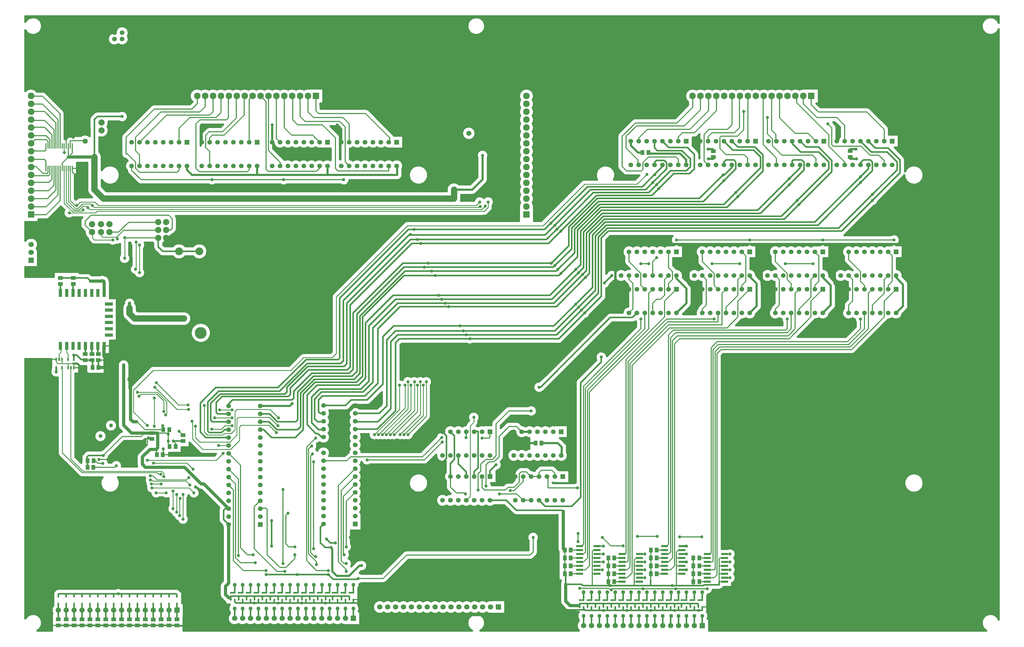
<source format=gbr>
G04 DipTrace 2.4.0.2*
%INMemoryBrd-Bottom.gbr*%
%MOMM*%
%ADD10C,0.25*%
%ADD14C,0.5*%
%ADD15C,0.35*%
%ADD16C,1.0*%
%ADD17C,0.3*%
%ADD18C,0.7*%
%ADD19C,0.6*%
%ADD21C,1.5*%
%ADD22C,0.75*%
%ADD23C,2.0*%
%ADD25C,1.65*%
%ADD26C,0.635*%
%ADD27C,0.33*%
%ADD29C,3.81*%
%ADD30R,1.5X1.3*%
%ADD32R,1.3X1.5*%
%ADD36R,1.5X1.5*%
%ADD37C,1.5*%
%ADD43R,0.6X1.1*%
%ADD44R,1.0X2.5*%
%ADD45R,2.5X1.0*%
%ADD47R,0.4X1.8*%
%ADD48R,2.1X2.1*%
%ADD49C,2.1*%
%ADD52C,1.219*%
%ADD53C,1.65*%
%ADD54C,1.27*%
%ADD55C,1.27*%
%ADD56C,2.5*%
%ADD57C,3.0*%
%ADD59R,0.6X0.6*%
%ADD61R,2.184X0.635*%
%ADD65R,1.7X1.7*%
%ADD66C,1.7*%
%FSLAX53Y53*%
G04*
G71*
G90*
G75*
G01*
%LNBottom*%
%LPD*%
X32227Y123677D2*
D16*
X34087D1*
D14*
X36002Y123836D1*
X36673D1*
Y119902D1*
X36590Y119819D1*
D16*
Y123248D1*
X36161Y123677D1*
X36002Y123836D1*
X34087Y123677D2*
X36161D1*
X22545Y124627D2*
D14*
X26668D1*
X26671Y124630D1*
X31275D1*
X32227Y123677D1*
X32868Y95893D2*
Y98116D1*
X32706Y98277D1*
X30484D1*
X30481Y98279D1*
X26907Y98510D2*
Y99862D1*
X27782D1*
X29211Y98433D1*
X30327D1*
X30481Y98279D1*
X288304Y121003D2*
D15*
Y122273D1*
X289574Y123543D1*
Y131798D1*
X288304Y133068D1*
X22145Y98516D2*
D10*
Y100258D1*
X22701Y100815D1*
Y102708D1*
X22590Y102819D1*
X25007Y98510D2*
Y100256D1*
X24607Y100656D1*
Y102803D1*
X24590Y102819D1*
X216549Y29563D2*
D15*
X214004D1*
X216549Y32103D2*
X214004D1*
X189244Y33373D2*
X190514D1*
X191784Y34643D1*
Y88618D1*
X211469Y108303D1*
Y119733D1*
X212739Y121003D1*
X189244Y30833D2*
X191149D1*
X192419Y32103D1*
Y87983D1*
X216549Y112113D1*
Y117193D1*
X220359Y121003D1*
X202897Y35913D2*
X203849D1*
X204167Y36230D1*
Y98460D1*
X217184Y111478D1*
X232107D1*
X232424Y111795D1*
Y111478D1*
X202897Y33373D2*
X204484D1*
X204802Y33690D1*
Y97825D1*
X217502Y110525D1*
X233694D1*
Y113383D1*
X202897Y30833D2*
X204484D1*
X205437Y31785D1*
Y97190D1*
X217819Y109573D1*
X234964D1*
Y119733D1*
X236234Y121003D1*
X202897Y28293D2*
X204484D1*
X206072Y29880D1*
Y96555D1*
X218137Y108620D1*
X236552D1*
X240044Y112113D1*
Y117193D1*
X243854Y121003D1*
X216549Y38453D2*
X217184D1*
X217819Y39088D1*
Y106398D1*
X219306Y107885D1*
X255501D1*
X255919Y108303D1*
Y111478D1*
X216549Y35913D2*
X217819D1*
X218454Y36548D1*
Y105445D1*
X220042Y107033D1*
X255919D1*
X257189Y108303D1*
Y113383D1*
X216549Y33373D2*
X217819D1*
X219089Y34643D1*
Y104493D1*
X220677Y106080D1*
X256237D1*
X258459Y108303D1*
Y119733D1*
X259729Y121003D1*
X216549Y30833D2*
X218454D1*
X219724Y32103D1*
Y103540D1*
X221312Y105128D1*
X256554D1*
X263539Y112113D1*
Y117193D1*
X267349Y121003D1*
X230202Y35913D2*
X231154D1*
X231472Y36230D1*
Y102270D1*
X233377Y104175D1*
X275287D1*
X279414Y108303D1*
Y111478D1*
X230202Y33373D2*
X231789D1*
X232107Y33690D1*
Y101635D1*
X233694Y103223D1*
X275604D1*
X280684Y108303D1*
Y113383D1*
X230202Y30833D2*
X232424D1*
X232742Y31150D1*
Y101000D1*
X234189Y102448D1*
X276099D1*
X281954Y108303D1*
Y119733D1*
X283224Y121003D1*
X230202Y28293D2*
X232424D1*
X233377Y29245D1*
Y100365D1*
X234690Y101678D1*
X276600D1*
X287034Y112113D1*
Y117193D1*
X290844Y121003D1*
X60641Y75412D2*
D17*
X61917Y74137D1*
X147811Y60805D2*
D14*
Y65093D1*
X149080Y66362D1*
Y73984D1*
X147811Y75253D1*
Y60805D2*
D15*
Y57470D1*
X149715Y55566D1*
X152255D1*
X152572Y55249D1*
X163527D2*
X169086D1*
X171149Y53185D1*
X173690D1*
X155431Y60805D2*
D14*
Y62394D1*
X156700Y63663D1*
Y75412D1*
X155272D1*
X155431Y75253D1*
X157971Y60805D2*
D15*
Y57312D1*
X158764Y56519D1*
X165433D1*
X166311Y57397D1*
X168216D1*
X169878Y59059D1*
Y61758D1*
X170513Y62393D1*
X172102D1*
X173690Y60805D1*
X176230D2*
X173690D1*
X181309D2*
Y61916D1*
X180357Y62869D1*
X177023D1*
X176229Y62075D1*
Y60806D1*
X176230Y60805D1*
X23753Y159876D2*
D10*
Y148663D1*
X26353Y146063D1*
X29370D1*
X29846Y146539D1*
X173212Y75254D2*
D18*
X170672D1*
X159241Y57789D2*
D15*
Y64616D1*
X160193Y65568D1*
X161781D1*
X163420Y67207D1*
Y73738D1*
X166595Y76914D1*
X169012D1*
X170672Y75254D1*
X280684Y121003D2*
Y122273D1*
X279414Y123543D1*
Y126718D1*
X275604Y130528D1*
Y133068D1*
Y113383D2*
Y115923D1*
X276874Y117193D1*
Y124178D1*
X275604Y125448D1*
X283224Y113383D2*
Y115923D1*
X287034Y119733D1*
Y124178D1*
X288304Y125448D1*
X264809Y121003D2*
Y122273D1*
X266079Y123543D1*
Y131798D1*
X264809Y133068D1*
X257189Y121003D2*
Y122908D1*
X255919Y124178D1*
Y126083D1*
X252109Y129893D1*
Y133068D1*
Y113383D2*
Y114653D1*
X253379Y115923D1*
Y124178D1*
X252109Y125448D1*
X259729Y113383D2*
Y114653D1*
X263539Y118463D1*
Y124178D1*
X264809Y125448D1*
X230202Y34643D2*
X227657D1*
X230202Y32103D2*
X227657D1*
X230202Y29563D2*
X227657D1*
X230202Y27023D2*
X227662D1*
X227659Y27025D1*
X189244Y38453D2*
X189879D1*
X190514Y39088D1*
Y89888D1*
X208929Y108303D1*
Y111478D1*
X241314Y121003D2*
Y122273D1*
X242584Y123543D1*
Y131798D1*
X241314Y133068D1*
X228614D2*
Y129893D1*
X232424Y126083D1*
Y122273D1*
X233694Y121003D1*
X228614Y113383D2*
Y114653D1*
X229884Y115923D1*
Y124178D1*
X228614Y125448D1*
X236234Y113383D2*
Y115288D1*
X240044Y119098D1*
Y124178D1*
X241314Y125448D1*
X217819Y133068D2*
Y127988D1*
X219089Y126718D1*
Y124178D1*
X217819Y122908D1*
Y121003D1*
X205119Y133068D2*
Y129893D1*
X208929Y126083D1*
Y122273D1*
X210199Y121003D1*
X205119Y125448D2*
Y124178D1*
X206389Y122908D1*
Y114653D1*
X205119Y113383D1*
X212739D2*
Y116558D1*
X214009Y117828D1*
X215279D1*
X216549Y119098D1*
Y124178D1*
X217819Y125448D1*
X216549Y34643D2*
X214004D1*
X216549Y37183D2*
X214004D1*
X202897Y27023D2*
X200352D1*
X202897Y34643D2*
X200352D1*
X202897Y32103D2*
X200352D1*
X202897Y29563D2*
X200352D1*
X189244D2*
X186387D1*
X186384Y29565D1*
Y32105D2*
X189242D1*
X189244Y32103D1*
Y34643D2*
X186387D1*
X186384Y34645D1*
Y37185D2*
D17*
X189242D1*
X189244Y37183D1*
Y35913D2*
D15*
X190514D1*
X191149Y36548D1*
Y89253D1*
X210199Y108303D1*
Y113383D1*
X60012Y20025D2*
D14*
X60011Y17938D1*
X60012Y14917D1*
X57471Y20025D2*
Y17939D1*
Y17938D1*
Y14917D1*
X54931D2*
Y17938D1*
Y20025D1*
X52391D2*
Y17939D1*
X52392Y17938D1*
Y14893D1*
X52391Y14892D1*
X49850Y14917D2*
Y17937D1*
X49852Y17938D1*
Y20024D1*
X49850Y20025D1*
X47310D2*
Y17940D1*
X47312Y17938D1*
Y14918D1*
X47310Y14917D1*
X44770Y20025D2*
Y17940D1*
X44772Y17938D1*
Y14918D1*
X44770Y14917D1*
X42230Y20025D2*
Y17940D1*
X42232Y17938D1*
Y14918D1*
X42230Y14917D1*
X39689Y20025D2*
Y17940D1*
X39691Y17938D1*
Y14919D1*
X39689Y14917D1*
X37149Y20025D2*
Y17941D1*
X37151Y17938D1*
Y14919D1*
X37149Y14917D1*
X34609Y20025D2*
Y17941D1*
X34611Y17938D1*
Y14919D1*
X34609Y14917D1*
X32069Y20025D2*
Y17941D1*
X32071Y17938D1*
Y14920D1*
X32069Y14917D1*
X29528Y20025D2*
Y17942D1*
X29531Y17938D1*
Y14920D1*
X29528Y14917D1*
X26988Y20025D2*
Y17942D1*
X26992Y17938D1*
Y14920D1*
X26988Y14917D1*
X24448D2*
Y17935D1*
X24452Y17938D1*
Y20021D1*
X24448Y20025D1*
X21908D2*
Y17942D1*
X21912Y17938D1*
Y14921D1*
X21908Y14917D1*
X22590Y119819D2*
Y122682D1*
X22545Y122727D1*
X21908Y22225D2*
Y23019D1*
X22066Y23178D1*
X24507D1*
X27042D1*
X29621D1*
X32069D1*
X34510D1*
X37045D1*
X39689D1*
X41144D1*
X42230D1*
X44717D1*
X44819D1*
X47385D1*
X49850D1*
X52350D1*
X54931D1*
X57471D1*
X59694D1*
X59853Y23019D1*
Y22384D1*
X60012Y22225D1*
X57471D2*
Y23178D1*
X54931Y22225D2*
Y23178D1*
X52391Y22225D2*
X52350Y23178D1*
X49850Y22225D2*
Y23178D1*
X47310Y22225D2*
Y23103D1*
X47385Y23178D1*
X44770Y22225D2*
X44819Y23178D1*
X42230Y22225D2*
Y23178D1*
X44770Y22225D2*
Y23125D1*
X44717Y23178D1*
X39689Y22225D2*
Y23178D1*
X37149Y22225D2*
Y23074D1*
X37045Y23178D1*
X34609Y22225D2*
Y23079D1*
X34510Y23178D1*
X32069Y22225D2*
Y23178D1*
X29528Y22225D2*
Y23085D1*
X29621Y23178D1*
X26988Y22225D2*
Y23124D1*
X27042Y23178D1*
X24448Y22225D2*
Y23119D1*
X24507Y23178D1*
X26590Y119819D2*
Y122649D1*
X26671Y122730D1*
X30590Y102819D2*
Y100289D1*
X30481Y100179D1*
X34590Y102819D2*
Y100357D1*
X34768Y100179D1*
X32590Y102819D2*
Y100293D1*
X32706Y100177D1*
X156700Y56519D2*
D15*
Y61758D1*
X157494Y62552D1*
Y64775D1*
X159082Y66362D1*
X161305D1*
X162416Y67474D1*
Y77793D1*
X166544Y81921D1*
X173688D1*
X24403Y159876D2*
D10*
X24448Y159921D1*
Y148921D1*
X26829Y146539D1*
X28576D1*
X29846Y147809D1*
X30798D1*
X31326Y147282D1*
X31910Y146698D1*
X157812D1*
X158923Y147809D1*
X157335Y147651D2*
X157177D1*
X156859Y147333D1*
X33339D1*
X32762Y147910D1*
X32227Y148445D1*
X29687D1*
X28258Y147016D1*
X27306D1*
X25053Y149268D1*
Y159876D1*
X23753Y167076D2*
Y165016D1*
X23813Y164956D1*
X25400Y145587D2*
X33815D1*
X34291Y146063D1*
X158606D1*
X159876Y147333D1*
Y149080D1*
X36197Y65092D2*
D17*
X34609D1*
X33974Y65727D1*
X33339D1*
X33180Y65886D1*
X33177Y63819D2*
X40004D1*
X40483Y64298D1*
X115313Y23469D2*
D14*
X116560D1*
X116583Y23492D1*
Y26032D1*
X114043D2*
Y23492D1*
X112795D1*
X112773Y23469D1*
X111503Y26032D2*
Y23492D1*
X109938D1*
X109915Y23469D1*
X108963Y26032D2*
Y23492D1*
X107715D1*
X107693Y23469D1*
X106572Y25997D2*
Y23641D1*
X106423Y23492D1*
X105175D1*
X105153Y23469D1*
X103883Y26032D2*
Y23492D1*
X102635D1*
X102613Y23469D1*
X101343Y26032D2*
Y23492D1*
X100095D1*
X100073Y23469D1*
X98803Y26032D2*
Y23492D1*
X97555D1*
X97533Y23469D1*
X96263Y26032D2*
Y23492D1*
X95015D1*
X94993Y23469D1*
X93723Y26032D2*
Y23492D1*
X92475D1*
X92453Y23469D1*
X91183Y26032D2*
Y23492D1*
X89935D1*
X89913Y23469D1*
X88643Y26032D2*
Y23492D1*
X87395D1*
X87373Y23469D1*
X86103Y26032D2*
Y23492D1*
X84855D1*
X84833Y23469D1*
X83563Y26032D2*
Y23492D1*
X82293D1*
X81023Y26032D2*
Y23492D1*
X79775D1*
X79753Y23469D1*
X78483Y26032D2*
Y23492D1*
X77213D1*
X227344Y21126D2*
X228592D1*
X228614Y21149D1*
Y23689D1*
X235790Y28293D2*
D17*
X237504D1*
X226074Y23689D2*
D14*
Y21149D1*
X224827D1*
X224804Y21126D1*
X237504Y30833D2*
D17*
X235790D1*
X223534Y23689D2*
D14*
Y21149D1*
X221969D1*
X221947Y21126D1*
X235790Y33373D2*
D17*
X237504D1*
X220994Y23689D2*
D14*
Y21149D1*
X219747D1*
X219724Y21126D1*
X237504Y35913D2*
D17*
X235790D1*
X218603Y23654D2*
D14*
Y21298D1*
X218454Y21149D1*
X217207D1*
X217184Y21126D1*
X222137Y30833D2*
D17*
X223534D1*
X215914Y23689D2*
D14*
Y21149D1*
X214667D1*
X214644Y21126D1*
X223534Y33373D2*
D17*
X222137D1*
X213374Y23689D2*
D14*
Y21149D1*
X212127D1*
X212104Y21126D1*
X222137Y35913D2*
D17*
X223534D1*
X210834Y23689D2*
D14*
Y21149D1*
X209587D1*
X209564Y21126D1*
X223534Y38453D2*
D17*
X222137D1*
X208294Y23689D2*
D14*
Y21149D1*
X207047D1*
X207024Y21126D1*
X208485Y28293D2*
D17*
X210199D1*
X205754Y23689D2*
D14*
Y21149D1*
X204507D1*
X204484Y21126D1*
X208485Y30833D2*
D15*
X210199D1*
X203214Y23689D2*
D14*
Y21149D1*
X201967D1*
X201944Y21126D1*
X208485Y33373D2*
D17*
X210199D1*
X200674Y23689D2*
D14*
Y21149D1*
X199427D1*
X199404Y21126D1*
X208485Y35913D2*
D17*
X210199D1*
X198134Y23689D2*
D14*
Y21149D1*
X196887D1*
X196864Y21126D1*
X194832Y30833D2*
D17*
X196547D1*
X195594Y23689D2*
D14*
Y21149D1*
X194324D1*
X194832Y33373D2*
D17*
X196864D1*
X193054Y23689D2*
D14*
Y21149D1*
X191807D1*
X191784Y21126D1*
X194832Y35913D2*
D17*
X196864D1*
X190514Y23689D2*
D14*
Y21149D1*
X189244D1*
X194832Y38453D2*
D17*
X196864D1*
X25703Y167076D2*
Y168593D1*
X25877Y168767D1*
X30322D1*
X30481Y168608D1*
X22453Y167076D2*
Y177430D1*
X16827Y183056D1*
X13206D1*
X13124Y183138D1*
X83199Y168310D2*
D15*
Y182093D1*
X84244Y183138D1*
X243312D2*
Y168720D1*
X243219Y168628D1*
X105742Y160690D2*
Y159881D1*
X104784Y158923D1*
X89225D1*
X88590Y159558D1*
Y181332D1*
X86784Y183138D1*
X265127Y161008D2*
Y163063D1*
X264027Y164162D1*
X254183D1*
X251167Y167179D1*
Y169402D1*
X249579Y170989D1*
Y176229D1*
X89324Y183138D2*
Y165651D1*
X93194Y161781D1*
Y160842D1*
X93042Y160690D1*
X252427Y161008D2*
Y163220D1*
X248150Y167497D1*
Y182896D1*
X248392Y183138D1*
X91864D2*
Y169488D1*
X93042Y168310D1*
X250932Y183138D2*
Y172177D1*
X252278Y170831D1*
Y168776D1*
X252427Y168628D1*
X94404Y183138D2*
Y172954D1*
X96845Y170513D1*
X103539D1*
X105742Y168310D1*
X253472Y183138D2*
Y176146D1*
X258470Y171148D1*
X262606D1*
X265127Y168628D1*
X104564Y183138D2*
Y178354D1*
X105419Y177499D1*
X120502D1*
X128281Y169719D1*
Y168625D1*
X127967Y168310D1*
X263632Y183138D2*
Y180275D1*
X265932Y177975D1*
X281491D1*
X287048Y172418D1*
Y168642D1*
X287034Y168628D1*
X102024Y183138D2*
Y178036D1*
X103831Y176229D1*
X113198D1*
X115262Y174165D1*
Y168314D1*
X115267Y168310D1*
X261092Y183138D2*
Y180593D1*
X265456Y176229D1*
X271806D1*
X274347Y173688D1*
Y168640D1*
X274334Y168628D1*
X99484Y183138D2*
Y176607D1*
X101132Y174959D1*
X112246D1*
X113992Y173212D1*
Y161965D1*
X115267Y160690D1*
X274334Y161008D2*
Y161952D1*
X269266Y167020D1*
Y170672D1*
X258946Y180992D1*
Y182743D1*
X258552Y183138D1*
X127967Y160690D2*
Y159082D1*
X111611D1*
X110817Y159876D1*
Y169719D1*
X106689Y173847D1*
X98751D1*
X97163Y175435D1*
Y182919D1*
X96944Y183138D1*
X287034Y161008D2*
Y162430D1*
X285301Y164162D1*
X282444D1*
X279586Y167020D1*
X270695D1*
X270219Y167497D1*
Y172895D1*
X268948Y174165D1*
X60657Y160690D2*
Y159251D1*
X60012Y158606D1*
X47945D1*
X46675Y159876D1*
Y161940D1*
X44158Y164457D1*
X43659D1*
Y169878D1*
X52708Y178928D1*
X64775D1*
X66521Y180674D1*
Y183081D1*
X66464Y183138D1*
X220924Y160956D2*
Y162810D1*
X220207Y163527D1*
X211316D1*
X209570Y161781D1*
Y159558D1*
X209093Y159082D1*
X204330D1*
X202902Y160511D1*
Y170196D1*
X207188Y174482D1*
X220525D1*
X225605Y179563D1*
Y183064D1*
X225532Y183138D1*
X69004D2*
Y179664D1*
X67315Y177975D1*
X54772D1*
X46675Y169878D1*
Y165591D1*
X47957Y164310D1*
Y160690D1*
X228072Y183138D2*
Y178695D1*
X222906Y173530D1*
X207506D1*
X204172Y170196D1*
Y166385D1*
X207982Y162575D1*
Y161199D1*
X208224Y160956D1*
X71544Y183138D2*
Y178076D1*
X70490Y177023D1*
X56669D1*
X47957Y168310D1*
X208224Y168576D2*
Y169644D1*
X210999Y172418D1*
X224653D1*
X230686Y178451D1*
Y183064D1*
X230612Y183138D1*
X60657Y168310D2*
Y172746D1*
X64139Y176229D1*
X72554D1*
X74142Y177816D1*
Y183080D1*
X74084Y183138D1*
X220924Y168576D2*
Y169960D1*
X222271Y171307D1*
X226081D1*
X233226Y178451D1*
Y183063D1*
X233152Y183138D1*
X83199Y160690D2*
Y159407D1*
X82556Y158764D1*
X67156D1*
X66045Y159876D1*
Y174165D1*
X67315Y175435D1*
X75888D1*
X76523Y176070D1*
Y183037D1*
X76624Y183138D1*
X243219Y161008D2*
Y163219D1*
X242117Y164321D1*
X236242D1*
X234337Y166226D1*
Y169878D1*
X234655Y170196D1*
X239894D1*
X241958Y172260D1*
Y178134D1*
X70499Y160690D2*
Y165265D1*
X69061Y166703D1*
Y166861D1*
X69220Y167020D1*
Y170513D1*
X70331Y171624D1*
X74618D1*
X79064Y176070D1*
Y183037D1*
X79164Y183138D1*
X238232D2*
Y173931D1*
X236719Y172418D1*
X230844D1*
X229257Y170831D1*
Y162270D1*
X230519Y161008D1*
X70499Y168310D2*
Y169728D1*
X71284Y170513D1*
X75094D1*
X81604Y177023D1*
Y183037D1*
X81704Y183138D1*
X230519Y168628D2*
Y170029D1*
X231797Y171307D1*
X238942D1*
X240529Y172895D1*
Y182895D1*
X240772Y183138D1*
X228614Y12894D2*
D14*
Y16069D1*
X116583Y15237D2*
Y18412D1*
X226074Y16069D2*
Y12894D1*
X114043Y18412D2*
Y15237D1*
X223534Y12894D2*
Y16069D1*
X111503Y15237D2*
Y18412D1*
X220994Y16069D2*
Y12894D1*
X108963Y18412D2*
Y15237D1*
X218454Y12894D2*
Y15885D1*
X218603Y16034D1*
X106423Y15237D2*
Y18228D1*
X106572Y18377D1*
X215914Y16069D2*
Y12894D1*
X103883Y18412D2*
Y15237D1*
X213374Y12894D2*
Y16069D1*
X101343Y15237D2*
Y18412D1*
X210834Y16069D2*
Y12894D1*
X98803Y18412D2*
Y15237D1*
X208294Y12894D2*
Y16069D1*
X96263Y15237D2*
Y18412D1*
X205754Y16069D2*
Y12894D1*
X93723Y18412D2*
Y15237D1*
X203214Y16069D2*
Y12894D1*
X91183Y18412D2*
Y15237D1*
X200674Y12894D2*
Y16069D1*
X88643Y15237D2*
Y18412D1*
X198134Y16069D2*
Y12894D1*
X86103Y18412D2*
Y15237D1*
X195594Y12894D2*
Y16069D1*
X83563Y15237D2*
Y18412D1*
X193054Y16069D2*
Y12894D1*
X81023Y18412D2*
Y15237D1*
X190514Y12894D2*
Y16069D1*
X78483Y15237D2*
Y18412D1*
X22453Y159876D2*
D17*
Y149466D1*
X17938Y144952D1*
X13210D1*
X13124Y145038D1*
X21803Y159876D2*
Y151357D1*
X17938Y147492D1*
X13210D1*
X13124Y147578D1*
X21153Y159876D2*
Y152929D1*
X18415Y150191D1*
X13197D1*
X13124Y150118D1*
X20503Y159876D2*
Y154502D1*
X18732Y152731D1*
X13198D1*
X13124Y152658D1*
X19853Y159876D2*
Y156392D1*
X18891Y155430D1*
X13357D1*
X13124Y155198D1*
X19203Y159876D2*
Y157965D1*
X18732Y157494D1*
X13367D1*
X13124Y157738D1*
X18553Y159876D2*
Y158426D1*
X18415Y158288D1*
X16986D1*
X14763Y160511D1*
X13357D1*
X13124Y160278D1*
X17903Y159876D2*
Y162293D1*
X17462Y162734D1*
X13208D1*
X13124Y162818D1*
X17903Y167076D2*
Y165715D1*
X17621Y165433D1*
X13199D1*
X13124Y165358D1*
X18553Y167076D2*
Y168628D1*
X18097Y169084D1*
X14311D1*
X13124Y167898D1*
X19203Y167076D2*
Y169090D1*
X17938Y170354D1*
X13207D1*
X13124Y170438D1*
X19853Y167076D2*
Y170662D1*
X17462Y173053D1*
X13200D1*
X13124Y172978D1*
X20503Y167076D2*
Y172235D1*
X17462Y175276D1*
X13366D1*
X13124Y175518D1*
X21153Y167076D2*
Y174443D1*
X17462Y178134D1*
X13200D1*
X13124Y178058D1*
X21803Y167076D2*
Y175539D1*
X16827Y180515D1*
X13206D1*
X13124Y180598D1*
X189244Y18949D2*
D14*
Y20038D1*
X191784D1*
X194365D1*
X196864D1*
X199462D1*
X201989D1*
X204587D1*
X207107D1*
X209612D1*
X212216D1*
X214601D1*
X217331D1*
X219724D1*
X221947D1*
X224804D1*
X227185D1*
X227344Y19879D1*
Y18926D1*
X224804D2*
Y20038D1*
X221947Y18926D2*
Y20038D1*
X219724Y18926D2*
Y20038D1*
X191784Y18926D2*
Y20038D1*
X194324Y18949D2*
X194365Y20038D1*
X196864Y18926D2*
Y20038D1*
X199404Y18926D2*
Y19979D1*
X199462Y20038D1*
X201944Y18926D2*
X201989Y20038D1*
X204484Y18926D2*
Y19935D1*
X204587Y20038D1*
X207024Y18926D2*
Y19954D1*
X207107Y20038D1*
X209564Y18926D2*
X209612Y20038D1*
X212104Y18926D2*
Y19926D1*
X212216Y20038D1*
X214644Y18926D2*
X214601Y20038D1*
X217184Y18926D2*
Y19891D1*
X217331Y20038D1*
X77213Y21292D2*
Y22381D1*
X79753D1*
X82334D1*
X84833D1*
X87431D1*
X89958D1*
X92556D1*
X95076D1*
X97581D1*
X100185D1*
X102570D1*
X105300D1*
X107693D1*
X109915D1*
X112773D1*
X115154D1*
X115313Y22222D1*
Y21269D1*
X112773D2*
Y22381D1*
X109915Y21269D2*
Y22381D1*
X107693Y21269D2*
Y22381D1*
X79753Y21269D2*
Y22381D1*
X82293Y21292D2*
X82334Y22381D1*
X84833Y21269D2*
Y22381D1*
X87373Y21269D2*
Y22322D1*
X87431Y22381D1*
X89913Y21269D2*
X89958Y22381D1*
X92453Y21269D2*
Y22278D1*
X92556Y22381D1*
X94993Y21269D2*
Y22297D1*
X95076Y22381D1*
X97533Y21269D2*
X97581Y22381D1*
X100073Y21269D2*
Y22269D1*
X100185Y22381D1*
X102613Y21269D2*
X102570Y22381D1*
X105153Y21269D2*
Y22234D1*
X105300Y22381D1*
X225759Y27025D2*
D15*
Y29560D1*
X225757Y29563D1*
Y32103D1*
Y34643D1*
X222137D2*
D3*
X212104Y37183D2*
Y34643D1*
Y32103D1*
Y29563D1*
Y34643D2*
D3*
Y32103D2*
D3*
X198452Y27023D2*
Y29563D1*
Y32103D1*
Y34643D1*
X184484Y29565D2*
Y32105D1*
Y34645D1*
Y37185D1*
X235790Y34643D2*
X234329D1*
X234012Y34325D1*
Y32103D1*
Y29563D1*
Y27023D1*
X235790D1*
Y29563D2*
X234012D1*
X235790Y32103D2*
X234012D1*
Y27023D2*
D14*
Y26035D1*
X229257D1*
X228974Y25753D1*
X225657D1*
X220337D1*
X218937D1*
X212055D1*
X206786D1*
X199087D1*
X198452D1*
X193334D1*
X190324D1*
X189883Y26194D1*
X184799D1*
Y29250D1*
X184484Y29565D1*
X198452Y27023D2*
Y25753D1*
X212104Y29563D2*
D15*
X212055Y27658D1*
D14*
Y25753D1*
X193334D2*
D15*
Y29563D1*
Y32103D1*
Y34643D1*
Y36827D1*
X193689Y37183D1*
X194832D1*
Y34643D2*
X193334D1*
X194832Y32103D2*
X193334D1*
X194832Y29563D2*
X193334D1*
X206786Y25753D2*
Y27023D1*
Y29563D1*
Y32051D1*
Y34088D1*
X207342Y34643D1*
X208485D1*
Y32103D2*
X206838D1*
X206786Y32051D1*
X208485Y29563D2*
X206786D1*
X208485Y27023D2*
X206786D1*
X220337Y25753D2*
Y29563D1*
Y32103D1*
Y34643D1*
Y36525D1*
X220994Y37183D1*
X222137D1*
Y34643D2*
X220337D1*
X222137Y32103D2*
X220337D1*
X222137Y29563D2*
X220337D1*
X225759Y27025D2*
Y25855D1*
X225657Y25753D1*
X220359Y125448D2*
D18*
Y124495D1*
X223534Y121320D1*
Y116558D1*
X220359Y113383D1*
X243854Y125448D2*
Y125130D1*
X246077Y122908D1*
Y115605D1*
X243854Y113383D1*
X267349Y125448D2*
Y124813D1*
X269889Y122273D1*
Y115923D1*
X267349Y113383D1*
X290844Y125448D2*
Y124813D1*
X293067Y122590D1*
Y115605D1*
X290844Y113383D1*
X49544Y74788D2*
D17*
X48492Y73736D1*
X42459D1*
X36355Y67632D1*
X57164Y72266D2*
Y74489D1*
X49544Y74788D2*
D16*
X53830D1*
D17*
X56865D1*
X57164Y74489D1*
X53830Y72425D2*
D16*
Y74788D1*
X53354Y69568D2*
D17*
Y67985D1*
X53515Y67824D1*
X57164Y72266D2*
Y71001D1*
X57645Y70520D1*
X57164Y74489D2*
Y75605D1*
X57477Y75918D1*
X51925Y74801D2*
X49544Y74788D1*
X25053Y167076D2*
Y163498D1*
X23103Y161548D1*
Y159876D1*
X26353Y167076D2*
Y164798D1*
X25053Y163498D1*
X63197Y160690D2*
D18*
Y159390D1*
X64775Y157812D1*
X85885D1*
X108282D1*
X130663D1*
Y160534D1*
X130507Y160690D1*
X108282D2*
Y157812D1*
X85739Y160690D2*
Y157958D1*
X85885Y157812D1*
X31277Y63819D2*
D14*
Y65883D1*
X31280Y65886D1*
X36355Y67632D2*
X31592D1*
X31116Y67156D1*
Y66050D1*
X31280Y65886D1*
X160511Y53185D2*
X165749D1*
X168925Y50009D1*
X183691D1*
X184008Y49692D1*
D16*
Y37661D1*
D14*
X184484Y37185D1*
X76532Y50518D2*
X75444D1*
X74936Y50009D1*
Y47034D1*
X76532Y45438D1*
X223464Y160956D2*
D18*
Y162652D1*
X221477Y164639D1*
X211634D1*
X211316Y164956D1*
X232188Y163530D2*
Y162913D1*
X230552D1*
X276093Y163533D2*
Y162913D1*
X278157D1*
X44770Y116532D2*
D16*
Y115032D1*
D23*
Y113198D1*
X46358Y111611D1*
X62234D1*
X148921Y153049D2*
Y150191D1*
X56519D1*
X36355D1*
X33497Y153049D1*
Y163498D1*
D16*
X25053D1*
X42383Y176546D2*
D14*
X34450D1*
X33497Y175594D1*
Y163498D1*
X90341Y38456D2*
Y46675D1*
X109388Y38062D2*
X107523D1*
X106054Y39531D1*
Y44598D1*
X107015Y45560D1*
X21195Y95816D2*
D19*
Y94916D1*
D18*
Y94464D1*
X49544Y74788D2*
D16*
X45394D1*
X42865Y77317D1*
Y96687D1*
X53830Y72425D2*
Y70044D1*
X53354Y69568D1*
X51310D1*
X48898Y67156D1*
Y64775D1*
X49850Y63822D1*
X62393D1*
X67791Y58424D1*
X68625D1*
X76532Y50518D1*
Y45438D2*
Y26520D1*
X75571Y25559D1*
Y22934D1*
X76647Y21858D1*
D19*
X77213Y21292D1*
X184799Y26194D2*
D16*
Y20799D1*
X186231Y19367D1*
X188826D1*
D19*
X189244Y18949D1*
X119231Y32227D2*
D18*
X118596D1*
X115262Y28893D1*
X111293D1*
X109864Y30322D1*
Y37585D1*
X109388Y38062D1*
X148921Y153049D2*
X154795D1*
X158088Y156342D1*
Y164039D1*
X177023Y71601D2*
X182262D1*
X183532Y70331D1*
Y67793D1*
X183372Y67634D1*
X108602Y30637D2*
D15*
X104792D1*
X101617Y33812D1*
Y70325D1*
X104475Y73182D1*
X104792Y32542D2*
Y33495D1*
X102252Y36035D1*
Y69690D1*
X103205Y70642D1*
X104475Y35082D2*
X104157D1*
X102887Y36352D1*
Y67467D1*
X103522Y68102D1*
X103840Y37622D2*
Y65562D1*
X114310Y30322D2*
Y30962D1*
X111777Y33495D1*
Y57942D1*
X117175Y63340D1*
X114317Y32860D2*
X113682D1*
X112730Y33812D1*
Y56355D1*
X117175Y60800D1*
X113682Y35717D2*
X113365D1*
Y54450D1*
X117175Y58260D1*
X114317Y38257D2*
Y52862D1*
X117175Y55720D1*
X51449Y59725D2*
D10*
X51883D1*
X52232Y59376D1*
X62910D1*
X64149Y58138D1*
X88600Y30637D2*
D15*
X81297D1*
X78122Y33812D1*
Y56547D1*
X76532Y58138D1*
X51438Y61123D2*
D10*
X52232D1*
X53502Y59853D1*
X63028D1*
X63822Y60647D1*
Y60488D1*
X85107Y33177D2*
D15*
X80345D1*
X78757Y34765D1*
Y58452D1*
X76532Y60678D1*
X50497Y66075D2*
D10*
X72563D1*
X74785Y68298D1*
X84472Y35717D2*
D15*
X82567D1*
X80345Y37940D1*
Y64484D1*
X76532Y68298D1*
X52402Y65123D2*
D10*
X63197D1*
X65102Y63218D1*
X79710Y35400D2*
D15*
Y60039D1*
X76532Y63218D1*
X51767Y58455D2*
D10*
X54900D1*
X94632Y30320D2*
D15*
X92092D1*
X84790Y37622D1*
Y51156D1*
X86692Y53058D1*
X51925Y57185D2*
D10*
X63832D1*
X65419Y55598D1*
X93997Y32860D2*
D15*
Y56672D1*
X53302Y55598D2*
D10*
X56529D1*
X97807Y35717D2*
D15*
Y34447D1*
X94950Y31590D1*
X93045D1*
X88917Y35717D1*
Y50322D1*
X88600Y50640D1*
X86813D1*
X86692Y50518D1*
X97807Y38257D2*
X95902D1*
X94950Y39210D1*
Y48417D1*
X95585Y49052D1*
X40801Y137172D2*
D10*
Y137807D1*
X36038D1*
X35561Y138283D1*
Y139395D1*
X40801Y137807D2*
D15*
Y137966D1*
X42865Y140030D1*
X53965D1*
X53979Y140043D1*
X64784Y78616D2*
D10*
X64943D1*
Y72901D1*
X68277Y69568D1*
X77167D1*
X80024Y72425D1*
Y76711D1*
X80659Y77346D1*
X89549D1*
X91930Y74965D1*
X117175Y76040D2*
D14*
X124278D1*
X130189Y81950D1*
Y103858D1*
X131433Y105101D1*
X154001D1*
X182550D1*
X190832Y113383D1*
X196229Y118780D1*
Y137513D1*
X198452Y139735D1*
X273382D1*
X283224Y149578D1*
X292114Y158468D1*
Y162595D1*
X288304Y166405D1*
X284177D1*
X281954Y168628D1*
X65895Y77029D2*
D10*
Y73378D1*
X67324Y71949D1*
X77008D1*
X79230Y74171D1*
Y79410D1*
X79707Y79886D1*
X89708D1*
X92407Y77188D1*
X117175Y78580D2*
D14*
Y78458D1*
X124474D1*
X128602Y82585D1*
Y104175D1*
X130798Y106371D1*
X152890D1*
X181915D1*
X189879Y114335D1*
X195277Y119733D1*
Y137830D1*
X198134Y140688D1*
X272429D1*
X283224Y151483D1*
X291162Y159420D1*
Y161960D1*
X287987Y165135D1*
X282907D1*
X279414Y168628D1*
X68753Y83696D2*
D10*
Y75124D1*
X69705Y74171D1*
X74627D1*
X75103Y74648D1*
X77325D1*
X78595Y75918D1*
Y81791D1*
X79230Y82426D1*
X89867D1*
X92565Y79728D1*
X117175Y81120D2*
D14*
X124913D1*
X127332Y83538D1*
Y104810D1*
X130163Y107642D1*
X151937D1*
X181280D1*
X188927Y115288D1*
X194324Y120685D1*
Y138148D1*
X197817Y141640D1*
X265762D1*
X279414Y155293D1*
X283224Y159103D1*
Y161960D1*
X282589Y162595D1*
X280367D1*
X279414Y161643D1*
Y161008D1*
X107015Y83660D2*
X114118D1*
X115902Y85443D1*
X120982D1*
X126062Y90523D1*
Y105763D1*
X129528Y109229D1*
X150826D1*
X180963D1*
X187974Y116240D1*
X193372Y121638D1*
Y138465D1*
X197499Y142593D1*
X264809D1*
X279414Y157198D1*
X281954Y159738D1*
Y161008D1*
X107015Y81120D2*
X105937D1*
X105424Y81633D1*
Y85443D1*
X106694Y86713D1*
X120347D1*
X124474Y90840D1*
Y108303D1*
X131618Y115446D1*
X147175D1*
X181783D1*
X191149Y124813D1*
X192419Y126083D1*
Y138783D1*
X197182Y143545D1*
X254967D1*
X259729Y148308D1*
X270219Y158797D1*
Y162416D1*
X265932Y166703D1*
X261972D1*
X260047Y168628D1*
X257507D2*
Y167825D1*
X260216Y165115D1*
X266091D1*
X269254Y161952D1*
Y159738D1*
X259094Y149578D1*
X254014Y144498D1*
X196864D1*
X191467Y139100D1*
Y127035D1*
X190197Y125765D1*
X180989Y116558D1*
X146064D1*
X130824D1*
X122887Y108620D1*
Y91158D1*
X119712Y87983D1*
X106377D1*
X104154Y85760D1*
Y79410D1*
X105107Y78458D1*
X106893D1*
X107015Y78580D1*
X257507Y161008D2*
Y162278D1*
X257824Y162595D1*
X260523D1*
X261317Y161801D1*
Y159420D1*
X256554Y154658D1*
X247347Y145450D1*
X196547D1*
X190514Y139418D1*
Y127988D1*
X188927Y126400D1*
X180354Y117828D1*
X144953D1*
X130189D1*
X121617Y109255D1*
Y91475D1*
X119077Y88935D1*
X105742D1*
X103202Y86395D1*
Y78140D1*
X105424Y75918D1*
X106893D1*
X107015Y76040D1*
Y73500D2*
X106413D1*
X105265Y74648D1*
X104630D1*
X101773Y77505D1*
Y87030D1*
X104948Y90205D1*
X118283D1*
X120505Y92428D1*
Y110208D1*
X129395Y119098D1*
X144000D1*
X179719D1*
X187974Y127353D1*
X189562Y128940D1*
Y139735D1*
X196229Y146403D1*
X246394D1*
X256554Y156563D1*
X260047Y160055D1*
Y161008D1*
X71134Y76076D2*
D10*
X74309D1*
X75420Y77188D1*
X77643D1*
X86692Y75918D2*
D14*
X87803D1*
X90343Y73378D1*
X97963D1*
X100503Y75918D1*
Y87348D1*
X104313Y91158D1*
X117648D1*
X119553Y93063D1*
Y112113D1*
X132888Y125448D1*
X142889D1*
X182577D1*
X183212Y126083D1*
X188609Y131480D1*
Y140053D1*
X195912Y147355D1*
X236552D1*
X240044Y150848D1*
X248140Y158944D1*
Y164183D1*
X245600Y166723D1*
X240044D1*
X238139Y168628D1*
X72087Y79728D2*
D10*
X77643D1*
X86692Y78458D2*
D14*
X89549D1*
X92089Y75918D1*
X98757D1*
X99709Y76870D1*
Y87665D1*
X104154Y92110D1*
X116854D1*
X118759Y94015D1*
Y112430D1*
X133205Y126876D1*
X141778D1*
X181783D1*
X182259Y127353D1*
X187657Y132750D1*
Y140370D1*
X195594Y148308D1*
X235599D1*
X239409Y152118D1*
X247347Y160055D1*
Y163548D1*
X245124Y165770D1*
X238457D1*
X235599Y168628D1*
X73674Y82268D2*
D10*
X77643D1*
X86692Y80998D2*
D14*
X89708D1*
X92248Y78458D1*
X98122D1*
X98757Y79093D1*
Y87983D1*
X103837Y93063D1*
X116219D1*
X117807Y94650D1*
Y113065D1*
X132888Y128146D1*
X139397D1*
X180830D1*
X181307Y128623D1*
X186704Y134020D1*
Y140688D1*
X195277Y149260D1*
X228932D1*
X235599Y155928D1*
X239409Y159738D1*
Y161960D1*
X238774Y162595D1*
X236234D1*
X235599Y161960D1*
Y161008D1*
X76532Y83538D2*
Y84173D1*
X77802Y85443D1*
X96852D1*
X97487Y86078D1*
Y88300D1*
X103202Y94015D1*
X115267D1*
X116537Y95285D1*
Y113383D1*
X132570Y129416D1*
X140667D1*
X180195D1*
X185752Y134973D1*
Y141005D1*
X194959Y150213D1*
X227691D1*
X235290Y157812D1*
X235766D1*
X238306Y160352D1*
Y161008D1*
X238139D1*
X76532Y80998D2*
X73039D1*
X72563Y81474D1*
Y84649D1*
X74468Y86554D1*
X95740D1*
X96375Y87189D1*
Y89253D1*
X102249Y95126D1*
X114632D1*
X115584Y96079D1*
Y115923D1*
X135428Y135766D1*
X138285D1*
X179243D1*
X183212Y139735D1*
X194642Y151165D1*
X212422D1*
X214644Y153388D1*
X219444Y158188D1*
X224524D1*
X226074Y159738D1*
Y164341D1*
X223852Y166564D1*
X217857D1*
X215844Y168576D1*
X213304D2*
Y166475D1*
X214188Y165591D1*
X222125D1*
X224804Y162913D1*
Y160373D1*
X223534Y159103D1*
X218454D1*
X214009Y154658D1*
X211469Y152118D1*
X193689D1*
X181942Y140370D1*
X178608Y137036D1*
X137174D1*
X134952D1*
X114473Y116558D1*
Y97031D1*
X113679Y96238D1*
X101932D1*
X95264Y89570D1*
Y87983D1*
X94629Y87348D1*
X73833D1*
X70817Y84331D1*
Y78934D1*
X71293Y78458D1*
X76532D1*
Y75918D2*
X75262D1*
X74309Y74965D1*
X70340D1*
X69864Y75441D1*
Y84808D1*
X73357Y88300D1*
X92883D1*
X101773Y97190D1*
X112568D1*
X113362Y97984D1*
Y117351D1*
X134634Y138624D1*
X134952D1*
Y138465D1*
X178132D1*
X181307Y141640D1*
X192737Y153070D1*
X210517D1*
X212739Y155293D1*
X217184Y159738D1*
Y161643D1*
X216411Y162416D1*
X213856D1*
X213380Y161940D1*
Y160956D1*
X213304D1*
X215844D2*
Y160462D1*
X213374Y157991D1*
X209384Y154001D1*
X191763D1*
X180037Y142275D1*
X177973Y140211D1*
X136063D1*
X134316D1*
X112250Y118145D1*
Y98936D1*
X111774Y98460D1*
X101455D1*
X92407Y89411D1*
X72404D1*
X67483Y84490D1*
Y75124D1*
X69229Y73378D1*
X76532D1*
X212739Y125448D2*
D15*
Y129893D1*
X214009Y131163D1*
X213374Y157833D2*
Y157991D1*
X150351Y67633D2*
D14*
Y64932D1*
X152890Y62393D1*
Y60806D1*
X152891Y60805D1*
X176229Y89542D2*
X176705D1*
X199091Y111928D1*
X206205D1*
X207659Y113383D1*
X290209Y136878D2*
D15*
X267349D1*
X243854D1*
X220359D1*
X208929Y129258D2*
X211469D1*
X231789D2*
X240679D1*
X255284D2*
X264174D1*
X199592Y125448D2*
D14*
X197186Y123042D1*
X196233Y99227D2*
Y97639D1*
X189565Y90971D1*
Y54137D1*
X186707Y51279D1*
X178136D1*
X176230Y53185D1*
X54772Y61599D2*
D10*
X54137D1*
X53661Y62075D1*
X29528D1*
X23178Y68426D1*
Y95733D1*
X23095Y95816D1*
X55725Y60805D2*
Y61917D1*
X55090Y62552D1*
X29846D1*
X25877Y66521D1*
Y95890D1*
X25957Y95810D1*
X228614Y18949D2*
D14*
Y17815D1*
X227438D1*
X226074D1*
X223429D1*
X221056D1*
X219734D1*
X218403D1*
X215989D1*
X213425D1*
X212080D1*
X210940D1*
X208366D1*
X205797D1*
X204377D1*
X203246D1*
X200767D1*
X198134D1*
X196871D1*
X195594D1*
X193054D1*
X190990D1*
X190831Y17975D1*
X190514Y18291D1*
Y18949D1*
X193054D2*
Y17815D1*
X195594Y18949D2*
Y17815D1*
X198134Y18949D2*
Y17815D1*
X200674Y18949D2*
Y17908D1*
X200767Y17815D1*
X203214Y18949D2*
X203246Y17815D1*
X205754Y18949D2*
X205797Y17815D1*
X208294Y18949D2*
Y17887D1*
X208366Y17815D1*
X210834Y18949D2*
Y17921D1*
X210940Y17815D1*
X213374Y18949D2*
Y17866D1*
X213425Y17815D1*
X215914Y18949D2*
Y17890D1*
X215989Y17815D1*
X218454Y18949D2*
Y17867D1*
X218403Y17815D1*
X220994Y18949D2*
Y17878D1*
X221056Y17815D1*
X223534Y18949D2*
Y17920D1*
X223429Y17815D1*
X226074Y18949D2*
Y17815D1*
X116583Y21292D2*
Y20158D1*
X114043D1*
X111398D1*
X109025D1*
X107663D1*
X106371D1*
X103957D1*
X101394D1*
X100048D1*
X98909D1*
X96335D1*
X93765D1*
X92496D1*
X91215D1*
X88736D1*
X86103D1*
X84760D1*
X83563D1*
X81023D1*
X78959D1*
X78483Y20634D1*
Y21292D1*
X81023D2*
Y20158D1*
X83563Y21292D2*
Y20158D1*
X86103Y21292D2*
Y20158D1*
X88643Y21292D2*
Y20251D1*
X88736Y20158D1*
X91183Y21292D2*
X91215Y20158D1*
X93723Y21292D2*
X93765Y20158D1*
X96263Y21292D2*
Y20230D1*
X96335Y20158D1*
X98803Y21292D2*
Y20264D1*
X98909Y20158D1*
X101343Y21292D2*
Y20209D1*
X101394Y20158D1*
X103883Y21292D2*
Y20233D1*
X103957Y20158D1*
X106423Y21292D2*
Y20210D1*
X106371Y20158D1*
X108963Y21292D2*
Y20221D1*
X109025Y20158D1*
X111503Y21292D2*
Y20263D1*
X111398Y20158D1*
X114043Y21292D2*
Y20158D1*
X202579Y133068D2*
D22*
Y135608D1*
X226074D1*
X249569D1*
X273476D1*
X296559D1*
Y145768D1*
X304814Y154023D1*
Y167993D1*
X273064Y133068D2*
Y135196D1*
X273476Y135608D1*
X249569Y133068D2*
Y135608D1*
X226074Y133068D2*
Y135608D1*
X228614Y121003D2*
X226074D1*
X224169Y122908D1*
Y131163D1*
X226074Y133068D1*
X205119Y121003D2*
X201944D1*
X200674Y122273D1*
Y131163D1*
X202579Y133068D1*
X252109Y121003D2*
X248934D1*
X247664Y122273D1*
Y131163D1*
X249569Y133068D1*
X275604Y121003D2*
X273064D1*
X271159Y122908D1*
Y131163D1*
X273064Y133068D1*
X55577Y69726D2*
D17*
Y67985D1*
X55415Y67824D1*
X59545Y70520D2*
Y71473D1*
X58752Y72266D1*
X55577Y75918D2*
Y77029D1*
X55418Y77188D1*
X51925Y72901D2*
X50814D1*
Y73242D1*
X34926Y66362D2*
X45862D1*
X50497Y70996D1*
Y72925D1*
X50814Y73242D1*
X26353Y159876D2*
Y158764D1*
X26988Y158129D1*
X30410D1*
X30481Y158058D1*
X67959Y168310D2*
D18*
X67950Y173847D1*
X90502Y168310D2*
Y173847D1*
X112727Y168310D2*
Y172573D1*
X111452Y173847D1*
X21908Y13017D2*
D14*
X24448D1*
X26988D1*
X29528D1*
X32069D1*
X34609D1*
X37149D1*
X39689D1*
X42230D1*
X44770D1*
X47310D1*
X50009D1*
X50327Y13334D1*
X49533D1*
X49850Y13017D1*
X52366D1*
X52391Y12992D1*
X54907D1*
X54931Y13017D1*
X57471D1*
X60012D1*
X63346Y12699D2*
D10*
X60329D1*
X60012Y13017D1*
X145271Y60805D2*
D14*
Y65411D1*
X146539Y66680D1*
Y73985D1*
X145271Y75253D1*
X86692Y83538D2*
D18*
X96239D1*
X97004Y84303D1*
X107015Y70960D2*
X109222D1*
X109705Y71443D1*
Y76190D1*
X117175Y83660D1*
X46993Y78428D2*
D17*
X47151D1*
X49692Y75888D1*
X55418D1*
Y77188D1*
X61917Y72237D2*
D14*
X58752Y72266D1*
X21195Y98516D2*
D10*
Y97716D1*
X21749Y97163D1*
X23139D1*
X24898D1*
X26671D1*
X26829Y97004D1*
Y95888D1*
X26907Y95810D1*
X25007D2*
Y97054D1*
X24898Y97163D1*
X23095Y98516D2*
Y97207D1*
X23139Y97163D1*
X36590Y102819D2*
D14*
Y95893D1*
X34768D1*
X76532Y70838D2*
D10*
X73378D1*
X73348Y70808D1*
X162889Y41436D2*
D17*
X159717D1*
X156220D1*
X152448D1*
X148918D1*
X145624D1*
X142253D1*
X139290D1*
X136061D1*
X132976D1*
X129710D1*
X126546D1*
X123359D1*
X120184D1*
X162889D2*
D14*
X167019D1*
X170672D1*
X170989Y41118D1*
Y41436D1*
X190831Y17975D2*
X169243D1*
Y17145D1*
X168290Y16192D1*
X122724D1*
X118758Y20158D1*
X116583D1*
X205684Y168576D2*
D18*
Y167254D1*
X207982Y164956D1*
X209416D1*
X232188Y165430D2*
Y165836D1*
X231936Y166088D1*
X230527D1*
X276093Y165433D2*
Y166088D1*
X277998D1*
X153684Y160598D2*
D16*
X146452D1*
X143364Y163686D1*
Y189406D1*
X147333Y193376D1*
X110817Y39531D2*
D14*
X109229D1*
X107959Y40801D1*
X36514Y100679D2*
D16*
Y99544D1*
X36990Y99068D1*
Y95893D1*
X34768D1*
X36514Y100679D2*
Y102743D1*
X36590Y102819D1*
X26671Y97163D2*
D18*
X27941D1*
X31275Y93829D1*
X37149D1*
Y95893D1*
X34768D1*
X24607Y127487D2*
D16*
Y131615D1*
X18257Y137965D1*
X13175D1*
X46993Y78428D2*
X45881D1*
X45087Y79222D1*
Y92082D1*
X34450D2*
X33021D1*
X31275Y93829D1*
X123359Y41436D2*
D18*
Y31434D1*
X124788Y30005D1*
X115580Y41277D2*
X120025D1*
X120184Y41436D1*
X145271Y60805D2*
D16*
X144952D1*
X143046Y58900D1*
Y44013D1*
X145624Y41436D1*
X117175Y83660D2*
X125256D1*
X203219Y38578D2*
D15*
X199250D1*
X196551Y41277D1*
X228463Y41436D2*
X221318D1*
X214174Y41595D2*
X207823D1*
X146857Y93670D2*
D23*
Y92903D1*
Y81286D1*
X143682Y78111D1*
Y76842D1*
X144033Y76491D1*
D21*
X145271Y75253D1*
X62552Y107006D2*
D23*
X60012D1*
X45087Y92082D1*
X146857Y92903D2*
X177019D1*
X203882Y119765D1*
D21*
X205119Y121003D1*
X162892Y144317D2*
D16*
Y145817D1*
D23*
Y166068D1*
X160511Y168449D1*
X159461D1*
X156859D1*
X153684Y165274D1*
Y162423D1*
D25*
Y160598D1*
X175123Y71601D2*
D18*
X169561D1*
X168132Y73030D1*
Y75253D1*
Y75254D1*
X168609Y60805D2*
D16*
X166544D1*
X165115Y62234D1*
Y72237D1*
X168132Y75254D1*
X34768Y98279D2*
D14*
Y95893D1*
X56519Y137503D2*
X66947D1*
X67147Y137703D1*
X60647D1*
X24403Y167076D2*
D15*
Y169674D1*
X24607Y169878D1*
X26670D1*
X158764Y168925D2*
X158984D1*
X159461Y168449D1*
X137172Y90177D2*
D10*
Y81763D1*
X129710Y74301D1*
X136220Y91289D2*
Y82080D1*
X128440Y74301D1*
X135108Y90177D2*
Y82239D1*
X127170Y74300D1*
X134156Y91289D2*
Y82556D1*
X125900Y74301D1*
X133203Y90177D2*
Y82874D1*
X124630Y74301D1*
X131457Y90177D2*
Y82398D1*
X123359Y74301D1*
X61917Y55090D2*
Y47151D1*
X60964Y53820D2*
X60805D1*
Y48263D1*
X59853Y55090D2*
Y49374D1*
X58741Y56201D2*
Y50486D1*
X45417Y160690D2*
D15*
Y159229D1*
X48422Y156224D1*
X71194D1*
X94216D1*
X113516D1*
X46675Y127487D2*
D10*
X46834D1*
Y136220D1*
X50486Y77288D2*
Y77158D1*
X46040Y81604D1*
Y88590D1*
X52391Y94940D1*
X96528D1*
X100656Y99068D1*
X109864D1*
X111134Y100338D1*
Y118596D1*
X133997Y141459D1*
X177499D1*
X190835Y154795D1*
X207664D1*
X210840Y157971D1*
X47945Y126376D2*
Y135267D1*
X27782Y147968D2*
X27306D1*
X25718Y149556D1*
Y159861D1*
X25703Y159876D1*
X27782Y147968D2*
X28893Y149080D1*
X33656D1*
X34768Y147968D1*
X156065D1*
X157177Y149080D1*
X155272Y79857D2*
Y78270D1*
X154160Y77158D1*
Y54455D1*
X152891Y53185D1*
X120978Y66203D2*
D15*
X139395D1*
X145110Y71919D1*
X157971Y73189D2*
X160193D1*
X160511Y73507D1*
Y75253D1*
X38260Y139395D2*
X41277D1*
X44452Y142570D1*
X53965D1*
X53979Y142583D1*
X39372Y136855D2*
D10*
X33497D1*
X32862Y137490D1*
Y139236D1*
X32704Y139395D1*
X56519Y140043D2*
D15*
X57961D1*
X58424Y140506D1*
Y143682D1*
X57312Y144793D1*
X32386D1*
X30481Y142888D1*
Y141618D1*
X32704Y139395D1*
X138125Y91289D2*
D10*
Y80810D1*
X131615Y74301D1*
X139077Y90177D2*
Y80492D1*
X132885Y74301D1*
X52708Y77000D2*
Y86049D1*
X140030Y91289D2*
Y80175D1*
X134156Y74301D1*
X63504Y83827D2*
X60488D1*
X53343Y90971D1*
X63663Y82398D2*
X60011D1*
X52867Y89542D1*
X56360Y80651D2*
Y80810D1*
X56677Y81127D1*
Y84938D1*
X53661Y87954D1*
X47310D1*
X55725Y81763D2*
Y85097D1*
X53502Y87319D1*
X48422D1*
X47786Y86684D1*
X160511Y60805D2*
D14*
Y62711D1*
X162416Y64616D1*
X88587Y29367D2*
X98592D1*
X108592D2*
X98592D1*
X118120Y28097D2*
Y27782D1*
X110177D1*
X108592Y29367D1*
X171149Y60805D2*
D15*
X171148D1*
Y59218D1*
X168290Y56360D1*
X167020D1*
X174323Y41277D2*
Y36514D1*
X173371Y35561D1*
X133679D1*
X126215Y28097D1*
X118120D1*
X199409Y24448D2*
X199567D1*
X199885Y24765D1*
X209570D1*
X220048D1*
X230209D1*
X199409Y24448D2*
X199091D1*
X198615Y24924D1*
X189248D1*
X188771Y39905D2*
Y42547D1*
X188612Y57154D2*
X179087D1*
Y60488D1*
X178769Y60805D1*
X107015Y65880D2*
X114462D1*
X115739Y67156D1*
X138760D1*
X144952Y73348D1*
X152731D2*
X152890Y73507D1*
Y75252D1*
X152891Y75253D1*
X43182Y130980D2*
D10*
Y137648D1*
X53979Y137503D2*
D15*
X43327D1*
X43182Y137648D1*
X60647Y133203D2*
D14*
X67147D1*
X53979Y137503D2*
Y134632D1*
X55407Y133203D1*
X67147D1*
D16*
X32227Y123677D3*
D3*
X26907Y99862D3*
X232424Y111478D3*
X255919D3*
X279414D3*
X60641Y75412D3*
X152572Y55249D3*
X163527D3*
X29846Y146539D3*
X159241Y57789D3*
X208929Y111478D3*
X41144Y23178D3*
X156700Y56519D3*
X173688Y81921D3*
X158923Y147809D3*
X31326Y147282D3*
X157335Y147651D3*
X32762Y147910D3*
X23813Y164956D3*
X25400Y145587D3*
X159876Y149080D3*
X36197Y65092D3*
X40483Y64298D3*
X237504Y28293D3*
Y30833D3*
Y33373D3*
Y35913D3*
X223534Y30833D3*
Y33373D3*
Y35913D3*
Y38453D3*
X210199Y28293D3*
Y30833D3*
Y33373D3*
Y35913D3*
X196547Y30833D3*
X196864Y33373D3*
Y35913D3*
Y38453D3*
X249579Y176229D3*
X268948Y174165D3*
X241958Y178134D3*
X199087Y25753D3*
X218937D3*
X49544Y74788D3*
X36355Y67632D3*
X57164Y72266D3*
Y74489D3*
X49544Y74788D3*
X53830Y72425D3*
X53354Y69568D3*
X57164Y72266D3*
X49544Y74788D3*
X184008Y49692D3*
X230552Y162913D3*
X278157D3*
X62234Y111611D3*
X148921Y153049D3*
X42383Y176546D3*
X90341Y38456D3*
Y46675D3*
X109388Y38062D3*
X21195Y94464D3*
X42865Y96687D3*
X49544Y74788D3*
X53830Y72425D3*
X53354Y69568D3*
D3*
X119231Y32227D3*
X109388Y38062D3*
X148921Y153049D3*
X158088Y164039D3*
X56519Y150191D3*
X108602Y30637D3*
X104475Y73182D3*
X104792Y32542D3*
X103205Y70642D3*
X104475Y35082D3*
X103522Y68102D3*
X103840Y37622D3*
Y65562D3*
X114310Y30322D3*
X114317Y32860D3*
X113682Y35717D3*
X114317Y38257D3*
X51449Y59725D3*
X64149Y58138D3*
X88600Y30637D3*
X51438Y61123D3*
X63822Y60488D3*
X85107Y33177D3*
X50497Y66075D3*
X74785Y68298D3*
X84472Y35717D3*
X52402Y65123D3*
X65102Y63218D3*
X79710Y35400D3*
X51767Y58455D3*
X54900D3*
X94632Y30320D3*
X51925Y57185D3*
X65419Y55598D3*
X93997Y32860D3*
Y56672D3*
X53302Y55598D3*
X56529D3*
X97807Y35717D3*
Y38257D3*
X95585Y49052D3*
X40801Y137172D3*
X64784Y78616D3*
X91930Y74965D3*
X154001Y105101D3*
X283224Y149578D3*
X190832Y113383D3*
X65895Y77029D3*
X92407Y77188D3*
X283224Y151483D3*
X189879Y114335D3*
X152890Y106371D3*
D3*
X68753Y83696D3*
X92565Y79728D3*
X151937Y107642D3*
X279414Y155293D3*
X188927Y115288D3*
X150826Y109229D3*
X279414Y157198D3*
X187974Y116240D3*
X147175Y115446D3*
X259729Y148308D3*
X191149Y124813D3*
X146064Y116558D3*
X259094Y149578D3*
X190197Y125765D3*
X144953Y117828D3*
X256554Y154658D3*
X188927Y126400D3*
X144000Y119098D3*
X256554Y156563D3*
X187974Y127353D3*
X71134Y76076D3*
X77643Y77188D3*
X142889Y125448D3*
X240044Y150848D3*
X183212Y126083D3*
X72087Y79728D3*
X77643D3*
X141778Y126876D3*
X239409Y152118D3*
X182259Y127353D3*
X73674Y82268D3*
X77643D3*
X139397Y128146D3*
X235599Y155928D3*
X181307Y128623D3*
X140667Y129416D3*
X235290Y157812D3*
X180195Y129416D3*
X138285Y135766D3*
X214644Y153388D3*
X183212Y139735D3*
X137174Y137036D3*
X214009Y154658D3*
X181942Y140370D3*
X134952Y138624D3*
X212739Y155293D3*
X181307Y141640D3*
X136063Y140211D3*
X214009Y131163D3*
X213374Y157833D3*
X180037Y142275D3*
X176229Y89542D3*
X290209Y136878D3*
X220359D3*
X243854D3*
X267349D3*
X208929Y129258D3*
X211469D3*
X231789D3*
X240679D3*
X255284D3*
X264174D3*
X199592Y125448D3*
X197186Y123042D3*
X196233Y99227D3*
X54772Y61599D3*
X55725Y60805D3*
X304814Y167993D3*
X55577Y69726D3*
X58752Y72266D3*
X55418Y77188D3*
X50814Y73242D3*
X34926Y66362D3*
X304814Y167993D3*
X67950Y173847D3*
X90502D3*
X111452D3*
X227438Y17815D3*
X219734D3*
X212080D3*
X204377D3*
X196871D3*
X84760Y20158D3*
X92496D3*
X100048D3*
X107663D3*
X63346Y12699D3*
X97004Y84303D3*
X46993Y78428D3*
X58752Y72266D3*
X73348Y70808D3*
X162889Y41436D3*
X120184D3*
X123359D3*
X126546D3*
X129710D3*
X132976D3*
X136061D3*
X139290D3*
X142253D3*
X145624D3*
X148918D3*
X170989D3*
X162889D3*
X167019D3*
X159717D3*
X156220D3*
X152448D3*
X169243Y17975D3*
X230527Y166088D3*
X277998D3*
X147333Y193376D3*
X110817Y39531D3*
X107959Y40801D3*
X36514Y100679D3*
D3*
X24607Y127487D3*
X45087Y92082D3*
X34450D3*
X46993Y78428D3*
X124788Y30005D3*
X115580Y41277D3*
X125256Y83660D3*
X203219Y38578D3*
X196551Y41277D3*
X169243Y17975D3*
X228463Y41436D3*
X221318D3*
X214174Y41595D3*
X207823D3*
X146857Y93670D3*
X26670Y169878D3*
X158764Y168925D3*
X137172Y90177D3*
X129710Y74301D3*
X136220Y91289D3*
X128440Y74301D3*
X135108Y90177D3*
X127170Y74300D3*
X134156Y91289D3*
X125900Y74301D3*
X133203Y90177D3*
X124630Y74301D3*
X131457Y90177D3*
X123359Y74301D3*
X61917Y55090D3*
Y47151D3*
X60964Y53820D3*
X60805Y48263D3*
X59853Y55090D3*
Y49374D3*
X58741Y56201D3*
Y50486D3*
X113516Y156224D3*
X94216D3*
X71194D3*
X46675Y127487D3*
X46834Y136220D3*
X50486Y77288D3*
X210840Y157971D3*
X47945Y126376D3*
Y135267D3*
X27782Y147968D3*
X157177Y149080D3*
X27782Y147968D3*
X155272Y79857D3*
X120978Y66203D3*
X145110Y71919D3*
X157971Y73189D3*
X39372Y136855D3*
X138125Y91289D3*
X131615Y74301D3*
X139077Y90177D3*
X132885Y74301D3*
X52708Y77000D3*
Y86049D3*
X140030Y91289D3*
X134156Y74301D3*
X63504Y83827D3*
X53343Y90971D3*
X63663Y82398D3*
X52867Y89542D3*
X56360Y80651D3*
X47310Y87954D3*
X55725Y81763D3*
X47786Y86684D3*
X162416Y64616D3*
X88587Y29367D3*
X98592D3*
X108592D3*
X118120Y28097D3*
X108592Y29367D3*
X167020Y56360D3*
X174323Y41277D3*
X118120Y28097D3*
X199409Y24448D3*
X230209Y24765D3*
X220048D3*
X209570D3*
X189248Y24924D3*
X188771Y39905D3*
Y42547D3*
X188612Y57154D3*
X199409Y24448D3*
X144952Y73348D3*
X152731D3*
X43182Y130980D3*
Y137648D3*
X148921Y150350D3*
Y151620D3*
X44770Y113833D3*
Y115104D3*
Y116532D3*
X162892Y144317D3*
X11381Y208097D2*
D26*
X12390D1*
X15236D2*
X154640D1*
X157486D2*
X319760D1*
X322605D2*
X323768D1*
X16019Y207465D2*
X153856D1*
X158279D2*
X318976D1*
X323389D2*
X323768D1*
X16436Y206833D2*
X153439D1*
X158686D2*
X318559D1*
X16654Y206202D2*
X153221D1*
X158904D2*
X318341D1*
X16714Y205570D2*
X153162D1*
X158974D2*
X318281D1*
X16635Y204938D2*
X40836D1*
X43950D2*
X153241D1*
X158894D2*
X318351D1*
X16406Y204307D2*
X40409D1*
X44366D2*
X153469D1*
X158656D2*
X318589D1*
X15970Y203675D2*
X40241D1*
X44535D2*
X153906D1*
X158220D2*
X319026D1*
X323340D2*
X323768D1*
X11381Y203043D2*
X12509D1*
X15117D2*
X38445D1*
X44495D2*
X154759D1*
X157367D2*
X319879D1*
X322486D2*
X323768D1*
X11381Y202412D2*
X37959D1*
X44327D2*
X323768D1*
X11381Y201780D2*
X37750D1*
X44525D2*
X323768D1*
X11381Y201148D2*
X37760D1*
X44515D2*
X323768D1*
X11381Y200517D2*
X37959D1*
X44317D2*
X323768D1*
X11381Y199885D2*
X38465D1*
X43811D2*
X323768D1*
X11381Y199253D2*
X323768D1*
X11381Y198622D2*
X323768D1*
X11381Y197990D2*
X323768D1*
X11381Y197358D2*
X323768D1*
X11381Y196727D2*
X323768D1*
X11381Y196095D2*
X323768D1*
X11381Y195463D2*
X323768D1*
X11381Y194832D2*
X323768D1*
X11381Y194200D2*
X323768D1*
X11381Y193568D2*
X323768D1*
X11381Y192937D2*
X323768D1*
X11381Y192305D2*
X323768D1*
X11381Y191673D2*
X323768D1*
X11381Y191042D2*
X323768D1*
X11381Y190410D2*
X323768D1*
X11381Y189778D2*
X323768D1*
X11381Y189147D2*
X323768D1*
X11381Y188515D2*
X323768D1*
X11381Y187883D2*
X323768D1*
X11381Y187252D2*
X323768D1*
X11381Y186620D2*
X323768D1*
X11381Y185988D2*
X323768D1*
X11381Y185357D2*
X12162D1*
X14085D2*
X65502D1*
X67425D2*
X68042D1*
X69965D2*
X70582D1*
X72505D2*
X73122D1*
X75045D2*
X75662D1*
X77585D2*
X78202D1*
X80125D2*
X80742D1*
X82665D2*
X83282D1*
X85205D2*
X85822D1*
X87745D2*
X88362D1*
X90285D2*
X90902D1*
X92825D2*
X93442D1*
X95365D2*
X95982D1*
X97905D2*
X98522D1*
X100445D2*
X101062D1*
X107023D2*
X171229D1*
X173152D2*
X224569D1*
X226492D2*
X227109D1*
X229032D2*
X229649D1*
X231572D2*
X232189D1*
X234112D2*
X234729D1*
X236652D2*
X237269D1*
X239192D2*
X239809D1*
X241732D2*
X242349D1*
X244272D2*
X244889D1*
X246812D2*
X247429D1*
X249352D2*
X249969D1*
X251892D2*
X252509D1*
X254432D2*
X255049D1*
X256972D2*
X257589D1*
X259512D2*
X260129D1*
X266090D2*
X323768D1*
X14978Y184725D2*
X64609D1*
X107023D2*
X170336D1*
X174045D2*
X223676D1*
X266090D2*
X323768D1*
X17964Y184093D2*
X64212D1*
X107023D2*
X169940D1*
X174452D2*
X223280D1*
X266090D2*
X323768D1*
X18599Y183462D2*
X64033D1*
X107023D2*
X169761D1*
X174621D2*
X223101D1*
X266090D2*
X323768D1*
X19224Y182830D2*
X64023D1*
X107023D2*
X169751D1*
X174631D2*
X223091D1*
X266090D2*
X323768D1*
X19859Y182198D2*
X64202D1*
X107023D2*
X169930D1*
X174452D2*
X223270D1*
X266090D2*
X323768D1*
X20494Y181567D2*
X64599D1*
X107023D2*
X169940D1*
X174442D2*
X223666D1*
X266090D2*
X323768D1*
X21119Y180935D2*
X64569D1*
X107023D2*
X169761D1*
X174621D2*
X224024D1*
X266090D2*
X323768D1*
X21754Y180303D2*
X52008D1*
X106150D2*
X169751D1*
X174631D2*
X224024D1*
X265813D2*
X323768D1*
X22389Y179672D2*
X51244D1*
X106150D2*
X169920D1*
X174462D2*
X223508D1*
X266448D2*
X323768D1*
X23014Y179040D2*
X50609D1*
X106150D2*
X169949D1*
X174432D2*
X222873D1*
X282640D2*
X323768D1*
X23639Y178408D2*
X49984D1*
X121807D2*
X169761D1*
X174621D2*
X222238D1*
X283265D2*
X323768D1*
X23967Y177777D2*
X33375D1*
X43821D2*
X49349D1*
X122432D2*
X169751D1*
X174631D2*
X221613D1*
X283900D2*
X323768D1*
X24007Y177145D2*
X32730D1*
X44188D2*
X48714D1*
X123067D2*
X169920D1*
X174462D2*
X220978D1*
X284535D2*
X323768D1*
X24007Y176513D2*
X32135D1*
X44287D2*
X48089D1*
X123692D2*
X169949D1*
X174432D2*
X220343D1*
X285160D2*
X323768D1*
X24007Y175882D2*
X31867D1*
X44168D2*
X47454D1*
X124327D2*
X169761D1*
X174621D2*
X206541D1*
X285795D2*
X323768D1*
X24007Y175250D2*
X31837D1*
X43761D2*
X46819D1*
X124962D2*
X169751D1*
X174631D2*
X205748D1*
X286430D2*
X323768D1*
X24007Y174618D2*
X31837D1*
X38125D2*
X46194D1*
X125587D2*
X169910D1*
X174472D2*
X205113D1*
X270793D2*
X271199D1*
X287055D2*
X323768D1*
X24007Y173987D2*
X31837D1*
X38036D2*
X45559D1*
X126222D2*
X169959D1*
X174422D2*
X204487D1*
X271339D2*
X271837D1*
X287690D2*
X323768D1*
X24007Y173355D2*
X31837D1*
X37768D2*
X44924D1*
X67623D2*
X74144D1*
X109394D2*
X111639D1*
X126857D2*
X169761D1*
X174621D2*
X203852D1*
X271726D2*
X272472D1*
X288305D2*
X323768D1*
X24007Y172723D2*
X31837D1*
X38046D2*
X44299D1*
X67623D2*
X69223D1*
X110019D2*
X112274D1*
X127482D2*
X152130D1*
X155233D2*
X169751D1*
X174631D2*
X203217D1*
X271795D2*
X272770D1*
X288593D2*
X323768D1*
X24007Y172092D2*
X31837D1*
X38125D2*
X43664D1*
X67623D2*
X68588D1*
X110654D2*
X112412D1*
X128117D2*
X151673D1*
X155700D2*
X169910D1*
X174482D2*
X202592D1*
X271795D2*
X272770D1*
X288633D2*
X323768D1*
X24007Y171460D2*
X31837D1*
X38036D2*
X43029D1*
X67623D2*
X67967D1*
X111289D2*
X112412D1*
X128752D2*
X151475D1*
X155888D2*
X169969D1*
X174422D2*
X201957D1*
X271795D2*
X272770D1*
X288633D2*
X323768D1*
X24007Y170828D2*
X31837D1*
X37748D2*
X42414D1*
X111914D2*
X112412D1*
X129377D2*
X151475D1*
X155888D2*
X169771D1*
X174611D2*
X201461D1*
X271795D2*
X272770D1*
X288633D2*
X323768D1*
X24007Y170197D2*
X25388D1*
X37143D2*
X42116D1*
X132661D2*
X151673D1*
X155700D2*
X169751D1*
X174631D2*
X201322D1*
X227177D2*
X227675D1*
X271795D2*
X272770D1*
X291729D2*
X323768D1*
X24007Y169565D2*
X24505D1*
X35149D2*
X42076D1*
X132661D2*
X152140D1*
X155223D2*
X169900D1*
X174482D2*
X201322D1*
X225619D2*
X227675D1*
X271795D2*
X272403D1*
X291729D2*
X323768D1*
X35149Y168933D2*
X42076D1*
X132661D2*
X169969D1*
X174412D2*
X201322D1*
X225619D2*
X227675D1*
X271795D2*
X272194D1*
X291729D2*
X323768D1*
X35149Y168302D2*
X42076D1*
X132661D2*
X169771D1*
X174611D2*
X201322D1*
X225619D2*
X227675D1*
X291729D2*
X323768D1*
X35149Y167670D2*
X42076D1*
X132661D2*
X169751D1*
X174640D2*
X201322D1*
X225619D2*
X227675D1*
X291729D2*
X323768D1*
X35149Y167038D2*
X42076D1*
X90910D2*
X91319D1*
X132661D2*
X169900D1*
X174492D2*
X201322D1*
X225689D2*
X227675D1*
X291729D2*
X323768D1*
X35149Y166407D2*
X42076D1*
X90910D2*
X92112D1*
X93976D2*
X94652D1*
X96516D2*
X97192D1*
X99056D2*
X99732D1*
X101596D2*
X102272D1*
X104136D2*
X104812D1*
X116201D2*
X116877D1*
X118741D2*
X119417D1*
X121281D2*
X121957D1*
X123821D2*
X124497D1*
X126361D2*
X127037D1*
X132661D2*
X169979D1*
X174402D2*
X201322D1*
X226324D2*
X227675D1*
X290617D2*
X323768D1*
X35149Y165775D2*
X42076D1*
X91406D2*
X109237D1*
X115576D2*
X157408D1*
X158765D2*
X169771D1*
X174611D2*
X201322D1*
X226959D2*
X227675D1*
X291252D2*
X323768D1*
X35228Y165143D2*
X42076D1*
X92041D2*
X109237D1*
X115576D2*
X156555D1*
X159629D2*
X169741D1*
X174640D2*
X201322D1*
X291877D2*
X323768D1*
X35675Y164512D2*
X42076D1*
X92676D2*
X109237D1*
X115576D2*
X156247D1*
X159936D2*
X169890D1*
X174492D2*
X201322D1*
X292512D2*
X323768D1*
X35873Y163880D2*
X42195D1*
X93301D2*
X109237D1*
X115576D2*
X156188D1*
X159986D2*
X169989D1*
X174402D2*
X201322D1*
X293147D2*
X323768D1*
X35903Y163248D2*
X42682D1*
X93936D2*
X109237D1*
X115576D2*
X156337D1*
X159847D2*
X169771D1*
X174611D2*
X201322D1*
X293634D2*
X323768D1*
X35903Y162617D2*
X43793D1*
X96466D2*
X97242D1*
X99006D2*
X99782D1*
X101546D2*
X102322D1*
X104086D2*
X104862D1*
X106626D2*
X107402D1*
X116151D2*
X116927D1*
X118691D2*
X119467D1*
X121231D2*
X122007D1*
X123771D2*
X124547D1*
X126311D2*
X127087D1*
X128851D2*
X129627D1*
X131391D2*
X156337D1*
X159847D2*
X169741D1*
X174640D2*
X201322D1*
X293772D2*
X323768D1*
X35903Y161985D2*
X43713D1*
X132215D2*
X156337D1*
X159847D2*
X169890D1*
X174502D2*
X201322D1*
X293772D2*
X323768D1*
X27955Y161353D2*
X31093D1*
X35903D2*
X43366D1*
X132552D2*
X156337D1*
X159847D2*
X169989D1*
X174392D2*
X201322D1*
X293772D2*
X323768D1*
X27955Y160722D2*
X31093D1*
X35903D2*
X37651D1*
X39395D2*
X43257D1*
X132661D2*
X136652D1*
X138396D2*
X156337D1*
X159847D2*
X169781D1*
X174611D2*
X196719D1*
X198463D2*
X201322D1*
X293772D2*
X295719D1*
X297463D2*
X323768D1*
X27955Y160090D2*
X31093D1*
X35903D2*
X36451D1*
X40596D2*
X43346D1*
X132572D2*
X135451D1*
X139596D2*
X156337D1*
X159847D2*
X169741D1*
X174640D2*
X195518D1*
X199663D2*
X201382D1*
X293772D2*
X294519D1*
X298664D2*
X323768D1*
X27955Y159458D2*
X31093D1*
X41162D2*
X43664D1*
X132423D2*
X134895D1*
X140162D2*
X156337D1*
X159847D2*
X169880D1*
X174502D2*
X194962D1*
X200229D2*
X201749D1*
X299229D2*
X323768D1*
X27955Y158827D2*
X31093D1*
X41479D2*
X43892D1*
X132423D2*
X134568D1*
X140479D2*
X156337D1*
X159847D2*
X169999D1*
X174383D2*
X194635D1*
X200547D2*
X202374D1*
X299547D2*
X323768D1*
X27955Y158195D2*
X31093D1*
X41648D2*
X44239D1*
X132423D2*
X134399D1*
X140648D2*
X156337D1*
X159847D2*
X169781D1*
X174601D2*
X194466D1*
X200715D2*
X203009D1*
X299716D2*
X323768D1*
X27251Y157563D2*
X31093D1*
X41677D2*
X44874D1*
X132403D2*
X134370D1*
X140678D2*
X156337D1*
X159847D2*
X169741D1*
X174640D2*
X194437D1*
X200745D2*
X208297D1*
X299745D2*
X323768D1*
X27251Y156932D2*
X31093D1*
X41568D2*
X45499D1*
X132175D2*
X134479D1*
X140569D2*
X156218D1*
X159847D2*
X169880D1*
X174512D2*
X194546D1*
X200636D2*
X207662D1*
X292889D2*
X293546D1*
X299636D2*
X323768D1*
X27251Y156300D2*
X31093D1*
X41330D2*
X46134D1*
X131490D2*
X134727D1*
X140321D2*
X155592D1*
X159847D2*
X170009D1*
X174383D2*
X194794D1*
X200398D2*
X207027D1*
X292264D2*
X293794D1*
X299388D2*
X323768D1*
X27251Y155668D2*
X31093D1*
X40884D2*
X46769D1*
X115337D2*
X135163D1*
X139884D2*
X154957D1*
X159708D2*
X169781D1*
X174601D2*
X189565D1*
X291629D2*
X294231D1*
X298952D2*
X323768D1*
X27251Y155037D2*
X31093D1*
X35903D2*
X36957D1*
X40090D2*
X47414D1*
X114990D2*
X135957D1*
X139090D2*
X147615D1*
X150223D2*
X154322D1*
X159242D2*
X169741D1*
X174640D2*
X188940D1*
X290994D2*
X295025D1*
X298158D2*
X323768D1*
X27251Y154405D2*
X31093D1*
X35903D2*
X70840D1*
X71552D2*
X93859D1*
X94571D2*
X113157D1*
X113869D2*
X146951D1*
X158607D2*
X169870D1*
X174512D2*
X188305D1*
X290369D2*
X323768D1*
X27251Y153773D2*
X31093D1*
X36151D2*
X146633D1*
X157982D2*
X170009D1*
X174373D2*
X187670D1*
X289734D2*
X323768D1*
X27251Y153142D2*
X31093D1*
X36776D2*
X146514D1*
X157347D2*
X169781D1*
X174601D2*
X187045D1*
X289099D2*
X323768D1*
X27251Y152510D2*
X31152D1*
X156712D2*
X169741D1*
X174640D2*
X186410D1*
X288474D2*
X323768D1*
X27251Y151878D2*
X31400D1*
X156087D2*
X169870D1*
X174521D2*
X185775D1*
X287839D2*
X323768D1*
X27251Y151247D2*
X31926D1*
X151324D2*
X170019D1*
X174363D2*
X185150D1*
X287204D2*
X323768D1*
X27251Y150615D2*
X32551D1*
X151324D2*
X156098D1*
X158259D2*
X158797D1*
X160958D2*
X169791D1*
X174591D2*
X184515D1*
X286579D2*
X323768D1*
X151314Y149983D2*
X155503D1*
X161544D2*
X169741D1*
X174640D2*
X183880D1*
X285944D2*
X323768D1*
X161762Y149352D2*
X169860D1*
X174521D2*
X183255D1*
X285309D2*
X323768D1*
X161742Y148720D2*
X170029D1*
X174353D2*
X182620D1*
X284922D2*
X323768D1*
X161494Y148088D2*
X169791D1*
X174591D2*
X181985D1*
X284376D2*
X323768D1*
X161405Y147457D2*
X169741D1*
X174640D2*
X181360D1*
X283414D2*
X323768D1*
X21983Y146825D2*
X23453D1*
X161315D2*
X169731D1*
X174650D2*
X180725D1*
X282789D2*
X323768D1*
X21357Y146193D2*
X23602D1*
X160879D2*
X169731D1*
X174650D2*
X180100D1*
X282154D2*
X323768D1*
X20722Y145562D2*
X23493D1*
X160244D2*
X169731D1*
X174650D2*
X179465D1*
X281529D2*
X323768D1*
X20087Y144930D2*
X23612D1*
X159599D2*
X169731D1*
X174650D2*
X178830D1*
X280894D2*
X323768D1*
X19462Y144298D2*
X24018D1*
X59874D2*
X169731D1*
X174650D2*
X178204D1*
X280259D2*
X323768D1*
X18758Y143667D2*
X29118D1*
X60003D2*
X169731D1*
X174650D2*
X177569D1*
X279634D2*
X323768D1*
X15583Y143035D2*
X28910D1*
X60003D2*
X169731D1*
X174650D2*
X176934D1*
X278999D2*
X323768D1*
X11381Y142403D2*
X28900D1*
X60003D2*
X132802D1*
X278364D2*
X323768D1*
X11381Y141772D2*
X28900D1*
X60003D2*
X132167D1*
X277739D2*
X323768D1*
X11381Y141140D2*
X28979D1*
X60003D2*
X131542D1*
X277104D2*
X323768D1*
X11381Y140508D2*
X29376D1*
X60003D2*
X130907D1*
X276469D2*
X323768D1*
X11381Y139877D2*
X30011D1*
X59864D2*
X130272D1*
X275844D2*
X323768D1*
X11381Y139245D2*
X30299D1*
X59368D2*
X129647D1*
X275209D2*
X323768D1*
X11381Y138613D2*
X30428D1*
X58535D2*
X129012D1*
X274574D2*
X289528D1*
X290895D2*
X323768D1*
X11381Y137982D2*
X30775D1*
X57691D2*
X128377D1*
X199019D2*
X218825D1*
X291748D2*
X323768D1*
X11381Y137350D2*
X12063D1*
X14293D2*
X31341D1*
X56382D2*
X127752D1*
X198384D2*
X218517D1*
X292056D2*
X323768D1*
X15007Y136718D2*
X31549D1*
X56253D2*
X127117D1*
X197887D2*
X218457D1*
X292106D2*
X323768D1*
X15325Y136087D2*
X32125D1*
X55905D2*
X126482D1*
X197887D2*
X218636D1*
X291937D2*
X323768D1*
X15434Y135455D2*
X32988D1*
X44714D2*
X45093D1*
X49843D2*
X52326D1*
X55638D2*
X59301D1*
X61997D2*
X65800D1*
X68496D2*
X125857D1*
X197887D2*
X219122D1*
X291441D2*
X323768D1*
X15345Y134823D2*
X41650D1*
X44714D2*
X45301D1*
X49794D2*
X52326D1*
X56104D2*
X58557D1*
X62732D2*
X65055D1*
X69230D2*
X125222D1*
X197887D2*
X203922D1*
X222514D2*
X227417D1*
X246009D2*
X250912D1*
X269504D2*
X274407D1*
X292999D2*
X323768D1*
X15047Y134192D2*
X41650D1*
X44714D2*
X45301D1*
X49506D2*
X52385D1*
X69608D2*
X124587D1*
X197887D2*
X203287D1*
X222514D2*
X226782D1*
X246009D2*
X250277D1*
X269504D2*
X273772D1*
X292999D2*
X323768D1*
X15325Y133560D2*
X41650D1*
X44714D2*
X45301D1*
X49476D2*
X52732D1*
X69776D2*
X123962D1*
X197887D2*
X203019D1*
X222514D2*
X226514D1*
X246009D2*
X250009D1*
X269504D2*
X273504D1*
X292999D2*
X323768D1*
X15434Y132928D2*
X41650D1*
X44714D2*
X45301D1*
X49476D2*
X53367D1*
X69786D2*
X123327D1*
X197887D2*
X202969D1*
X222514D2*
X226464D1*
X246009D2*
X249959D1*
X269504D2*
X273454D1*
X292999D2*
X323768D1*
X15434Y132297D2*
X41650D1*
X44714D2*
X45301D1*
X49476D2*
X54002D1*
X69637D2*
X122692D1*
X197887D2*
X203108D1*
X222514D2*
X226603D1*
X246009D2*
X250098D1*
X269504D2*
X273593D1*
X292999D2*
X323768D1*
X15434Y131665D2*
X41412D1*
X44952D2*
X45301D1*
X49476D2*
X54925D1*
X69300D2*
X122066D1*
X197887D2*
X203505D1*
X222514D2*
X227000D1*
X246009D2*
X250495D1*
X269504D2*
X273990D1*
X292999D2*
X323768D1*
X15434Y131033D2*
X41273D1*
X49476D2*
X59162D1*
X62126D2*
X65661D1*
X68625D2*
X121431D1*
X197887D2*
X203535D1*
X222514D2*
X227030D1*
X246009D2*
X250525D1*
X269504D2*
X274020D1*
X292999D2*
X323768D1*
X15434Y130402D2*
X41372D1*
X49476D2*
X120796D1*
X197887D2*
X203535D1*
X219398D2*
X227030D1*
X244163D2*
X250525D1*
X267658D2*
X274030D1*
X291153D2*
X323768D1*
X15434Y129770D2*
X41729D1*
X44634D2*
X45301D1*
X49476D2*
X120171D1*
X197887D2*
X203545D1*
X219398D2*
X227040D1*
X244163D2*
X250535D1*
X267658D2*
X274228D1*
X291153D2*
X323768D1*
X15434Y129138D2*
X45301D1*
X49476D2*
X119536D1*
X197887D2*
X203743D1*
X219398D2*
X227238D1*
X244163D2*
X250733D1*
X267658D2*
X274784D1*
X291153D2*
X323768D1*
X15434Y128507D2*
X45073D1*
X49476D2*
X118901D1*
X197887D2*
X204299D1*
X219507D2*
X227794D1*
X244163D2*
X251289D1*
X267658D2*
X275419D1*
X291153D2*
X323768D1*
X11381Y127875D2*
X44815D1*
X49476D2*
X118276D1*
X197887D2*
X204924D1*
X220142D2*
X228419D1*
X244163D2*
X251914D1*
X267658D2*
X276044D1*
X291153D2*
X323768D1*
X11381Y127243D2*
X44785D1*
X49635D2*
X117641D1*
X197887D2*
X199120D1*
X200070D2*
X201441D1*
X221502D2*
X224936D1*
X244997D2*
X248431D1*
X268492D2*
X271926D1*
X291987D2*
X323768D1*
X11381Y126612D2*
X20387D1*
X28829D2*
X44993D1*
X49833D2*
X117006D1*
X222166D2*
X224272D1*
X245661D2*
X247767D1*
X269156D2*
X271262D1*
X292651D2*
X323768D1*
X11381Y125980D2*
X20387D1*
X32182D2*
X45549D1*
X49803D2*
X116381D1*
X222444D2*
X223984D1*
X245939D2*
X247479D1*
X269434D2*
X270974D1*
X292929D2*
X323768D1*
X11381Y125348D2*
X20387D1*
X37232D2*
X46353D1*
X49536D2*
X115746D1*
X222514D2*
X223924D1*
X246098D2*
X247419D1*
X269504D2*
X270914D1*
X292999D2*
X323768D1*
X38066Y124717D2*
X47077D1*
X48811D2*
X115111D1*
X222593D2*
X224053D1*
X246723D2*
X247548D1*
X269900D2*
X271043D1*
X293395D2*
X323768D1*
X38314Y124085D2*
X114486D1*
X223228D2*
X224421D1*
X247358D2*
X247916D1*
X270535D2*
X271411D1*
X294030D2*
X323768D1*
X38483Y123453D2*
X113851D1*
X199912D2*
X201878D1*
X203275D2*
X203723D1*
X223853D2*
X225373D1*
X226770D2*
X227913D1*
X247745D2*
X248868D1*
X250265D2*
X251408D1*
X271160D2*
X272363D1*
X273760D2*
X274903D1*
X294586D2*
X323768D1*
X38493Y122822D2*
X113216D1*
X199286D2*
X204269D1*
X224488D2*
X228300D1*
X247834D2*
X251795D1*
X271557D2*
X275290D1*
X294804D2*
X323768D1*
X38493Y122190D2*
X112591D1*
X198880D2*
X204805D1*
X225054D2*
X228300D1*
X247834D2*
X251795D1*
X271647D2*
X275290D1*
X294824D2*
X323768D1*
X38493Y121558D2*
X111956D1*
X198344D2*
X204805D1*
X225272D2*
X228300D1*
X247834D2*
X251795D1*
X271647D2*
X275290D1*
X294824D2*
X323768D1*
X38493Y120927D2*
X111321D1*
X197887D2*
X204805D1*
X225292D2*
X228300D1*
X247834D2*
X251795D1*
X271647D2*
X275290D1*
X294824D2*
X323768D1*
X38493Y120295D2*
X110696D1*
X197887D2*
X204805D1*
X225292D2*
X228300D1*
X247834D2*
X251795D1*
X271647D2*
X275290D1*
X294824D2*
X323768D1*
X38493Y119663D2*
X110061D1*
X197887D2*
X204805D1*
X225292D2*
X228300D1*
X247834D2*
X251795D1*
X271647D2*
X275290D1*
X294824D2*
X323768D1*
X38493Y119032D2*
X109674D1*
X197887D2*
X204805D1*
X225292D2*
X228300D1*
X247834D2*
X251795D1*
X271647D2*
X275290D1*
X294824D2*
X323768D1*
X38493Y118400D2*
X109605D1*
X197838D2*
X204805D1*
X225292D2*
X228300D1*
X247834D2*
X251795D1*
X271647D2*
X275290D1*
X294824D2*
X323768D1*
X40745Y117768D2*
X43336D1*
X46202D2*
X109605D1*
X197520D2*
X204805D1*
X225292D2*
X228300D1*
X247834D2*
X251795D1*
X271647D2*
X275240D1*
X294824D2*
X323768D1*
X40745Y117137D2*
X42969D1*
X46579D2*
X109605D1*
X196905D2*
X204805D1*
X225292D2*
X228300D1*
X247834D2*
X251795D1*
X271647D2*
X274605D1*
X294824D2*
X323768D1*
X40745Y116505D2*
X42860D1*
X46678D2*
X109605D1*
X196270D2*
X204805D1*
X225292D2*
X228260D1*
X247834D2*
X251755D1*
X271647D2*
X274139D1*
X294824D2*
X323768D1*
X40745Y115873D2*
X42523D1*
X47015D2*
X109605D1*
X195635D2*
X204805D1*
X225143D2*
X227625D1*
X247834D2*
X251120D1*
X271647D2*
X274020D1*
X294824D2*
X323768D1*
X40745Y115242D2*
X42374D1*
X47164D2*
X109605D1*
X195010D2*
X204091D1*
X224677D2*
X227149D1*
X247794D2*
X250644D1*
X271498D2*
X274020D1*
X294784D2*
X323768D1*
X40745Y114610D2*
X42364D1*
X47174D2*
X109605D1*
X194375D2*
X203356D1*
X224042D2*
X226851D1*
X247507D2*
X250346D1*
X271032D2*
X273841D1*
X294497D2*
X323768D1*
X40745Y113978D2*
X42364D1*
X47363D2*
X109605D1*
X193740D2*
X203049D1*
X223416D2*
X226544D1*
X246911D2*
X250039D1*
X270406D2*
X273534D1*
X293901D2*
X323768D1*
X40745Y113347D2*
X42364D1*
X63873D2*
X109605D1*
X193115D2*
X198306D1*
X222781D2*
X226455D1*
X246276D2*
X249950D1*
X269771D2*
X273445D1*
X293266D2*
X323768D1*
X40745Y112715D2*
X42414D1*
X64359D2*
X109605D1*
X192609D2*
X197562D1*
X245899D2*
X250059D1*
X269394D2*
X273554D1*
X292889D2*
X323768D1*
X40745Y112083D2*
X42642D1*
X64597D2*
X109605D1*
X192202D2*
X196927D1*
X245562D2*
X250406D1*
X269057D2*
X273901D1*
X292552D2*
X323768D1*
X40745Y111452D2*
X43138D1*
X64637D2*
X109605D1*
X191220D2*
X196302D1*
X242189D2*
X242984D1*
X244729D2*
X251239D1*
X252984D2*
X253779D1*
X265684D2*
X266479D1*
X268224D2*
X274734D1*
X276479D2*
X277274D1*
X289179D2*
X289974D1*
X291719D2*
X323768D1*
X40745Y110820D2*
X43773D1*
X64508D2*
X109605D1*
X190585D2*
X195667D1*
X240958D2*
X254137D1*
X264453D2*
X277632D1*
X287948D2*
X323768D1*
X40745Y110188D2*
X44408D1*
X64160D2*
X66921D1*
X68347D2*
X109605D1*
X189950D2*
X195032D1*
X199663D2*
X207345D1*
X240333D2*
X254335D1*
X263828D2*
X277830D1*
X287323D2*
X323768D1*
X40745Y109557D2*
X45172D1*
X63426D2*
X65561D1*
X69707D2*
X109605D1*
X189325D2*
X194407D1*
X199038D2*
X207345D1*
X239698D2*
X254335D1*
X263193D2*
X277830D1*
X286688D2*
X323768D1*
X40745Y108925D2*
X64946D1*
X70312D2*
X109605D1*
X188690D2*
X193772D1*
X198403D2*
X207345D1*
X262558D2*
X277830D1*
X286053D2*
X323768D1*
X40745Y108293D2*
X64589D1*
X70679D2*
X109605D1*
X188055D2*
X193137D1*
X197768D2*
X206710D1*
X261933D2*
X277195D1*
X285428D2*
X323768D1*
X40745Y107662D2*
X64391D1*
X70878D2*
X109605D1*
X187430D2*
X192512D1*
X197143D2*
X206075D1*
X261298D2*
X276560D1*
X284793D2*
X323768D1*
X40745Y107030D2*
X64321D1*
X70947D2*
X109605D1*
X186795D2*
X191877D1*
X196508D2*
X205450D1*
X260663D2*
X275935D1*
X284158D2*
X323768D1*
X40745Y106398D2*
X64381D1*
X70887D2*
X109605D1*
X186160D2*
X191242D1*
X195873D2*
X204815D1*
X260038D2*
X275300D1*
X283533D2*
X323768D1*
X40745Y105767D2*
X64569D1*
X70699D2*
X109605D1*
X185535D2*
X190617D1*
X195248D2*
X204180D1*
X259403D2*
X274665D1*
X282898D2*
X323768D1*
X40745Y105135D2*
X64916D1*
X70352D2*
X109605D1*
X184900D2*
X189982D1*
X194613D2*
X203555D1*
X282263D2*
X323768D1*
X40745Y104503D2*
X65502D1*
X69766D2*
X109605D1*
X184265D2*
X189347D1*
X193978D2*
X202920D1*
X281638D2*
X323768D1*
X38493Y103872D2*
X66722D1*
X68546D2*
X109605D1*
X183630D2*
X188722D1*
X193353D2*
X202285D1*
X281003D2*
X323768D1*
X38493Y103240D2*
X109605D1*
X131887D2*
X188087D1*
X192718D2*
X201660D1*
X280368D2*
X323768D1*
X38493Y102608D2*
X109605D1*
X131847D2*
X187452D1*
X192083D2*
X201025D1*
X279743D2*
X323768D1*
X38493Y101977D2*
X109605D1*
X131847D2*
X186827D1*
X191458D2*
X200390D1*
X279108D2*
X323768D1*
X38493Y101345D2*
X109605D1*
X131847D2*
X186192D1*
X190823D2*
X199765D1*
X278473D2*
X323768D1*
X38493Y100713D2*
X109366D1*
X131847D2*
X185557D1*
X190188D2*
X195082D1*
X197381D2*
X199130D1*
X277848D2*
X323768D1*
X36925Y100082D2*
X99534D1*
X131847D2*
X184931D1*
X189563D2*
X194536D1*
X197927D2*
X198495D1*
X235303D2*
X323768D1*
X36925Y99450D2*
X98899D1*
X131847D2*
X184296D1*
X188928D2*
X194337D1*
X234956D2*
X323768D1*
X36925Y98818D2*
X98264D1*
X131847D2*
X183661D1*
X188293D2*
X194377D1*
X234956D2*
X323768D1*
X11381Y98187D2*
X19484D1*
X36925D2*
X41729D1*
X43999D2*
X97639D1*
X131847D2*
X183036D1*
X187668D2*
X194466D1*
X234956D2*
X323768D1*
X11381Y97555D2*
X19484D1*
X36925D2*
X41173D1*
X44555D2*
X97004D1*
X131847D2*
X182401D1*
X187033D2*
X193831D1*
X234956D2*
X323768D1*
X11381Y96923D2*
X19484D1*
X36925D2*
X40975D1*
X44753D2*
X96369D1*
X131847D2*
X181766D1*
X186398D2*
X193206D1*
X234956D2*
X323768D1*
X11381Y96292D2*
X19484D1*
X36925D2*
X40955D1*
X44773D2*
X51760D1*
X131847D2*
X181141D1*
X185773D2*
X192571D1*
X234956D2*
X323768D1*
X11381Y95660D2*
X19484D1*
X28610D2*
X30815D1*
X36826D2*
X40955D1*
X44773D2*
X50976D1*
X131847D2*
X180506D1*
X185138D2*
X191936D1*
X234956D2*
X323768D1*
X11381Y95028D2*
X19375D1*
X28610D2*
X30815D1*
X36826D2*
X40955D1*
X44773D2*
X50341D1*
X131847D2*
X179871D1*
X184503D2*
X191311D1*
X234956D2*
X323768D1*
X11381Y94397D2*
X19286D1*
X28610D2*
X30815D1*
X36826D2*
X40955D1*
X44773D2*
X49706D1*
X131847D2*
X179246D1*
X183878D2*
X190676D1*
X234956D2*
X323768D1*
X11381Y93765D2*
X19425D1*
X27410D2*
X40955D1*
X44773D2*
X49081D1*
X131847D2*
X178611D1*
X183243D2*
X190041D1*
X234956D2*
X323768D1*
X11381Y93133D2*
X19861D1*
X27410D2*
X40955D1*
X44773D2*
X48446D1*
X131847D2*
X177976D1*
X182608D2*
X189416D1*
X234956D2*
X323768D1*
X11381Y92502D2*
X21647D1*
X27410D2*
X40955D1*
X44773D2*
X47811D1*
X131847D2*
X132703D1*
X141482D2*
X177351D1*
X181983D2*
X188781D1*
X234956D2*
X323768D1*
X11381Y91870D2*
X21647D1*
X27410D2*
X40955D1*
X44773D2*
X47186D1*
X141839D2*
X176716D1*
X181348D2*
X188186D1*
X234956D2*
X323768D1*
X11381Y91238D2*
X21647D1*
X27410D2*
X40955D1*
X44773D2*
X46551D1*
X141938D2*
X175446D1*
X180713D2*
X187928D1*
X234956D2*
X323768D1*
X11381Y90607D2*
X21647D1*
X27410D2*
X40955D1*
X44773D2*
X45916D1*
X141809D2*
X174662D1*
X180088D2*
X187908D1*
X234956D2*
X323768D1*
X11381Y89975D2*
X21647D1*
X27410D2*
X40955D1*
X44773D2*
X45291D1*
X141561D2*
X174375D1*
X179453D2*
X187908D1*
X234956D2*
X323768D1*
X11381Y89343D2*
X21647D1*
X27410D2*
X40955D1*
X141561D2*
X174335D1*
X178818D2*
X187908D1*
X234956D2*
X323768D1*
X11381Y88712D2*
X21647D1*
X27410D2*
X40955D1*
X141561D2*
X174523D1*
X178193D2*
X187908D1*
X234956D2*
X323768D1*
X11381Y88080D2*
X21647D1*
X27410D2*
X40955D1*
X141561D2*
X175039D1*
X177419D2*
X187908D1*
X234956D2*
X323768D1*
X11381Y87448D2*
X21647D1*
X27410D2*
X40955D1*
X125299D2*
X125678D1*
X141561D2*
X187908D1*
X234956D2*
X323768D1*
X11381Y86817D2*
X21647D1*
X27410D2*
X40955D1*
X124674D2*
X125678D1*
X141561D2*
X187908D1*
X234956D2*
X323768D1*
X11381Y86185D2*
X21647D1*
X27410D2*
X40955D1*
X124039D2*
X125678D1*
X141561D2*
X187908D1*
X234956D2*
X323768D1*
X11381Y85553D2*
X21647D1*
X27410D2*
X40955D1*
X123404D2*
X125678D1*
X141561D2*
X187908D1*
X234956D2*
X323768D1*
X11381Y84922D2*
X21647D1*
X27410D2*
X40955D1*
X122779D2*
X125678D1*
X141561D2*
X187908D1*
X234956D2*
X323768D1*
X11381Y84290D2*
X21647D1*
X27410D2*
X40955D1*
X122144D2*
X125678D1*
X141561D2*
X187908D1*
X234956D2*
X323768D1*
X11381Y83658D2*
X21647D1*
X27410D2*
X40955D1*
X116429D2*
X125132D1*
X141561D2*
X173015D1*
X174363D2*
X187908D1*
X234956D2*
X323768D1*
X11381Y83027D2*
X21647D1*
X27410D2*
X40955D1*
X115804D2*
X116252D1*
X118096D2*
X124507D1*
X141561D2*
X165445D1*
X175226D2*
X187908D1*
X234956D2*
X323768D1*
X11381Y82395D2*
X21647D1*
X27410D2*
X40955D1*
X141561D2*
X164810D1*
X175533D2*
X187908D1*
X234956D2*
X323768D1*
X11381Y81763D2*
X21647D1*
X27410D2*
X40955D1*
X109067D2*
X115121D1*
X141561D2*
X164175D1*
X175583D2*
X187908D1*
X234956D2*
X323768D1*
X11381Y81132D2*
X21647D1*
X27410D2*
X40955D1*
X109166D2*
X115022D1*
X141561D2*
X153876D1*
X156662D2*
X163540D1*
X175414D2*
X187908D1*
X234956D2*
X323768D1*
X11381Y80500D2*
X21647D1*
X27410D2*
X40955D1*
X109077D2*
X115111D1*
X141561D2*
X153479D1*
X157059D2*
X162915D1*
X174928D2*
X187908D1*
X234956D2*
X323768D1*
X11381Y79868D2*
X21647D1*
X27410D2*
X40955D1*
X108759D2*
X115439D1*
X141531D2*
X153370D1*
X157178D2*
X162280D1*
X166703D2*
X187908D1*
X234956D2*
X323768D1*
X11381Y79237D2*
X21647D1*
X27410D2*
X40955D1*
X109067D2*
X115121D1*
X141224D2*
X153469D1*
X157069D2*
X161655D1*
X166068D2*
X187908D1*
X234956D2*
X323768D1*
X11381Y78605D2*
X21647D1*
X27410D2*
X37363D1*
X40269D2*
X40955D1*
X109166D2*
X115022D1*
X140599D2*
X153469D1*
X156801D2*
X161069D1*
X165433D2*
X187908D1*
X234956D2*
X323768D1*
X11381Y77973D2*
X21647D1*
X27410D2*
X36947D1*
X109077D2*
X115111D1*
X139964D2*
X152874D1*
X156771D2*
X160841D1*
X164808D2*
X165445D1*
X170166D2*
X187908D1*
X234956D2*
X323768D1*
X11381Y77342D2*
X21647D1*
X27410D2*
X36798D1*
X108769D2*
X115429D1*
X139338D2*
X147625D1*
X147995D2*
X150165D1*
X150535D2*
X152636D1*
X156474D2*
X157785D1*
X164173D2*
X164810D1*
X170870D2*
X173015D1*
X173405D2*
X175555D1*
X175945D2*
X178095D1*
X178485D2*
X180635D1*
X185525D2*
X187908D1*
X234956D2*
X323768D1*
X11381Y76710D2*
X21647D1*
X27410D2*
X36867D1*
X109057D2*
X115131D1*
X138703D2*
X146246D1*
X185525D2*
X187908D1*
X234956D2*
X323768D1*
X11381Y76078D2*
X21647D1*
X27410D2*
X37185D1*
X40447D2*
X41441D1*
X109166D2*
X115022D1*
X138068D2*
X145829D1*
X185525D2*
X187908D1*
X234956D2*
X323768D1*
X11381Y75447D2*
X21647D1*
X27410D2*
X34258D1*
X36548D2*
X37969D1*
X39653D2*
X42066D1*
X109087D2*
X115101D1*
X137443D2*
X145661D1*
X185525D2*
X187908D1*
X234956D2*
X323768D1*
X11381Y74815D2*
X21647D1*
X27410D2*
X33653D1*
X37143D2*
X41362D1*
X108779D2*
X115419D1*
X136808D2*
X143776D1*
X166703D2*
X168560D1*
X185525D2*
X187908D1*
X234956D2*
X323768D1*
X11381Y74183D2*
X21647D1*
X27410D2*
X33424D1*
X37381D2*
X40737D1*
X109057D2*
X115131D1*
X119217D2*
X121461D1*
X136173D2*
X143250D1*
X166078D2*
X168808D1*
X185525D2*
X187908D1*
X234956D2*
X323768D1*
X11381Y73552D2*
X21647D1*
X27410D2*
X33405D1*
X37401D2*
X40102D1*
X109166D2*
X115022D1*
X119326D2*
X121610D1*
X135905D2*
X142942D1*
X165443D2*
X169394D1*
X185525D2*
X187908D1*
X234956D2*
X323768D1*
X11381Y72920D2*
X21647D1*
X27410D2*
X33613D1*
X37193D2*
X39467D1*
X109087D2*
X115101D1*
X119247D2*
X122076D1*
X135439D2*
X142317D1*
X164996D2*
X173065D1*
X183382D2*
X187908D1*
X234956D2*
X323768D1*
X11381Y72288D2*
X21647D1*
X27410D2*
X34139D1*
X36667D2*
X38842D1*
X48920D2*
X49766D1*
X108789D2*
X115409D1*
X118949D2*
X141682D1*
X164996D2*
X173065D1*
X184037D2*
X187908D1*
X234956D2*
X323768D1*
X11381Y71657D2*
X21647D1*
X27410D2*
X38207D1*
X42551D2*
X49766D1*
X105574D2*
X105963D1*
X108075D2*
X115141D1*
X119207D2*
X141047D1*
X164996D2*
X173065D1*
X184662D2*
X187908D1*
X234956D2*
X323768D1*
X11381Y71025D2*
X21647D1*
X27410D2*
X37572D1*
X41925D2*
X49766D1*
X64071D2*
X64678D1*
X105068D2*
X115022D1*
X119326D2*
X140422D1*
X164996D2*
X173065D1*
X185138D2*
X187908D1*
X234956D2*
X323768D1*
X11381Y70393D2*
X21647D1*
X27410D2*
X36947D1*
X41290D2*
X49468D1*
X64071D2*
X65313D1*
X105098D2*
X106261D1*
X107777D2*
X115101D1*
X119257D2*
X139787D1*
X164996D2*
X173065D1*
X185287D2*
X187908D1*
X234956D2*
X323768D1*
X11381Y69762D2*
X21647D1*
X27410D2*
X36312D1*
X40655D2*
X48833D1*
X61601D2*
X65948D1*
X104890D2*
X105348D1*
X108680D2*
X115399D1*
X118959D2*
X139152D1*
X164996D2*
X173065D1*
X185287D2*
X187908D1*
X234956D2*
X323768D1*
X11381Y69130D2*
X21647D1*
X27410D2*
X30984D1*
X40030D2*
X48198D1*
X61601D2*
X66573D1*
X109047D2*
X115141D1*
X119207D2*
X138527D1*
X164996D2*
X166606D1*
X185287D2*
X187908D1*
X234956D2*
X323768D1*
X11381Y68498D2*
X21647D1*
X27410D2*
X30140D1*
X39395D2*
X47573D1*
X61601D2*
X67208D1*
X109166D2*
X114972D1*
X164996D2*
X166159D1*
X185336D2*
X187908D1*
X234956D2*
X323768D1*
X11381Y67867D2*
X21756D1*
X27410D2*
X29227D1*
X38760D2*
X47136D1*
X57473D2*
X72219D1*
X109097D2*
X114238D1*
X164996D2*
X165991D1*
X185515D2*
X187908D1*
X234956D2*
X323768D1*
X11381Y67235D2*
X22233D1*
X27410D2*
X29227D1*
X38215D2*
X46998D1*
X142633D2*
X143150D1*
X164996D2*
X166010D1*
X185485D2*
X187908D1*
X234956D2*
X323768D1*
X11381Y66603D2*
X22858D1*
X27936D2*
X29227D1*
X37947D2*
X46988D1*
X142007D2*
X143389D1*
X164877D2*
X166249D1*
X185257D2*
X187908D1*
X234956D2*
X323768D1*
X11381Y65972D2*
X23493D1*
X28561D2*
X29227D1*
X37877D2*
X39645D1*
X41320D2*
X46988D1*
X141372D2*
X143934D1*
X164391D2*
X166794D1*
X184711D2*
X187908D1*
X234956D2*
X323768D1*
X11381Y65340D2*
X24128D1*
X38086D2*
X38901D1*
X42064D2*
X46988D1*
X140737D2*
X146177D1*
X164173D2*
X187908D1*
X234956D2*
X323768D1*
X11381Y64708D2*
X24753D1*
X42342D2*
X46998D1*
X118969D2*
X119834D1*
X139715D2*
X146157D1*
X164322D2*
X187908D1*
X234956D2*
X323768D1*
X11381Y64077D2*
X25388D1*
X42372D2*
X47127D1*
X119197D2*
X146157D1*
X164242D2*
X176041D1*
X181338D2*
X187908D1*
X234956D2*
X323768D1*
X11381Y63445D2*
X26023D1*
X119326D2*
X146157D1*
X163905D2*
X169354D1*
X173261D2*
X175387D1*
X181993D2*
X187908D1*
X234956D2*
X323768D1*
X11381Y62813D2*
X26648D1*
X119267D2*
X146157D1*
X162933D2*
X168729D1*
X174343D2*
X174841D1*
X186001D2*
X187908D1*
X234956D2*
X323768D1*
X11381Y62182D2*
X27283D1*
X118979D2*
X146157D1*
X162665D2*
X168362D1*
X186001D2*
X187908D1*
X234956D2*
X323768D1*
X11381Y61550D2*
X27918D1*
X119187D2*
X136175D1*
X138872D2*
X145790D1*
X162665D2*
X168292D1*
X186001D2*
X187908D1*
X234956D2*
X295243D1*
X297940D2*
X323768D1*
X11381Y60918D2*
X28563D1*
X119326D2*
X135272D1*
X139785D2*
X145661D1*
X162665D2*
X168292D1*
X186001D2*
X187908D1*
X234956D2*
X294340D1*
X298852D2*
X323768D1*
X11381Y60287D2*
X35786D1*
X41261D2*
X49627D1*
X119267D2*
X134786D1*
X140261D2*
X145720D1*
X162665D2*
X168292D1*
X186001D2*
X187908D1*
X234956D2*
X293854D1*
X299329D2*
X323768D1*
X11381Y59655D2*
X35508D1*
X41539D2*
X49547D1*
X118989D2*
X134508D1*
X140539D2*
X145998D1*
X162665D2*
X168263D1*
X186001D2*
X187908D1*
X234956D2*
X293576D1*
X299607D2*
X323768D1*
X11381Y59023D2*
X35379D1*
X41668D2*
X49686D1*
X119187D2*
X134380D1*
X140668D2*
X146226D1*
X162665D2*
X167638D1*
X186001D2*
X187908D1*
X234956D2*
X293447D1*
X299735D2*
X323768D1*
X11381Y58392D2*
X35389D1*
X41658D2*
X49865D1*
X119326D2*
X134389D1*
X140658D2*
X146226D1*
X161048D2*
X165098D1*
X234956D2*
X293457D1*
X299726D2*
X323768D1*
X11381Y57760D2*
X35528D1*
X41519D2*
X49994D1*
X119267D2*
X134528D1*
X140519D2*
X146226D1*
X234956D2*
X293596D1*
X299587D2*
X323768D1*
X11381Y57128D2*
X35816D1*
X41231D2*
X50024D1*
X118999D2*
X134816D1*
X140231D2*
X146266D1*
X234956D2*
X293884D1*
X299299D2*
X323768D1*
X11381Y56497D2*
X36332D1*
X40715D2*
X50153D1*
X67087D2*
X67883D1*
X119177D2*
X135332D1*
X139715D2*
X146583D1*
X234956D2*
X294400D1*
X298783D2*
X323768D1*
X11381Y55865D2*
X37314D1*
X39733D2*
X50579D1*
X67306D2*
X68518D1*
X119326D2*
X136314D1*
X138733D2*
X147208D1*
X234956D2*
X295382D1*
X297801D2*
X323768D1*
X11381Y55233D2*
X51433D1*
X67286D2*
X69143D1*
X119276D2*
X144778D1*
X145768D2*
X147318D1*
X234956D2*
X323768D1*
X11381Y54602D2*
X51691D1*
X67028D2*
X69778D1*
X119009D2*
X143666D1*
X234956D2*
X323768D1*
X11381Y53970D2*
X52375D1*
X54229D2*
X55600D1*
X63446D2*
X64490D1*
X66343D2*
X70413D1*
X119177D2*
X143270D1*
X234956D2*
X323768D1*
X11381Y53338D2*
X57207D1*
X63446D2*
X71038D1*
X119326D2*
X143121D1*
X234956D2*
X323768D1*
X11381Y52707D2*
X57207D1*
X63446D2*
X71673D1*
X119276D2*
X143170D1*
X234956D2*
X323768D1*
X11381Y52075D2*
X57207D1*
X63446D2*
X72308D1*
X119018D2*
X143438D1*
X234956D2*
X323768D1*
X11381Y51443D2*
X57108D1*
X63446D2*
X72933D1*
X119167D2*
X144043D1*
X161732D2*
X165177D1*
X234956D2*
X323768D1*
X11381Y50812D2*
X56860D1*
X63446D2*
X73499D1*
X119326D2*
X165812D1*
X234956D2*
X323768D1*
X11381Y50180D2*
X56860D1*
X63446D2*
X73291D1*
X119276D2*
X166437D1*
X234956D2*
X323768D1*
X11381Y49548D2*
X57088D1*
X63446D2*
X73281D1*
X119028D2*
X167072D1*
X234956D2*
X323768D1*
X11381Y48917D2*
X57713D1*
X63446D2*
X73281D1*
X119167D2*
X167697D1*
X234956D2*
X323768D1*
X11381Y48285D2*
X58299D1*
X63446D2*
X73281D1*
X119326D2*
X182104D1*
X234956D2*
X323768D1*
X11381Y47653D2*
X59003D1*
X63754D2*
X73281D1*
X119286D2*
X182104D1*
X234956D2*
X323768D1*
X11381Y47022D2*
X59380D1*
X63823D2*
X73281D1*
X119326D2*
X182104D1*
X234956D2*
X323768D1*
X11381Y46390D2*
X60174D1*
X63654D2*
X73420D1*
X119326D2*
X182104D1*
X234956D2*
X323768D1*
X11381Y45758D2*
X60650D1*
X63188D2*
X73896D1*
X119326D2*
X182104D1*
X234956D2*
X323768D1*
X11381Y45127D2*
X74402D1*
X119326D2*
X182104D1*
X234956D2*
X323768D1*
X11381Y44495D2*
X74600D1*
X119326D2*
X182104D1*
X234956D2*
X323768D1*
X11381Y43863D2*
X74630D1*
X119326D2*
X182104D1*
X234956D2*
X323768D1*
X11381Y43232D2*
X74630D1*
X115903D2*
X182104D1*
X234956D2*
X323768D1*
X11381Y42600D2*
X74630D1*
X115903D2*
X172976D1*
X175672D2*
X182104D1*
X234956D2*
X323768D1*
X11381Y41968D2*
X74630D1*
X115903D2*
X172549D1*
X176099D2*
X182104D1*
X234956D2*
X323768D1*
X11381Y41337D2*
X74630D1*
X115903D2*
X172420D1*
X176228D2*
X182104D1*
X234956D2*
X323768D1*
X11381Y40705D2*
X74630D1*
X115903D2*
X172509D1*
X176139D2*
X182104D1*
X234956D2*
X323768D1*
X11381Y40073D2*
X74630D1*
X115903D2*
X172737D1*
X175901D2*
X182104D1*
X234956D2*
X323768D1*
X11381Y39442D2*
X74630D1*
X115903D2*
X172737D1*
X175901D2*
X182104D1*
X234956D2*
X323768D1*
X11381Y38810D2*
X74630D1*
X116141D2*
X172737D1*
X175901D2*
X182104D1*
X234956D2*
X323768D1*
X11381Y38178D2*
X74630D1*
X116220D2*
X172737D1*
X175901D2*
X182104D1*
X234956D2*
X323768D1*
X11381Y37547D2*
X74630D1*
X116082D2*
X172737D1*
X175901D2*
X182104D1*
X238418D2*
X323768D1*
X11381Y36915D2*
X74630D1*
X115645D2*
X132931D1*
X175901D2*
X182262D1*
X239113D2*
X323768D1*
X11381Y36283D2*
X74630D1*
X115496D2*
X132187D1*
X175891D2*
X182431D1*
X239371D2*
X323768D1*
X11381Y35652D2*
X74630D1*
X115585D2*
X131562D1*
X175633D2*
X182431D1*
X239391D2*
X323768D1*
X11381Y35020D2*
X74630D1*
X115457D2*
X130927D1*
X175037D2*
X182431D1*
X239182D2*
X323768D1*
X11381Y34388D2*
X74630D1*
X115407D2*
X130292D1*
X174392D2*
X182431D1*
X239103D2*
X323768D1*
X11381Y33757D2*
X74630D1*
X115992D2*
X117810D1*
X120318D2*
X129667D1*
X134080D2*
X182431D1*
X239371D2*
X323768D1*
X11381Y33125D2*
X74630D1*
X116201D2*
X117036D1*
X120904D2*
X129032D1*
X133455D2*
X182431D1*
X239391D2*
X323768D1*
X11381Y32493D2*
X74630D1*
X121122D2*
X128407D1*
X132820D2*
X182431D1*
X239182D2*
X323768D1*
X11381Y31862D2*
X74630D1*
X121102D2*
X127772D1*
X132185D2*
X182431D1*
X239093D2*
X323768D1*
X11381Y31230D2*
X74630D1*
X120844D2*
X127137D1*
X131560D2*
X182431D1*
X239371D2*
X323768D1*
X11381Y30598D2*
X74630D1*
X120159D2*
X126511D1*
X130925D2*
X182431D1*
X239391D2*
X323768D1*
X11381Y29967D2*
X74630D1*
X118790D2*
X125876D1*
X130290D2*
X182431D1*
X239192D2*
X323768D1*
X11381Y29335D2*
X74630D1*
X129665D2*
X182431D1*
X239083D2*
X323768D1*
X11381Y28703D2*
X74630D1*
X129030D2*
X182431D1*
X239361D2*
X323768D1*
X11381Y28072D2*
X74630D1*
X128395D2*
X182431D1*
X239401D2*
X323768D1*
X11381Y27440D2*
X74630D1*
X127770D2*
X183146D1*
X239202D2*
X323768D1*
X11381Y26808D2*
X74154D1*
X127085D2*
X182997D1*
X238656D2*
X323768D1*
X11381Y26177D2*
X73767D1*
X118622D2*
X182897D1*
X238289D2*
X323768D1*
X11381Y25545D2*
X73668D1*
X118562D2*
X182897D1*
X238289D2*
X323768D1*
X11381Y24913D2*
X40459D1*
X41826D2*
X73668D1*
X118284D2*
X182897D1*
X235204D2*
X323768D1*
X11381Y24282D2*
X20853D1*
X60906D2*
X73668D1*
X118284D2*
X182897D1*
X232048D2*
X323768D1*
X11381Y23650D2*
X20199D1*
X61720D2*
X73668D1*
X118284D2*
X182897D1*
X231741D2*
X323768D1*
X11381Y23018D2*
X20199D1*
X61720D2*
X73668D1*
X118284D2*
X182897D1*
X230858D2*
X323768D1*
X11381Y22387D2*
X20199D1*
X61720D2*
X73747D1*
X118284D2*
X182897D1*
X230322D2*
X323768D1*
X11381Y21755D2*
X20199D1*
X61720D2*
X74094D1*
X118284D2*
X182897D1*
X230322D2*
X323768D1*
X11381Y21123D2*
X20199D1*
X61720D2*
X74709D1*
X118284D2*
X182897D1*
X230322D2*
X323768D1*
X11381Y20492D2*
X20199D1*
X61720D2*
X75344D1*
X118284D2*
X123545D1*
X165463D2*
X182917D1*
X230322D2*
X323768D1*
X11381Y19860D2*
X20199D1*
X62265D2*
X75503D1*
X118284D2*
X123078D1*
X165463D2*
X183146D1*
X230322D2*
X323768D1*
X11381Y19228D2*
X20080D1*
X62265D2*
X76614D1*
X118443D2*
X122880D1*
X165463D2*
X183701D1*
X230322D2*
X323768D1*
X11381Y18597D2*
X19752D1*
X62265D2*
X76446D1*
X118612D2*
X122870D1*
X165463D2*
X184336D1*
X230322D2*
X323768D1*
X11381Y17965D2*
X19653D1*
X62265D2*
X76495D1*
X118572D2*
X123059D1*
X165463D2*
X184971D1*
X230322D2*
X323768D1*
X11381Y17333D2*
X19742D1*
X62265D2*
X76763D1*
X118840D2*
X123505D1*
X165463D2*
X187541D1*
X230322D2*
X323768D1*
X11381Y16702D2*
X19752D1*
X62265D2*
X76793D1*
X118840D2*
X160950D1*
X165463D2*
X188573D1*
X230550D2*
X323768D1*
X11381Y16070D2*
X12023D1*
X15603D2*
X19752D1*
X62265D2*
X76396D1*
X118840D2*
X154273D1*
X157853D2*
X188474D1*
X230659D2*
X319393D1*
X322973D2*
X323768D1*
X16208Y15438D2*
X19752D1*
X62166D2*
X76237D1*
X118840D2*
X153668D1*
X158458D2*
X188573D1*
X230550D2*
X318787D1*
X16535Y14807D2*
X19752D1*
X62166D2*
X76267D1*
X118840D2*
X153340D1*
X158795D2*
X188861D1*
X230868D2*
X318460D1*
X16694Y14175D2*
X19752D1*
X62166D2*
X76505D1*
X118840D2*
X153181D1*
X158944D2*
X188672D1*
X230868D2*
X318301D1*
X16704Y13543D2*
X19752D1*
X62166D2*
X77031D1*
X118840D2*
X153172D1*
X158954D2*
X188355D1*
X230868D2*
X318291D1*
X16575Y12912D2*
X19752D1*
X62166D2*
X153301D1*
X158825D2*
X188255D1*
X230868D2*
X318420D1*
X16268Y12280D2*
X19752D1*
X62166D2*
X153608D1*
X158527D2*
X188345D1*
X230868D2*
X318728D1*
X15722Y11648D2*
X19752D1*
X62166D2*
X154154D1*
X157972D2*
X188642D1*
X230868D2*
X319274D1*
X70865Y106689D2*
X70742Y106068D1*
X70500Y105481D1*
X70149Y104953D1*
X69702Y104504D1*
X69177Y104149D1*
X68592Y103904D1*
X67971Y103776D1*
X67337Y103772D1*
X66714Y103891D1*
X66127Y104129D1*
X65596Y104476D1*
X65143Y104920D1*
X64785Y105443D1*
X64536Y106026D1*
X64404Y106646D1*
X64396Y107280D1*
X64511Y107904D1*
X64745Y108493D1*
X65088Y109026D1*
X65529Y109481D1*
X66050Y109843D1*
X66631Y110096D1*
X67250Y110232D1*
X67884Y110245D1*
X68508Y110134D1*
X69099Y109904D1*
X69634Y109564D1*
X70093Y109126D1*
X70458Y108608D1*
X70715Y108028D1*
X70855Y107410D1*
X70880Y107006D1*
X70865Y106689D1*
X36761Y96285D2*
Y93800D1*
X30875D1*
Y96290D1*
X30613Y96294D1*
X28555Y96287D1*
X28549Y95227D1*
Y93917D1*
X27345D1*
Y67127D1*
X29279Y65195D1*
X29284Y65912D1*
X29287Y67979D1*
X29753D1*
X30011Y68302D1*
X30466Y68759D1*
X30711Y68959D1*
X30991Y69108D1*
X31295Y69197D1*
X31592Y69225D1*
X35432D1*
X35629Y69326D1*
X36057Y69444D1*
X41404Y74792D1*
X41650Y74991D1*
X41933Y75133D1*
X42223Y75210D1*
X42295Y75281D1*
X41562Y76014D1*
X41357Y76257D1*
X41198Y76531D1*
X41088Y76828D1*
X41023Y77242D1*
X41022Y96687D1*
X41049Y97003D1*
X41130Y97309D1*
X41263Y97597D1*
X41442Y97858D1*
X41664Y98085D1*
X41922Y98270D1*
X42207Y98408D1*
X42512Y98495D1*
X42827Y98529D1*
X43144Y98508D1*
X43452Y98433D1*
X43743Y98307D1*
X44007Y98132D1*
X44238Y97915D1*
X44429Y97661D1*
X44573Y97379D1*
X44666Y97076D1*
X44708Y96687D1*
X44707Y89205D1*
X44891Y89503D1*
X45900Y90525D1*
X51353Y95978D1*
X51600Y96177D1*
X51883Y96318D1*
X52225Y96399D1*
X53661Y96408D1*
X95918D1*
X99618Y100106D1*
X99865Y100305D1*
X100149Y100446D1*
X100490Y100527D1*
X101926Y100536D1*
X109258D1*
X109661Y100941D1*
X109666Y104783D1*
Y118596D1*
X109701Y118911D1*
X109802Y119212D1*
X109986Y119510D1*
X110994Y120532D1*
X132959Y142497D1*
X133206Y142695D1*
X133490Y142836D1*
X133831Y142917D1*
X135267Y142927D1*
X169805D1*
X169799Y145502D1*
X169809Y147431D1*
X169801Y147680D1*
X169835Y147996D1*
X169911Y148304D1*
X170027Y148599D1*
X170167Y148850D1*
X169948Y149285D1*
X169858Y149590D1*
X169808Y149903D1*
X169801Y150220D1*
X169835Y150536D1*
X169911Y150844D1*
X170027Y151139D1*
X170167Y151390D1*
X169948Y151825D1*
X169858Y152130D1*
X169808Y152443D1*
X169801Y152760D1*
X169835Y153076D1*
X169911Y153384D1*
X170027Y153679D1*
X170167Y153930D1*
X169948Y154365D1*
X169858Y154670D1*
X169808Y154983D1*
X169801Y155300D1*
X169835Y155616D1*
X169911Y155924D1*
X170027Y156219D1*
X170167Y156470D1*
X169948Y156905D1*
X169858Y157210D1*
X169808Y157523D1*
X169801Y157840D1*
X169835Y158156D1*
X169911Y158464D1*
X170027Y158759D1*
X170167Y159010D1*
X169948Y159445D1*
X169858Y159750D1*
X169808Y160063D1*
X169801Y160380D1*
X169835Y160696D1*
X169911Y161004D1*
X170027Y161299D1*
X170167Y161550D1*
X169948Y161985D1*
X169858Y162290D1*
X169808Y162603D1*
X169801Y162920D1*
X169835Y163236D1*
X169911Y163544D1*
X170027Y163839D1*
X170167Y164090D1*
X169948Y164525D1*
X169858Y164830D1*
X169808Y165143D1*
X169801Y165460D1*
X169835Y165776D1*
X169911Y166084D1*
X170027Y166379D1*
X170167Y166630D1*
X169948Y167065D1*
X169858Y167370D1*
X169808Y167683D1*
X169801Y168000D1*
X169835Y168316D1*
X169911Y168624D1*
X170027Y168919D1*
X170167Y169170D1*
X169948Y169605D1*
X169858Y169910D1*
X169808Y170223D1*
X169801Y170540D1*
X169835Y170856D1*
X169911Y171164D1*
X170027Y171459D1*
X170167Y171710D1*
X169948Y172145D1*
X169858Y172450D1*
X169808Y172763D1*
X169801Y173080D1*
X169835Y173396D1*
X169911Y173704D1*
X170027Y173999D1*
X170167Y174250D1*
X169948Y174685D1*
X169858Y174990D1*
X169808Y175303D1*
X169801Y175620D1*
X169835Y175936D1*
X169911Y176244D1*
X170027Y176539D1*
X170167Y176790D1*
X169948Y177225D1*
X169858Y177530D1*
X169808Y177843D1*
X169801Y178160D1*
X169835Y178476D1*
X169911Y178784D1*
X170027Y179079D1*
X170167Y179330D1*
X169948Y179765D1*
X169858Y180070D1*
X169808Y180383D1*
X169801Y180700D1*
X169835Y181016D1*
X169911Y181324D1*
X170027Y181619D1*
X170167Y181870D1*
X169948Y182305D1*
X169858Y182610D1*
X169808Y182923D1*
X169801Y183240D1*
X169835Y183556D1*
X169911Y183864D1*
X170027Y184159D1*
X170182Y184436D1*
X170371Y184691D1*
X170592Y184918D1*
X170842Y185114D1*
X171115Y185275D1*
X171408Y185399D1*
X171713Y185482D1*
X172028Y185525D1*
X172345Y185526D1*
X172660Y185484D1*
X172966Y185402D1*
X173259Y185279D1*
X173533Y185119D1*
X173783Y184925D1*
X174006Y184698D1*
X174196Y184445D1*
X174351Y184168D1*
X174469Y183873D1*
X174546Y183565D1*
X174584Y183138D1*
X174563Y182821D1*
X174501Y182510D1*
X174397Y182210D1*
X174216Y181869D1*
X174351Y181628D1*
X174469Y181333D1*
X174546Y181025D1*
X174584Y180598D1*
X174563Y180281D1*
X174501Y179970D1*
X174397Y179670D1*
X174216Y179329D1*
X174351Y179088D1*
X174469Y178793D1*
X174546Y178485D1*
X174584Y178058D1*
X174563Y177741D1*
X174501Y177430D1*
X174397Y177130D1*
X174216Y176789D1*
X174351Y176548D1*
X174469Y176253D1*
X174546Y175945D1*
X174584Y175518D1*
X174563Y175201D1*
X174501Y174890D1*
X174397Y174590D1*
X174216Y174249D1*
X174351Y174008D1*
X174469Y173713D1*
X174546Y173405D1*
X174584Y172978D1*
X174563Y172661D1*
X174501Y172350D1*
X174397Y172050D1*
X174216Y171709D1*
X174351Y171468D1*
X174469Y171173D1*
X174546Y170865D1*
X174584Y170438D1*
X174563Y170121D1*
X174501Y169810D1*
X174397Y169510D1*
X174216Y169169D1*
X174351Y168928D1*
X174469Y168633D1*
X174546Y168325D1*
X174584Y167898D1*
X174563Y167581D1*
X174501Y167270D1*
X174397Y166970D1*
X174216Y166629D1*
X174351Y166388D1*
X174469Y166093D1*
X174546Y165785D1*
X174584Y165358D1*
X174563Y165041D1*
X174501Y164730D1*
X174397Y164430D1*
X174216Y164089D1*
X174351Y163848D1*
X174469Y163553D1*
X174546Y163245D1*
X174584Y162818D1*
X174563Y162501D1*
X174501Y162190D1*
X174397Y161890D1*
X174216Y161549D1*
X174351Y161308D1*
X174469Y161013D1*
X174546Y160705D1*
X174584Y160278D1*
X174563Y159961D1*
X174501Y159650D1*
X174397Y159350D1*
X174216Y159009D1*
X174351Y158768D1*
X174469Y158473D1*
X174546Y158165D1*
X174584Y157738D1*
X174563Y157421D1*
X174501Y157110D1*
X174397Y156810D1*
X174216Y156469D1*
X174351Y156228D1*
X174469Y155933D1*
X174546Y155625D1*
X174584Y155198D1*
X174563Y154881D1*
X174501Y154570D1*
X174397Y154270D1*
X174216Y153929D1*
X174351Y153688D1*
X174469Y153393D1*
X174546Y153085D1*
X174584Y152658D1*
X174563Y152341D1*
X174501Y152030D1*
X174397Y151730D1*
X174216Y151389D1*
X174351Y151148D1*
X174469Y150853D1*
X174546Y150545D1*
X174584Y150118D1*
X174563Y149801D1*
X174501Y149490D1*
X174397Y149190D1*
X174216Y148849D1*
X174351Y148608D1*
X174469Y148313D1*
X174546Y148005D1*
X174584Y147578D1*
Y142936D1*
X175589Y142927D1*
X176889D1*
X189797Y155833D1*
X190044Y156032D1*
X190328Y156173D1*
X190669Y156254D1*
X192105Y156263D1*
X194873D1*
X194708Y156619D1*
X194608Y156921D1*
X194540Y157231D1*
X194505Y157546D1*
X194501Y157864D1*
X194530Y158180D1*
X194592Y158491D1*
X194685Y158794D1*
X194808Y159087D1*
X194961Y159365D1*
X195142Y159626D1*
X195348Y159867D1*
X195578Y160086D1*
X195829Y160279D1*
X196099Y160447D1*
X196385Y160585D1*
X196683Y160694D1*
X196990Y160772D1*
X197304Y160817D1*
X197622Y160830D1*
X197938Y160811D1*
X198251Y160759D1*
X198558Y160676D1*
X198854Y160561D1*
X199136Y160417D1*
X199403Y160245D1*
X199650Y160046D1*
X199876Y159823D1*
X200078Y159578D1*
X200253Y159313D1*
X200400Y159032D1*
X200518Y158738D1*
X200605Y158432D1*
X200661Y158120D1*
X200684Y157738D1*
X200668Y157421D1*
X200619Y157107D1*
X200539Y156800D1*
X200308Y156263D1*
X207057D1*
X208359Y157566D1*
X204330Y157564D1*
X204015Y157597D1*
X203714Y157695D1*
X203508Y157806D1*
X203257Y158009D1*
X201828Y159437D1*
X201629Y159684D1*
X201485Y159966D1*
X201418Y160190D1*
X201384Y160511D1*
Y170196D1*
X201417Y170511D1*
X201514Y170812D1*
X201625Y171017D1*
X201828Y171269D1*
X206115Y175556D1*
X206361Y175755D1*
X206643Y175899D1*
X206867Y175966D1*
X207188Y176000D1*
X219900Y176005D1*
X224087Y180198D1*
Y181240D1*
X223786Y181501D1*
X223585Y181746D1*
X223418Y182016D1*
X223288Y182305D1*
X223198Y182610D1*
X223148Y182923D1*
X223141Y183240D1*
X223175Y183556D1*
X223251Y183864D1*
X223367Y184159D1*
X223522Y184436D1*
X223711Y184691D1*
X223932Y184918D1*
X224182Y185114D1*
X224455Y185275D1*
X224748Y185399D1*
X225053Y185482D1*
X225368Y185525D1*
X225685Y185526D1*
X226000Y185484D1*
X226306Y185402D1*
X226599Y185279D1*
X226796Y185164D1*
X227288Y185399D1*
X227593Y185482D1*
X227908Y185525D1*
X228225Y185526D1*
X228540Y185484D1*
X228846Y185402D1*
X229139Y185279D1*
X229336Y185164D1*
X229828Y185399D1*
X230133Y185482D1*
X230448Y185525D1*
X230765Y185526D1*
X231080Y185484D1*
X231386Y185402D1*
X231679Y185279D1*
X231876Y185164D1*
X232368Y185399D1*
X232673Y185482D1*
X232988Y185525D1*
X233305Y185526D1*
X233620Y185484D1*
X233926Y185402D1*
X234219Y185279D1*
X234416Y185164D1*
X234908Y185399D1*
X235213Y185482D1*
X235528Y185525D1*
X235845Y185526D1*
X236160Y185484D1*
X236466Y185402D1*
X236759Y185279D1*
X236956Y185164D1*
X237448Y185399D1*
X237753Y185482D1*
X238068Y185525D1*
X238385Y185526D1*
X238700Y185484D1*
X239006Y185402D1*
X239299Y185279D1*
X239496Y185164D1*
X239988Y185399D1*
X240293Y185482D1*
X240608Y185525D1*
X240925Y185526D1*
X241240Y185484D1*
X241546Y185402D1*
X241839Y185279D1*
X242036Y185164D1*
X242528Y185399D1*
X242833Y185482D1*
X243148Y185525D1*
X243465Y185526D1*
X243780Y185484D1*
X244086Y185402D1*
X244379Y185279D1*
X244576Y185164D1*
X245068Y185399D1*
X245373Y185482D1*
X245688Y185525D1*
X246005Y185526D1*
X246320Y185484D1*
X246626Y185402D1*
X246919Y185279D1*
X247116Y185164D1*
X247608Y185399D1*
X247913Y185482D1*
X248228Y185525D1*
X248545Y185526D1*
X248860Y185484D1*
X249166Y185402D1*
X249459Y185279D1*
X249656Y185164D1*
X250148Y185399D1*
X250453Y185482D1*
X250768Y185525D1*
X251085Y185526D1*
X251400Y185484D1*
X251706Y185402D1*
X251999Y185279D1*
X252196Y185164D1*
X252688Y185399D1*
X252993Y185482D1*
X253308Y185525D1*
X253625Y185526D1*
X253940Y185484D1*
X254246Y185402D1*
X254539Y185279D1*
X254736Y185164D1*
X255228Y185399D1*
X255533Y185482D1*
X255848Y185525D1*
X256165Y185526D1*
X256480Y185484D1*
X256786Y185402D1*
X257079Y185279D1*
X257276Y185164D1*
X257768Y185399D1*
X258073Y185482D1*
X258388Y185525D1*
X258705Y185526D1*
X259020Y185484D1*
X259326Y185402D1*
X259619Y185279D1*
X259816Y185164D1*
X260308Y185399D1*
X260613Y185482D1*
X260928Y185525D1*
X264096Y185531D1*
X266024D1*
Y180745D1*
X265300D1*
X266564Y179490D1*
X281491Y179493D1*
X281806Y179460D1*
X282108Y179362D1*
X282313Y179251D1*
X282564Y179048D1*
X288121Y173492D1*
X288321Y173245D1*
X288465Y172963D1*
X288531Y172739D1*
X288566Y172418D1*
Y170722D1*
X291667Y170721D1*
Y166535D1*
X290427D1*
X293240Y163722D1*
X293441Y163476D1*
X293589Y163196D1*
X293679Y162892D1*
X293707Y162595D1*
Y158855D1*
X293961Y159365D1*
X294142Y159626D1*
X294348Y159867D1*
X294578Y160086D1*
X294829Y160279D1*
X295099Y160447D1*
X295385Y160585D1*
X295683Y160694D1*
X295990Y160772D1*
X296304Y160817D1*
X296622Y160830D1*
X296938Y160811D1*
X297251Y160759D1*
X297558Y160676D1*
X297854Y160561D1*
X298136Y160417D1*
X298403Y160245D1*
X298650Y160046D1*
X298876Y159823D1*
X299078Y159578D1*
X299253Y159313D1*
X299400Y159032D1*
X299518Y158738D1*
X299605Y158432D1*
X299661Y158120D1*
X299684Y157738D1*
X299668Y157421D1*
X299619Y157107D1*
X299539Y156800D1*
X299427Y156503D1*
X299286Y156219D1*
X299116Y155951D1*
X298920Y155702D1*
X298699Y155474D1*
X298456Y155270D1*
X298193Y155092D1*
X297913Y154942D1*
X297620Y154821D1*
X297316Y154731D1*
X297004Y154672D1*
X296687Y154646D1*
X296370Y154653D1*
X296055Y154692D1*
X295746Y154763D1*
X295445Y154865D1*
X295157Y154998D1*
X294884Y155159D1*
X294629Y155348D1*
X294394Y155561D1*
X294182Y155798D1*
X293996Y156055D1*
X293838Y156330D1*
X293708Y156619D1*
X293608Y156921D1*
X293540Y157231D1*
X293503Y157695D1*
X293431Y157571D1*
X293240Y157341D1*
X285011Y149112D1*
X284826Y148667D1*
X284646Y148406D1*
X284424Y148179D1*
X284167Y147994D1*
X283882Y147856D1*
X283701Y147804D1*
X274508Y138609D1*
X274254Y138403D1*
X275922Y138396D1*
X289167D1*
X289482Y138571D1*
X289783Y138671D1*
X290097Y138717D1*
X290414Y138709D1*
X290725Y138647D1*
X291021Y138532D1*
X291292Y138369D1*
X291532Y138161D1*
X291732Y137915D1*
X291888Y137639D1*
X291993Y137340D1*
X292052Y136878D1*
X292025Y136562D1*
X291944Y136255D1*
X291811Y135967D1*
X291631Y135706D1*
X291409Y135479D1*
X291152Y135294D1*
X290875Y135160D1*
X292937Y135161D1*
Y130975D1*
X291101D1*
X291092Y129575D1*
Y127521D1*
X291450Y127451D1*
X291746Y127336D1*
X292021Y127178D1*
X292269Y126981D1*
X292484Y126748D1*
X292662Y126485D1*
X292798Y126198D1*
X292889Y125894D1*
X292937Y125448D1*
X292914Y125141D1*
X294264Y123787D1*
X294466Y123543D1*
X294619Y123265D1*
X294718Y122964D1*
X294759Y122590D1*
Y115605D1*
X294730Y115290D1*
X294642Y114985D1*
X294498Y114702D1*
X294264Y114408D1*
X292910Y113054D1*
X292841Y112757D1*
X292724Y112463D1*
X292563Y112189D1*
X292363Y111943D1*
X292128Y111730D1*
X291864Y111555D1*
X291576Y111422D1*
X291271Y111334D1*
X290956Y111293D1*
X290639Y111300D1*
X290327Y111355D1*
X290026Y111456D1*
X289745Y111602D1*
X289576Y111724D1*
X289324Y111555D1*
X289036Y111422D1*
X288731Y111334D1*
X288307Y111295D1*
X288107Y111039D1*
X277673Y100605D1*
X277427Y100405D1*
X277144Y100261D1*
X276921Y100195D1*
X276600Y100160D1*
X235314Y100156D1*
X234894Y99730D1*
Y37570D1*
X236698Y37573D1*
X237078Y37706D1*
X237392Y37752D1*
X237709Y37744D1*
X238020Y37682D1*
X238316Y37567D1*
X238587Y37404D1*
X238827Y37196D1*
X239027Y36950D1*
X239183Y36674D1*
X239288Y36375D1*
X239347Y35913D1*
X239320Y35597D1*
X239239Y35290D1*
X239106Y35002D1*
X238836Y34649D1*
X239027Y34410D1*
X239183Y34134D1*
X239288Y33835D1*
X239347Y33373D1*
X239320Y33057D1*
X239239Y32750D1*
X239106Y32462D1*
X238836Y32109D1*
X239027Y31870D1*
X239183Y31594D1*
X239288Y31295D1*
X239347Y30833D1*
X239320Y30517D1*
X239239Y30210D1*
X239106Y29922D1*
X238836Y29569D1*
X239027Y29330D1*
X239183Y29054D1*
X239288Y28755D1*
X239347Y28293D1*
X239320Y27977D1*
X239239Y27670D1*
X239106Y27382D1*
X238926Y27121D1*
X238704Y26894D1*
X238447Y26709D1*
X238224Y26601D1*
X238225Y25362D1*
X235456D1*
X235328Y25139D1*
X235124Y24896D1*
X234877Y24698D1*
X234595Y24553D1*
X234252Y24461D1*
X233694Y24443D1*
X232017D1*
X231944Y24143D1*
X231812Y23855D1*
X231632Y23593D1*
X231410Y23367D1*
X231152Y23182D1*
X230867Y23044D1*
X230454Y22945D1*
X230256Y22597D1*
X230247Y19506D1*
X230257Y19449D1*
Y17306D1*
X230156D1*
X230346Y17025D1*
X230476Y16736D1*
X230559Y16429D1*
X230592Y16069D1*
X230567Y15753D1*
X230491Y15445D1*
X230330Y15094D1*
X230807Y15087D1*
Y11326D1*
X232932Y11317D1*
X319818D1*
X319433Y11569D1*
X319194Y11778D1*
X318980Y12013D1*
X318794Y12269D1*
X318637Y12545D1*
X318512Y12837D1*
X318420Y13141D1*
X318362Y13453D1*
X318340Y13769D1*
X318353Y14086D1*
X318402Y14400D1*
X318485Y14706D1*
X318601Y15001D1*
X318750Y15282D1*
X318929Y15543D1*
X319136Y15784D1*
X319369Y16000D1*
X319624Y16188D1*
X319899Y16347D1*
X320190Y16474D1*
X320493Y16568D1*
X320804Y16628D1*
X321121Y16653D1*
X321438Y16642D1*
X321752Y16596D1*
X322059Y16515D1*
X322355Y16400D1*
X322636Y16254D1*
X322899Y16076D1*
X323141Y15871D1*
X323359Y15640D1*
X323549Y15386D1*
X323710Y15112D1*
X323835Y14832D1*
X323834Y204586D1*
X323594Y204094D1*
X323411Y203835D1*
X323200Y203598D1*
X322964Y203385D1*
X322706Y203200D1*
X322429Y203046D1*
X322137Y202923D1*
X321832Y202833D1*
X321520Y202778D1*
X321203Y202758D1*
X320886Y202773D1*
X320573Y202824D1*
X320267Y202909D1*
X319973Y203028D1*
X319694Y203179D1*
X319433Y203360D1*
X319194Y203569D1*
X318980Y203803D1*
X318794Y204059D1*
X318637Y204335D1*
X318512Y204627D1*
X318420Y204931D1*
X318362Y205243D1*
X318340Y205559D1*
X318353Y205876D1*
X318402Y206190D1*
X318485Y206496D1*
X318601Y206791D1*
X318750Y207072D1*
X318929Y207334D1*
X319136Y207574D1*
X319369Y207790D1*
X319624Y207978D1*
X319899Y208137D1*
X320190Y208264D1*
X320493Y208358D1*
X320804Y208418D1*
X321121Y208443D1*
X321438Y208432D1*
X321752Y208386D1*
X322059Y208305D1*
X322355Y208191D1*
X322636Y208044D1*
X322899Y207867D1*
X323141Y207661D1*
X323359Y207430D1*
X323549Y207176D1*
X323710Y206903D1*
X323835Y206622D1*
X323834Y208728D1*
X11317D1*
Y206972D1*
X11557Y207334D1*
X11764Y207574D1*
X11997Y207790D1*
X12252Y207978D1*
X12527Y208137D1*
X12817Y208264D1*
X13121Y208358D1*
X13432Y208418D1*
X13749Y208443D1*
X14066Y208432D1*
X14380Y208386D1*
X14687Y208305D1*
X14983Y208191D1*
X15264Y208044D1*
X15527Y207867D1*
X15769Y207661D1*
X15986Y207430D1*
X16177Y207176D1*
X16338Y206903D1*
X16467Y206613D1*
X16563Y206310D1*
X16625Y205999D1*
X16653Y205601D1*
X16636Y205284D1*
X16583Y204971D1*
X16495Y204666D1*
X16374Y204372D1*
X16221Y204094D1*
X16039Y203835D1*
X15828Y203598D1*
X15592Y203385D1*
X15334Y203200D1*
X15057Y203046D1*
X14765Y202923D1*
X14460Y202833D1*
X14148Y202778D1*
X13831Y202758D1*
X13514Y202773D1*
X13201Y202824D1*
X12895Y202909D1*
X12601Y203028D1*
X12322Y203179D1*
X12061Y203360D1*
X11822Y203569D1*
X11608Y203803D1*
X11318Y204240D1*
X11317Y184708D1*
X11525Y184918D1*
X11775Y185114D1*
X12048Y185275D1*
X12340Y185399D1*
X12646Y185482D1*
X12960Y185525D1*
X13278Y185526D1*
X13592Y185484D1*
X13899Y185402D1*
X14191Y185279D1*
X14465Y185119D1*
X14716Y184925D1*
X15051Y184548D1*
X16827Y184549D1*
X17142Y184515D1*
X17443Y184416D1*
X17696Y184270D1*
X18107Y183887D1*
X23509Y178485D1*
X23708Y178239D1*
X23850Y177956D1*
X23926Y177674D1*
X23946Y177112D1*
Y169323D1*
X23996Y169309D1*
X24130Y169319D1*
X24398D1*
X24576Y169572D1*
X24943Y169932D1*
X25219Y170107D1*
X25526Y170218D1*
X25877Y170260D1*
X29081D1*
X29236Y170383D1*
X29508Y170545D1*
X29802Y170667D1*
X30109Y170744D1*
X30425Y170775D1*
X30742Y170760D1*
X31053Y170699D1*
X31352Y170593D1*
X31632Y170445D1*
X31909Y170236D1*
X31905Y175594D1*
X31936Y175909D1*
X32029Y176212D1*
X32181Y176490D1*
X32371Y176720D1*
X33324Y177673D1*
X33569Y177873D1*
X33849Y178021D1*
X34153Y178111D1*
X34450Y178139D1*
X41465D1*
X41657Y178240D1*
X41958Y178339D1*
X42272Y178386D1*
X42589Y178378D1*
X42899Y178315D1*
X43195Y178201D1*
X43467Y178037D1*
X43706Y177829D1*
X43907Y177584D1*
X44062Y177307D1*
X44168Y177008D1*
X44226Y176546D1*
X44199Y176230D1*
X44118Y175924D1*
X43986Y175636D1*
X43806Y175374D1*
X43584Y175148D1*
X43326Y174963D1*
X43041Y174825D1*
X42736Y174737D1*
X42421Y174704D1*
X42104Y174725D1*
X41796Y174799D1*
X41464Y174953D1*
X38048D1*
X38064Y174644D1*
X38042Y174327D1*
X37978Y174017D1*
X37873Y173717D1*
X37688Y173378D1*
X37824Y173136D1*
X37945Y172842D1*
X38024Y172535D1*
X38064Y172104D1*
X38042Y171787D1*
X37978Y171477D1*
X37873Y171177D1*
X37728Y170895D1*
X37546Y170635D1*
X37331Y170402D1*
X37086Y170200D1*
X36817Y170033D1*
X36527Y169904D1*
X36222Y169815D1*
X35908Y169768D1*
X35591Y169765D1*
X35276Y169804D1*
X35094Y169852D1*
X35090Y165205D1*
X35286Y165011D1*
X35474Y164755D1*
X35626Y164477D1*
X35739Y164180D1*
X35810Y163871D1*
X35840Y163498D1*
Y159281D1*
X36074Y159626D1*
X36281Y159867D1*
X36511Y160086D1*
X36762Y160279D1*
X37032Y160447D1*
X37317Y160585D1*
X37615Y160694D1*
X37923Y160772D1*
X38237Y160817D1*
X38554Y160830D1*
X38871Y160811D1*
X39184Y160759D1*
X39490Y160676D1*
X39786Y160561D1*
X40069Y160417D1*
X40335Y160245D1*
X40583Y160046D1*
X40808Y159823D1*
X41010Y159578D1*
X41185Y159313D1*
X41333Y159032D1*
X41451Y158738D1*
X41538Y158432D1*
X41593Y158120D1*
X41617Y157738D1*
X41601Y157421D1*
X41552Y157107D1*
X41471Y156800D1*
X41360Y156503D1*
X41218Y156219D1*
X41049Y155951D1*
X40852Y155702D1*
X40631Y155474D1*
X40388Y155270D1*
X40125Y155092D1*
X39846Y154942D1*
X39552Y154821D1*
X39248Y154731D1*
X38936Y154672D1*
X38620Y154646D1*
X38303Y154653D1*
X37988Y154692D1*
X37678Y154763D1*
X37378Y154865D1*
X37090Y154998D1*
X36816Y155159D1*
X36561Y155348D1*
X36326Y155561D1*
X36115Y155798D1*
X35845Y156201D1*
X35840Y154022D1*
X37322Y152538D1*
X61281Y152534D1*
X146579D1*
X146599Y153365D1*
X146663Y153676D1*
X146769Y153975D1*
X146914Y154257D1*
X147095Y154518D1*
X147311Y154751D1*
X147555Y154953D1*
X147825Y155120D1*
X148115Y155249D1*
X148420Y155337D1*
X148733Y155384D1*
X149051Y155388D1*
X149365Y155349D1*
X149672Y155268D1*
X149965Y155146D1*
X150239Y154986D1*
X150537Y154740D1*
X154090Y154742D1*
X156397Y157045D1*
X156395Y163317D1*
X156287Y163649D1*
X156247Y163964D1*
X156261Y164281D1*
X156330Y164590D1*
X156450Y164884D1*
X156619Y165152D1*
X156832Y165387D1*
X157082Y165583D1*
X157361Y165732D1*
X157662Y165832D1*
X157976Y165878D1*
X158293Y165870D1*
X158604Y165808D1*
X158900Y165693D1*
X159171Y165530D1*
X159411Y165322D1*
X159611Y165076D1*
X159767Y164799D1*
X159872Y164500D1*
X159931Y164039D1*
X159904Y163723D1*
X159777Y163317D1*
X159781Y156342D1*
X159751Y156026D1*
X159663Y155721D1*
X159520Y155439D1*
X159285Y155145D1*
X155992Y151852D1*
X155748Y151650D1*
X155470Y151496D1*
X155169Y151398D1*
X154795Y151356D1*
X151273D1*
X151264Y150191D1*
X151242Y149874D1*
X151136Y149431D1*
X155368Y149436D1*
X155418Y149631D1*
X155539Y149925D1*
X155708Y150193D1*
X155921Y150428D1*
X156170Y150624D1*
X156450Y150773D1*
X156751Y150873D1*
X157065Y150919D1*
X157382Y150911D1*
X157693Y150849D1*
X157988Y150734D1*
X158260Y150570D1*
X158518Y150340D1*
X158869Y150624D1*
X159149Y150773D1*
X159450Y150873D1*
X159764Y150919D1*
X160081Y150911D1*
X160392Y150849D1*
X160687Y150734D1*
X160959Y150570D1*
X161199Y150363D1*
X161399Y150117D1*
X161554Y149840D1*
X161660Y149541D1*
X161719Y149080D1*
X161691Y148764D1*
X161610Y148457D1*
X161478Y148169D1*
X161349Y147981D1*
X161344Y147333D1*
X161309Y147018D1*
X161208Y146718D1*
X161025Y146419D1*
X160016Y145397D1*
X159644Y145025D1*
X159397Y144826D1*
X159113Y144686D1*
X158772Y144605D1*
X157336Y144595D1*
X59635D1*
X59808Y144304D1*
X59907Y144003D1*
X59942Y143682D1*
Y140506D1*
X59909Y140191D1*
X59811Y139890D1*
X59700Y139684D1*
X59497Y139433D1*
X59034Y138970D1*
X58788Y138771D1*
X58574Y138656D1*
X58344Y138575D1*
X58129Y138341D1*
X57884Y138139D1*
X57614Y137972D1*
X57325Y137843D1*
X57020Y137755D1*
X56706Y137708D1*
X56320Y137713D1*
X56300Y137187D1*
X56236Y136876D1*
X56131Y136577D1*
X55986Y136295D1*
X55804Y136035D1*
X55566Y135782D1*
X55572Y135291D1*
X56066Y134797D1*
X58592Y134796D1*
X59033Y135233D1*
X59293Y135415D1*
X59574Y135563D1*
X59870Y135677D1*
X60178Y135753D1*
X60493Y135791D1*
X60810D1*
X61125Y135751D1*
X61433Y135674D1*
X61729Y135559D1*
X62008Y135409D1*
X62268Y135227D1*
X62503Y135013D1*
X62710Y134796D1*
X65101D1*
X65297Y135021D1*
X65533Y135233D1*
X65793Y135415D1*
X66074Y135563D1*
X66370Y135677D1*
X66678Y135753D1*
X66993Y135791D1*
X67310D1*
X67625Y135751D1*
X67933Y135674D1*
X68229Y135559D1*
X68508Y135409D1*
X68768Y135227D1*
X69003Y135013D1*
X69210Y134773D1*
X69386Y134509D1*
X69529Y134226D1*
X69636Y133927D1*
X69706Y133618D1*
X69739Y133203D1*
X69720Y132886D1*
X69662Y132574D1*
X69566Y132272D1*
X69435Y131983D1*
X69268Y131713D1*
X69071Y131465D1*
X68844Y131243D1*
X68592Y131050D1*
X68318Y130890D1*
X68027Y130764D1*
X67722Y130675D1*
X67409Y130623D1*
X67092Y130611D1*
X66776Y130637D1*
X66465Y130701D1*
X66165Y130803D1*
X65879Y130941D1*
X65612Y131113D1*
X65368Y131316D1*
X65110Y131603D1*
X62692Y131610D1*
X62344Y131243D1*
X62092Y131050D1*
X61818Y130890D1*
X61527Y130764D1*
X61222Y130675D1*
X60909Y130623D1*
X60592Y130611D1*
X60276Y130637D1*
X59965Y130701D1*
X59665Y130803D1*
X59379Y130941D1*
X59112Y131113D1*
X58868Y131316D1*
X58610Y131603D1*
X56669Y131610D1*
X55407D1*
X55092Y131642D1*
X54789Y131735D1*
X54511Y131886D1*
X54281Y132077D1*
X52852Y133505D1*
X52652Y133751D1*
X52503Y134031D1*
X52414Y134335D1*
X52386Y134632D1*
Y135792D1*
X52074Y135985D1*
X49643D1*
X49729Y135729D1*
X49788Y135267D1*
X49761Y134951D1*
X49680Y134644D1*
X49547Y134356D1*
X49418Y134169D1*
X49413Y127498D1*
X49624Y127137D1*
X49729Y126838D1*
X49788Y126376D1*
X49761Y126060D1*
X49680Y125753D1*
X49547Y125465D1*
X49368Y125204D1*
X49146Y124978D1*
X48888Y124793D1*
X48603Y124654D1*
X48298Y124567D1*
X47983Y124533D1*
X47666Y124554D1*
X47358Y124629D1*
X47067Y124756D1*
X46802Y124930D1*
X46572Y125147D1*
X46381Y125401D1*
X46234Y125693D1*
X45797Y125867D1*
X45532Y126042D1*
X45301Y126259D1*
X45111Y126513D1*
X44967Y126795D1*
X44874Y127098D1*
X44834Y127413D1*
X44848Y127729D1*
X44917Y128039D1*
X45037Y128332D1*
X45206Y128601D1*
X45373Y128784D1*
X45366Y133520D1*
Y135097D1*
X45126Y135527D1*
X45033Y135830D1*
X45014Y135978D1*
X44642Y135985D1*
X44650Y133203D1*
Y132102D1*
X44861Y131741D1*
X44966Y131442D1*
X45025Y130980D1*
X44998Y130664D1*
X44917Y130358D1*
X44784Y130070D1*
X44605Y129808D1*
X44383Y129582D1*
X44125Y129397D1*
X43840Y129259D1*
X43535Y129171D1*
X43220Y129138D1*
X42903Y129159D1*
X42595Y129233D1*
X42304Y129360D1*
X42039Y129534D1*
X41809Y129752D1*
X41618Y130005D1*
X41474Y130288D1*
X41381Y130591D1*
X41341Y130906D1*
X41355Y131222D1*
X41424Y131532D1*
X41544Y131825D1*
X41720Y132101D1*
X41714Y135574D1*
X41458Y135450D1*
X41153Y135363D1*
X40838Y135330D1*
X40454Y135367D1*
X40315Y135271D1*
X40029Y135133D1*
X39724Y135046D1*
X39409Y135012D1*
X39093Y135033D1*
X38785Y135108D1*
X38494Y135234D1*
X38254Y135392D1*
X33497Y135387D1*
X33182Y135421D1*
X32882Y135522D1*
X32584Y135706D1*
X31824Y136452D1*
X31626Y136699D1*
X31485Y136982D1*
X31386Y137458D1*
X31136Y137654D1*
X30915Y137882D1*
X30727Y138137D1*
X30575Y138416D1*
X30462Y138712D1*
X30391Y139021D1*
X30361Y139337D1*
X30372Y139585D1*
X29408Y140545D1*
X29208Y140791D1*
X29064Y141073D1*
X28997Y141297D1*
X28963Y141618D1*
Y142888D1*
X28996Y143203D1*
X29094Y143504D1*
X29205Y143710D1*
X29569Y144122D1*
X26522Y144119D1*
X26058Y143865D1*
X25753Y143778D1*
X25438Y143744D1*
X25121Y143765D1*
X24813Y143840D1*
X24522Y143966D1*
X24258Y144141D1*
X24027Y144358D1*
X23836Y144612D1*
X23692Y144894D1*
X23599Y145198D1*
X23559Y145512D1*
X23573Y145829D1*
X23642Y146138D1*
X23821Y146524D1*
X22719Y147621D1*
X18994Y143896D1*
X18747Y143697D1*
X18464Y143554D1*
X18182Y143479D1*
X17621Y143459D1*
X15507D1*
X15517Y142645D1*
X11320D1*
X11317Y136587D1*
X11597Y136948D1*
X11834Y137160D1*
X12098Y137335D1*
X12385Y137471D1*
X12688Y137563D1*
X13002Y137611D1*
X13319Y137613D1*
X13633Y137570D1*
X13938Y137481D1*
X14226Y137350D1*
X14493Y137178D1*
X14732Y136969D1*
X14939Y136729D1*
X15108Y136461D1*
X15238Y136171D1*
X15324Y135866D1*
X15368Y135425D1*
X15345Y135109D1*
X15277Y134799D1*
X15165Y134502D1*
X14957Y134154D1*
X15108Y133921D1*
X15238Y133631D1*
X15324Y133326D1*
X15368Y132885D1*
X15339Y132540D1*
X15368Y132538D1*
Y128152D1*
X11310D1*
X11317Y126496D1*
Y124978D1*
X12381Y124987D1*
X20448D1*
X20452Y126620D1*
X28763Y126622D1*
Y126216D1*
X31275Y126222D1*
X31590Y126191D1*
X31893Y126098D1*
X32171Y125946D1*
X32401Y125756D1*
X32633Y125524D1*
X35247Y125520D1*
X35556Y125624D1*
X35851Y125672D1*
X36150Y125673D1*
X36445Y125624D1*
X36729Y125529D1*
X36988Y125397D1*
X37291Y125304D1*
X37570Y125152D1*
X37812Y124949D1*
X38010Y124701D1*
X38155Y124419D1*
X38257Y124034D1*
X38367Y123737D1*
X38431Y123322D1*
X38433Y118156D1*
X40683Y118162D1*
X40673Y114476D1*
X40683Y114257D1*
X40673Y112476D1*
X40683Y112257D1*
X40673Y110476D1*
X40683Y110257D1*
X40673Y108476D1*
X40683Y108257D1*
X40673Y106476D1*
X40683Y106257D1*
Y104476D1*
X38431D1*
X38433Y100226D1*
X36859D1*
X36861Y96287D1*
X36759D1*
X64010Y71759D2*
Y70244D1*
X61539D1*
X61538Y68427D1*
X57406D1*
X57408Y67542D1*
X71958Y67543D1*
X72514Y68102D1*
X68277Y68100D1*
X67962Y68134D1*
X67661Y68235D1*
X67363Y68419D1*
X66341Y69428D1*
X64006Y71762D1*
X50047Y70909D2*
X49832D1*
Y72938D1*
X49548Y72681D1*
X49301Y72482D1*
X49018Y72339D1*
X48736Y72263D1*
X48175Y72243D1*
X43066Y72232D1*
X38171Y67316D1*
X38090Y67010D1*
X37957Y66722D1*
X37778Y66460D1*
X37604Y66284D1*
X37720Y66130D1*
X37875Y65853D1*
X37981Y65554D1*
X38022Y65310D1*
X38942Y65312D1*
X39227Y65647D1*
X39477Y65842D1*
X39757Y65992D1*
X40058Y66091D1*
X40371Y66138D1*
X40688Y66130D1*
X40999Y66067D1*
X41295Y65953D1*
X41567Y65789D1*
X41806Y65581D1*
X42006Y65336D1*
X42162Y65059D1*
X42267Y64760D1*
X42326Y64298D1*
X42301Y64012D1*
X45086Y64020D1*
X47219D1*
X47096Y64385D1*
X47055Y64775D1*
Y67156D1*
X47082Y67472D1*
X47163Y67779D1*
X47296Y68067D1*
X47543Y68405D1*
X50014Y70877D1*
X173130Y69725D2*
Y73162D1*
X172695Y73225D1*
X172394Y73327D1*
X171992Y73560D1*
X171892Y73561D1*
X171692Y73426D1*
X171404Y73293D1*
X171099Y73205D1*
X170784Y73164D1*
X170467Y73171D1*
X170155Y73225D1*
X169854Y73327D1*
X169573Y73473D1*
X169316Y73659D1*
X169091Y73882D1*
X168902Y74137D1*
X168753Y74417D1*
X168649Y74717D1*
X168591Y75029D1*
X168586Y75197D1*
X168377Y75396D1*
X167220Y75391D1*
X164938Y73103D1*
Y67207D1*
X164905Y66892D1*
X164807Y66591D1*
X164696Y66385D1*
X164493Y66134D1*
X163967Y65608D1*
X164095Y65377D1*
X164200Y65078D1*
X164259Y64616D1*
X164232Y64300D1*
X164151Y63993D1*
X164018Y63705D1*
X163838Y63444D1*
X163616Y63217D1*
X163359Y63032D1*
X163074Y62894D1*
X162892Y62842D1*
X162609Y62556D1*
X162604Y58712D1*
X160828D1*
X160919Y58550D1*
X161025Y58251D1*
X161059Y58045D1*
X163209Y58037D1*
X164808Y58041D1*
X165238Y58471D1*
X165484Y58670D1*
X165767Y58814D1*
X165990Y58881D1*
X166311Y58915D1*
X167592Y58920D1*
X168360Y59694D1*
Y61758D1*
X168393Y62073D1*
X168491Y62375D1*
X168602Y62580D1*
X168805Y62831D1*
X169440Y63466D1*
X169686Y63666D1*
X169968Y63810D1*
X170192Y63877D1*
X170513Y63911D1*
X172102D1*
X172417Y63878D1*
X172718Y63780D1*
X172924Y63669D1*
X173175Y63466D1*
X173743Y62898D1*
X173986Y62877D1*
X174296Y62809D1*
X174591Y62694D1*
X174789Y62580D1*
X174953Y62897D1*
X175155Y63149D1*
X175949Y63943D1*
X176195Y64142D1*
X176478Y64286D1*
X176701Y64353D1*
X177023Y64387D1*
X180357D1*
X180672Y64354D1*
X180973Y64256D1*
X181179Y64145D1*
X181430Y63943D1*
X182389Y62982D1*
X182709Y62898D1*
X185942D1*
Y58712D1*
X181757D1*
Y58762D1*
X181422Y58715D1*
X181105Y58722D1*
X180792Y58777D1*
X180595Y58844D1*
X180674Y58672D1*
X187570D1*
X187886Y58847D1*
X187971Y58875D1*
X187972Y90971D1*
X188004Y91286D1*
X188097Y91589D1*
X188249Y91868D1*
X188439Y92097D1*
X194634Y98292D1*
X194525Y98535D1*
X194432Y98838D1*
X194392Y99152D1*
X194406Y99469D1*
X194475Y99779D1*
X194596Y100072D1*
X194765Y100340D1*
X194977Y100575D1*
X195227Y100771D1*
X195507Y100920D1*
X195808Y101020D1*
X196121Y101066D1*
X196438Y101058D1*
X196749Y100996D1*
X197045Y100881D1*
X197317Y100718D1*
X197556Y100510D1*
X197757Y100264D1*
X197912Y99988D1*
X198039Y99562D1*
X207411Y108938D1*
Y110436D1*
X207253Y110724D1*
X207086Y110601D1*
X206805Y110453D1*
X206501Y110363D1*
X206205Y110335D1*
X199745D1*
X180910Y91494D1*
X177831Y88416D1*
X177529Y88180D1*
X177172Y87959D1*
X176886Y87820D1*
X176581Y87733D1*
X176266Y87700D1*
X175950Y87720D1*
X175641Y87795D1*
X175351Y87922D1*
X175086Y88096D1*
X174855Y88314D1*
X174665Y88567D1*
X174521Y88850D1*
X174427Y89153D1*
X174387Y89467D1*
X174402Y89784D1*
X174470Y90094D1*
X174591Y90387D1*
X174760Y90655D1*
X174973Y90891D1*
X175222Y91086D1*
X175502Y91236D1*
X175803Y91335D1*
X176117Y91382D1*
X176285Y91377D1*
X197965Y113055D1*
X198210Y113255D1*
X198490Y113403D1*
X198794Y113493D1*
X199091Y113521D1*
X203030D1*
X203066Y113790D1*
X203151Y114096D1*
X203282Y114385D1*
X203454Y114651D1*
X203665Y114888D1*
X203909Y115090D1*
X204181Y115254D1*
X204475Y115374D1*
X204872Y115456D1*
X204867Y122283D1*
X204046Y123104D1*
X203846Y123351D1*
X203731Y123565D1*
X203599Y123620D1*
X203311Y123487D1*
X203006Y123399D1*
X202691Y123358D1*
X202374Y123365D1*
X202062Y123420D1*
X201761Y123521D1*
X201480Y123667D1*
X201223Y123853D1*
X200921Y124180D1*
X200792Y124049D1*
X200535Y123864D1*
X200249Y123726D1*
X200068Y123674D1*
X198971Y122574D1*
X198788Y122131D1*
X198608Y121870D1*
X198386Y121644D1*
X198129Y121458D1*
X197815Y121312D1*
X197822Y118780D1*
X197790Y118465D1*
X197697Y118162D1*
X197546Y117883D1*
X197355Y117654D1*
X192620Y112918D1*
X192434Y112472D1*
X192254Y112211D1*
X192032Y111984D1*
X191774Y111799D1*
X191489Y111661D1*
X191308Y111609D1*
X183676Y103975D1*
X183431Y103774D1*
X183151Y103626D1*
X182847Y103536D1*
X182550Y103508D1*
X154918D1*
X154659Y103380D1*
X154354Y103292D1*
X154039Y103259D1*
X153722Y103280D1*
X153414Y103354D1*
X153082Y103508D1*
X132084D1*
X131780Y103196D1*
X131782Y91981D1*
X131973Y91946D1*
X132328Y91796D1*
X132397Y91840D1*
X132518Y92134D1*
X132687Y92402D1*
X132899Y92637D1*
X133149Y92832D1*
X133429Y92982D1*
X133730Y93082D1*
X134044Y93128D1*
X134361Y93120D1*
X134672Y93058D1*
X134967Y92943D1*
X135179Y92815D1*
X135493Y92982D1*
X135794Y93082D1*
X136108Y93128D1*
X136425Y93120D1*
X136736Y93058D1*
X137031Y92943D1*
X137159Y92866D1*
X137398Y92982D1*
X137699Y93082D1*
X138013Y93128D1*
X138330Y93120D1*
X138641Y93058D1*
X138936Y92943D1*
X139064Y92866D1*
X139303Y92982D1*
X139604Y93082D1*
X139918Y93128D1*
X140235Y93120D1*
X140546Y93058D1*
X140842Y92943D1*
X141113Y92779D1*
X141353Y92572D1*
X141553Y92326D1*
X141708Y92049D1*
X141814Y91750D1*
X141873Y91289D1*
X141846Y90973D1*
X141764Y90666D1*
X141632Y90378D1*
X141503Y90190D1*
X141498Y82399D1*
Y80175D1*
X141464Y79860D1*
X141363Y79559D1*
X141179Y79261D1*
X140170Y78239D1*
X135981Y74050D1*
X135890Y73678D1*
X135758Y73390D1*
X135578Y73129D1*
X135356Y72902D1*
X135098Y72717D1*
X134813Y72579D1*
X134508Y72492D1*
X134193Y72458D1*
X133876Y72479D1*
X133523Y72573D1*
X133238Y72492D1*
X132923Y72458D1*
X132606Y72479D1*
X132253Y72573D1*
X131968Y72492D1*
X131653Y72458D1*
X131336Y72479D1*
X131028Y72554D1*
X130663Y72729D1*
X130368Y72579D1*
X130063Y72492D1*
X129747Y72458D1*
X129431Y72479D1*
X129077Y72573D1*
X128793Y72492D1*
X128477Y72458D1*
X128161Y72479D1*
X127807Y72573D1*
X127522Y72492D1*
X127207Y72458D1*
X126891Y72479D1*
X126537Y72573D1*
X126252Y72492D1*
X125937Y72458D1*
X125621Y72479D1*
X125267Y72573D1*
X124982Y72492D1*
X124667Y72458D1*
X124350Y72479D1*
X123997Y72573D1*
X123712Y72492D1*
X123397Y72458D1*
X123080Y72479D1*
X122772Y72554D1*
X122481Y72680D1*
X122217Y72855D1*
X121986Y73072D1*
X121795Y73326D1*
X121651Y73608D1*
X121558Y73911D1*
X121518Y74226D1*
X121528Y74454D1*
X119050Y74447D1*
X119220Y73946D1*
X119268Y73500D1*
X119244Y73183D1*
X119172Y72874D1*
X119055Y72580D1*
X118838Y72237D1*
X118993Y71997D1*
X119129Y71710D1*
X119220Y71406D1*
X119268Y70960D1*
X119244Y70643D1*
X119172Y70334D1*
X119055Y70040D1*
X118838Y69697D1*
X118993Y69457D1*
X119129Y69170D1*
X119220Y68866D1*
X119246Y68680D1*
X126534Y68674D1*
X138135Y68678D1*
X143138Y73681D1*
X143193Y73900D1*
X143314Y74193D1*
X143483Y74461D1*
X143696Y74696D1*
X143945Y74892D1*
X144225Y75041D1*
X144526Y75141D1*
X144840Y75187D1*
X145157Y75179D1*
X145468Y75117D1*
X145730Y75028D1*
X145720Y75346D1*
X145758Y75660D1*
X145843Y75966D1*
X145973Y76255D1*
X146146Y76521D1*
X146357Y76758D1*
X146601Y76961D1*
X146873Y77124D1*
X147166Y77244D1*
X147475Y77319D1*
X147791Y77346D1*
X148107Y77325D1*
X148417Y77256D1*
X148713Y77142D1*
X149073Y76916D1*
X149413Y77124D1*
X149706Y77244D1*
X150015Y77319D1*
X150331Y77346D1*
X150647Y77325D1*
X150957Y77256D1*
X151253Y77142D1*
X151613Y76916D1*
X151953Y77124D1*
X152246Y77244D1*
X152703Y77332D1*
X152827Y77774D1*
X153011Y78072D1*
X153747Y78821D1*
X153564Y79165D1*
X153470Y79468D1*
X153430Y79783D1*
X153445Y80099D1*
X153513Y80409D1*
X153634Y80702D1*
X153803Y80971D1*
X154015Y81206D1*
X154265Y81401D1*
X154545Y81551D1*
X154846Y81650D1*
X155160Y81697D1*
X155477Y81689D1*
X155788Y81627D1*
X156083Y81512D1*
X156355Y81348D1*
X156594Y81140D1*
X156795Y80895D1*
X156950Y80618D1*
X157056Y80319D1*
X157114Y79857D1*
X157087Y79541D1*
X157006Y79235D1*
X156874Y78947D1*
X156744Y78759D1*
X156739Y78270D1*
X156705Y77955D1*
X156604Y77654D1*
X156420Y77356D1*
X156260Y77183D1*
X156565Y77008D1*
X156748Y77003D1*
X157326Y77244D1*
X157635Y77319D1*
X157951Y77346D1*
X158412Y77293D1*
X158418Y77346D1*
X160908D1*
X160898Y77793D1*
X160931Y78109D1*
X161029Y78410D1*
X161140Y78615D1*
X161343Y78867D1*
X165471Y82995D1*
X165717Y83194D1*
X165999Y83338D1*
X166223Y83405D1*
X166544Y83439D1*
X172646D1*
X172962Y83615D1*
X173263Y83714D1*
X173577Y83761D1*
X173894Y83753D1*
X174204Y83690D1*
X174500Y83576D1*
X174772Y83412D1*
X175011Y83204D1*
X175212Y82959D1*
X175367Y82682D1*
X175473Y82383D1*
X175531Y81921D1*
X175504Y81605D1*
X175423Y81299D1*
X175291Y81011D1*
X175111Y80749D1*
X174889Y80523D1*
X174631Y80338D1*
X174346Y80200D1*
X174041Y80112D1*
X173726Y80079D1*
X173409Y80100D1*
X173101Y80174D1*
X172810Y80301D1*
X172653Y80405D1*
X167168Y80399D1*
X163934Y77158D1*
Y76394D1*
X165522Y77987D1*
X165768Y78186D1*
X166051Y78330D1*
X166274Y78397D1*
X166595Y78431D1*
X169012D1*
X169327Y78398D1*
X169629Y78301D1*
X169834Y78190D1*
X170085Y77987D1*
X170724Y77348D1*
X170968Y77325D1*
X171278Y77257D1*
X171574Y77142D1*
X171903Y76941D1*
X172002Y76961D1*
X172274Y77124D1*
X172568Y77245D1*
X172876Y77319D1*
X173192Y77346D1*
X173508Y77325D1*
X173818Y77257D1*
X174114Y77142D1*
X174474Y76916D1*
X174814Y77124D1*
X175108Y77245D1*
X175416Y77319D1*
X175732Y77346D1*
X176048Y77325D1*
X176358Y77257D1*
X176654Y77142D1*
X177014Y76916D1*
X177354Y77124D1*
X177648Y77245D1*
X177956Y77319D1*
X178272Y77346D1*
X178588Y77325D1*
X178898Y77257D1*
X179194Y77142D1*
X179554Y76916D1*
X179894Y77124D1*
X180188Y77245D1*
X180496Y77319D1*
X180812Y77346D1*
X181274Y77293D1*
X181279Y77346D1*
X185465D1*
Y73161D1*
X182915D1*
X183279Y72955D1*
X183908Y72350D1*
X184729Y71528D1*
X184931Y71284D1*
X185084Y71007D1*
X185183Y70705D1*
X185225Y70331D1*
Y68615D1*
X185326Y68384D1*
X185417Y68080D1*
X185465Y67634D1*
X185441Y67317D1*
X185369Y67008D1*
X185252Y66714D1*
X185091Y66440D1*
X184891Y66194D1*
X184656Y65981D1*
X184392Y65806D1*
X184104Y65673D1*
X183799Y65585D1*
X183484Y65544D1*
X183167Y65551D1*
X182855Y65605D1*
X182554Y65707D1*
X182273Y65853D1*
X182104Y65975D1*
X181852Y65806D1*
X181564Y65673D1*
X181259Y65585D1*
X180944Y65544D1*
X180627Y65551D1*
X180315Y65605D1*
X180014Y65707D1*
X179733Y65853D1*
X179564Y65975D1*
X179312Y65806D1*
X179024Y65673D1*
X178719Y65585D1*
X178404Y65544D1*
X178087Y65551D1*
X177775Y65605D1*
X177474Y65707D1*
X177193Y65853D1*
X177024Y65975D1*
X176772Y65806D1*
X176484Y65673D1*
X176179Y65585D1*
X175864Y65544D1*
X175547Y65551D1*
X175235Y65605D1*
X174934Y65707D1*
X174653Y65853D1*
X174484Y65975D1*
X174232Y65806D1*
X173944Y65673D1*
X173639Y65585D1*
X173324Y65544D1*
X173007Y65551D1*
X172695Y65605D1*
X172394Y65707D1*
X172113Y65853D1*
X171944Y65975D1*
X171692Y65806D1*
X171404Y65673D1*
X171099Y65585D1*
X170784Y65544D1*
X170467Y65551D1*
X170155Y65605D1*
X169854Y65707D1*
X169573Y65853D1*
X169404Y65975D1*
X169152Y65806D1*
X168864Y65673D1*
X168559Y65585D1*
X168244Y65544D1*
X167927Y65551D1*
X167615Y65605D1*
X167314Y65707D1*
X167033Y65853D1*
X166776Y66039D1*
X166551Y66262D1*
X166362Y66517D1*
X166213Y66797D1*
X166109Y67097D1*
X166051Y67409D1*
X166041Y67726D1*
X166079Y68041D1*
X166164Y68346D1*
X166295Y68636D1*
X166467Y68902D1*
X166678Y69139D1*
X166922Y69341D1*
X167194Y69504D1*
X167488Y69625D1*
X167796Y69699D1*
X168112Y69726D1*
X168428Y69705D1*
X168738Y69637D1*
X169034Y69522D1*
X169394Y69296D1*
X169734Y69504D1*
X170028Y69625D1*
X170336Y69699D1*
X170652Y69726D1*
X170968Y69705D1*
X171278Y69637D1*
X171574Y69522D1*
X171934Y69296D1*
X172274Y69504D1*
X172568Y69625D1*
X172876Y69699D1*
X173123Y69720D1*
X62103Y15009D2*
X62104Y11317D1*
X154699D1*
X154316Y11569D1*
X154077Y11778D1*
X153863Y12013D1*
X153676Y12269D1*
X153520Y12545D1*
X153394Y12837D1*
X153302Y13141D1*
X153245Y13453D1*
X153223Y13769D1*
X153236Y14086D1*
X153284Y14400D1*
X153367Y14706D1*
X153484Y15001D1*
X153633Y15282D1*
X153812Y15543D1*
X154019Y15784D1*
X154252Y16000D1*
X154507Y16188D1*
X154782Y16347D1*
X155072Y16474D1*
X155375Y16568D1*
X155687Y16628D1*
X156003Y16653D1*
X156321Y16642D1*
X156635Y16596D1*
X156941Y16515D1*
X157237Y16400D1*
X157519Y16254D1*
X157782Y16076D1*
X158024Y15871D1*
X158241Y15640D1*
X158432Y15386D1*
X158593Y15112D1*
X158722Y14823D1*
X158818Y14520D1*
X158880Y14209D1*
X158908Y13810D1*
X158891Y13494D1*
X158838Y13181D1*
X158750Y12876D1*
X158629Y12582D1*
X158476Y12304D1*
X158294Y12045D1*
X158083Y11807D1*
X157847Y11595D1*
X157425Y11318D1*
X188989Y11317D1*
X188809Y11515D1*
X188628Y11775D1*
X188486Y12059D1*
X188387Y12360D1*
X188332Y12673D1*
X188323Y12990D1*
X188360Y13305D1*
X188442Y13611D1*
X188567Y13903D1*
X188733Y14173D1*
X188917Y14394D1*
X188921Y14888D1*
X188702Y15276D1*
X188599Y15575D1*
X188544Y15888D1*
X188541Y16205D1*
X188588Y16519D1*
X188685Y16821D1*
X188828Y17103D1*
X188974Y17304D1*
X187601Y17306D1*
Y17534D1*
X186921Y17524D1*
X186231D1*
X185915Y17552D1*
X185608Y17633D1*
X185320Y17765D1*
X184982Y18012D1*
X183496Y19496D1*
X183292Y19739D1*
X183132Y20013D1*
X183022Y20310D1*
X182958Y20725D1*
X182956Y26194D1*
X182983Y26510D1*
X183064Y26817D1*
X183206Y27147D1*
Y27474D1*
X182491Y27472D1*
X182501Y31658D1*
X182491Y31917D1*
X182501Y34198D1*
X182491Y34457D1*
Y36610D1*
X182300Y36969D1*
X182207Y37272D1*
X182165Y37661D1*
Y48426D1*
X181468Y48416D1*
X168925D1*
X168610Y48448D1*
X168307Y48541D1*
X168029Y48693D1*
X167799Y48883D1*
X165084Y51598D1*
X161870Y51592D1*
X161530Y51358D1*
X161243Y51225D1*
X160938Y51136D1*
X160623Y51095D1*
X160306Y51102D1*
X159994Y51157D1*
X159693Y51259D1*
X159411Y51404D1*
X159243Y51527D1*
X158990Y51358D1*
X158703Y51225D1*
X158398Y51136D1*
X158083Y51095D1*
X157766Y51102D1*
X157454Y51157D1*
X157153Y51259D1*
X156871Y51404D1*
X156703Y51527D1*
X156450Y51358D1*
X156163Y51225D1*
X155858Y51136D1*
X155543Y51095D1*
X155226Y51102D1*
X154914Y51157D1*
X154613Y51259D1*
X154331Y51404D1*
X154163Y51527D1*
X153910Y51358D1*
X153623Y51225D1*
X153318Y51136D1*
X153003Y51095D1*
X152686Y51102D1*
X152374Y51157D1*
X152073Y51259D1*
X151791Y51404D1*
X151623Y51527D1*
X151370Y51358D1*
X151083Y51225D1*
X150778Y51136D1*
X150463Y51095D1*
X150146Y51102D1*
X149834Y51157D1*
X149533Y51259D1*
X149251Y51404D1*
X149083Y51527D1*
X148830Y51358D1*
X148543Y51225D1*
X148238Y51136D1*
X147923Y51095D1*
X147606Y51102D1*
X147294Y51157D1*
X146993Y51259D1*
X146711Y51404D1*
X146543Y51527D1*
X146290Y51358D1*
X146003Y51225D1*
X145698Y51136D1*
X145383Y51095D1*
X145066Y51102D1*
X144754Y51157D1*
X144453Y51259D1*
X144171Y51404D1*
X143915Y51591D1*
X143690Y51814D1*
X143501Y52069D1*
X143352Y52349D1*
X143248Y52649D1*
X143190Y52961D1*
X143180Y53278D1*
X143218Y53593D1*
X143303Y53898D1*
X143433Y54187D1*
X143606Y54454D1*
X143817Y54691D1*
X144061Y54893D1*
X144333Y55056D1*
X144626Y55177D1*
X144935Y55251D1*
X145251Y55278D1*
X145567Y55257D1*
X145877Y55189D1*
X146173Y55074D1*
X146533Y54848D1*
X146873Y55056D1*
X147166Y55177D1*
X147475Y55251D1*
X147860Y55274D1*
X146737Y56397D1*
X146538Y56643D1*
X146394Y56925D1*
X146327Y57149D1*
X146293Y57470D1*
Y59365D1*
X146041Y59689D1*
X145892Y59969D1*
X145788Y60269D1*
X145730Y60581D1*
X145720Y60898D1*
X145758Y61213D1*
X145843Y61518D1*
X145973Y61807D1*
X146218Y62155D1*
Y65093D1*
X146249Y65409D1*
X146371Y65772D1*
X146290Y65805D1*
X146003Y65672D1*
X145698Y65584D1*
X145383Y65543D1*
X145066Y65550D1*
X144754Y65605D1*
X144453Y65707D1*
X144171Y65852D1*
X143915Y66039D1*
X143690Y66262D1*
X143501Y66517D1*
X143352Y66797D1*
X143248Y67097D1*
X143190Y67408D1*
X143195Y67853D1*
X140468Y65130D1*
X140222Y64931D1*
X139940Y64787D1*
X139716Y64720D1*
X139395Y64686D1*
X122022D1*
X121635Y64482D1*
X121331Y64395D1*
X121015Y64361D1*
X120699Y64382D1*
X120391Y64457D1*
X120100Y64583D1*
X119835Y64758D1*
X119604Y64975D1*
X119414Y65229D1*
X119250Y65577D1*
X119172Y65254D1*
X119055Y64960D1*
X118838Y64617D1*
X118993Y64377D1*
X119129Y64090D1*
X119220Y63786D1*
X119268Y63340D1*
X119244Y63023D1*
X119172Y62714D1*
X119055Y62420D1*
X118838Y62077D1*
X118993Y61837D1*
X119129Y61550D1*
X119220Y61246D1*
X119268Y60800D1*
X119244Y60483D1*
X119172Y60174D1*
X119055Y59880D1*
X118838Y59537D1*
X118993Y59297D1*
X119129Y59010D1*
X119220Y58706D1*
X119268Y58260D1*
X119244Y57943D1*
X119172Y57634D1*
X119055Y57340D1*
X118838Y56997D1*
X118993Y56757D1*
X119129Y56470D1*
X119220Y56166D1*
X119268Y55720D1*
X119244Y55403D1*
X119172Y55094D1*
X119055Y54800D1*
X118838Y54457D1*
X118993Y54217D1*
X119129Y53930D1*
X119220Y53626D1*
X119268Y53180D1*
X119244Y52863D1*
X119172Y52554D1*
X119055Y52260D1*
X118838Y51917D1*
X118993Y51677D1*
X119129Y51390D1*
X119220Y51086D1*
X119268Y50640D1*
X119244Y50323D1*
X119172Y50014D1*
X119055Y49720D1*
X118838Y49377D1*
X118993Y49137D1*
X119129Y48850D1*
X119220Y48546D1*
X119268Y48100D1*
X119215Y47658D1*
X119268Y47652D1*
Y43467D1*
X115845D1*
X115835Y42067D1*
X115841Y39294D1*
X115996Y39018D1*
X116102Y38719D1*
X116160Y38257D1*
X116133Y37941D1*
X116052Y37635D1*
X115920Y37346D1*
X115740Y37085D1*
X115518Y36859D1*
X115251Y36669D1*
X115361Y36478D1*
X115467Y36179D1*
X115525Y35717D1*
X115498Y35401D1*
X115417Y35095D1*
X115285Y34806D1*
X115098Y34538D1*
X115401Y34350D1*
X115640Y34143D1*
X115841Y33897D1*
X115996Y33620D1*
X116102Y33321D1*
X116160Y32860D1*
X116133Y32544D1*
X116052Y32237D1*
X115914Y31941D1*
X117399Y33424D1*
X117644Y33627D1*
X117921Y33780D1*
X118366Y33904D1*
X118505Y33921D1*
X118806Y34020D1*
X119120Y34067D1*
X119437Y34059D1*
X119748Y33997D1*
X120043Y33882D1*
X120315Y33718D1*
X120554Y33510D1*
X120755Y33265D1*
X120910Y32988D1*
X121016Y32689D1*
X121074Y32227D1*
X121047Y31911D1*
X120966Y31605D1*
X120834Y31317D1*
X120654Y31055D1*
X120432Y30829D1*
X120174Y30644D1*
X119889Y30506D1*
X119584Y30418D1*
X119160Y30392D1*
X118636Y29866D1*
X118932Y29752D1*
X119161Y29613D1*
X125591Y29619D1*
X132606Y36635D1*
X132852Y36834D1*
X133135Y36978D1*
X133358Y37045D1*
X133679Y37079D1*
X172747Y37084D1*
X172806Y37149D1*
Y40235D1*
X172616Y40585D1*
X172522Y40888D1*
X172482Y41202D1*
X172497Y41519D1*
X172565Y41829D1*
X172686Y42122D1*
X172855Y42390D1*
X173067Y42626D1*
X173317Y42821D1*
X173597Y42971D1*
X173898Y43070D1*
X174212Y43117D1*
X174529Y43108D1*
X174840Y43046D1*
X175135Y42932D1*
X175407Y42768D1*
X175646Y42560D1*
X175847Y42314D1*
X176002Y42038D1*
X176108Y41739D1*
X176166Y41277D1*
X176139Y40961D1*
X176058Y40655D1*
X175926Y40366D1*
X175841Y40244D1*
Y36514D1*
X175808Y36199D1*
X175711Y35897D1*
X175600Y35692D1*
X175397Y35441D1*
X174444Y34488D1*
X174198Y34289D1*
X173916Y34145D1*
X173692Y34078D1*
X173371Y34044D1*
X134304Y34039D1*
X127288Y27024D1*
X127042Y26824D1*
X126760Y26680D1*
X126536Y26614D1*
X126215Y26579D1*
X119160D1*
X118905Y26396D1*
X118658Y26284D1*
X118560Y26077D1*
X118535Y25716D1*
X118460Y25408D1*
X118336Y25116D1*
X118225Y24940D1*
X118216Y21849D1*
X118226Y21792D1*
Y19649D1*
X118125D1*
X118315Y19368D1*
X118445Y19079D1*
X118528Y18772D1*
X118561Y18412D1*
X118535Y18096D1*
X118460Y17788D1*
X118299Y17437D1*
X118776Y17430D1*
Y13044D1*
X114390D1*
Y13074D1*
X113995Y13045D1*
X113679Y13074D1*
X113371Y13150D1*
X113077Y13268D1*
X112780Y13447D1*
X112382Y13228D1*
X112083Y13122D1*
X111772Y13061D1*
X111455Y13045D1*
X111139Y13074D1*
X110831Y13150D1*
X110537Y13268D1*
X110240Y13447D1*
X109842Y13228D1*
X109543Y13122D1*
X109232Y13061D1*
X108915Y13045D1*
X108599Y13074D1*
X108291Y13150D1*
X107997Y13268D1*
X107700Y13447D1*
X107302Y13228D1*
X107003Y13122D1*
X106692Y13061D1*
X106375Y13045D1*
X106059Y13074D1*
X105751Y13150D1*
X105457Y13268D1*
X105160Y13447D1*
X104762Y13228D1*
X104463Y13122D1*
X104152Y13061D1*
X103835Y13045D1*
X103519Y13074D1*
X103211Y13150D1*
X102917Y13268D1*
X102620Y13447D1*
X102222Y13228D1*
X101923Y13122D1*
X101612Y13061D1*
X101295Y13045D1*
X100979Y13074D1*
X100671Y13150D1*
X100377Y13268D1*
X100080Y13447D1*
X99682Y13228D1*
X99383Y13122D1*
X99072Y13061D1*
X98755Y13045D1*
X98439Y13074D1*
X98131Y13150D1*
X97837Y13268D1*
X97540Y13447D1*
X97142Y13228D1*
X96843Y13122D1*
X96532Y13061D1*
X96215Y13045D1*
X95899Y13074D1*
X95591Y13150D1*
X95297Y13268D1*
X95000Y13447D1*
X94602Y13228D1*
X94303Y13122D1*
X93992Y13061D1*
X93675Y13045D1*
X93359Y13074D1*
X93051Y13150D1*
X92757Y13268D1*
X92460Y13447D1*
X92062Y13228D1*
X91763Y13122D1*
X91452Y13061D1*
X91135Y13045D1*
X90819Y13074D1*
X90511Y13150D1*
X90217Y13268D1*
X89920Y13447D1*
X89522Y13228D1*
X89223Y13122D1*
X88912Y13061D1*
X88595Y13045D1*
X88279Y13074D1*
X87971Y13150D1*
X87677Y13268D1*
X87380Y13447D1*
X86982Y13228D1*
X86683Y13122D1*
X86372Y13061D1*
X86055Y13045D1*
X85739Y13074D1*
X85431Y13150D1*
X85137Y13268D1*
X84840Y13447D1*
X84442Y13228D1*
X84143Y13122D1*
X83832Y13061D1*
X83515Y13045D1*
X83199Y13074D1*
X82891Y13150D1*
X82597Y13268D1*
X82300Y13447D1*
X81902Y13228D1*
X81603Y13122D1*
X81292Y13061D1*
X80975Y13045D1*
X80659Y13074D1*
X80351Y13150D1*
X80057Y13268D1*
X79760Y13447D1*
X79362Y13228D1*
X79063Y13122D1*
X78752Y13061D1*
X78435Y13045D1*
X78119Y13074D1*
X77811Y13150D1*
X77517Y13268D1*
X77243Y13428D1*
X76995Y13626D1*
X76778Y13858D1*
X76597Y14118D1*
X76455Y14402D1*
X76356Y14703D1*
X76301Y15016D1*
X76292Y15333D1*
X76329Y15648D1*
X76411Y15954D1*
X76536Y16246D1*
X76702Y16516D1*
X76886Y16737D1*
X76890Y17231D1*
X76671Y17619D1*
X76568Y17918D1*
X76513Y18231D1*
X76510Y18548D1*
X76557Y18862D1*
X76654Y19164D1*
X76797Y19446D1*
X76943Y19647D1*
X75570Y19649D1*
Y20353D1*
X75120Y20779D1*
X74268Y21631D1*
X74063Y21874D1*
X73904Y22148D1*
X73794Y22445D1*
X73729Y22860D1*
X73728Y25559D1*
X73755Y25875D1*
X73836Y26182D1*
X73968Y26470D1*
X74216Y26808D1*
X74695Y27290D1*
X74689Y30648D1*
Y44449D1*
X74509Y44901D1*
X74449Y45263D1*
X73809Y45907D1*
X73608Y46153D1*
X73460Y46433D1*
X73371Y46737D1*
X73343Y47034D1*
Y50009D1*
X73374Y50325D1*
X73496Y50688D1*
X73432Y51011D1*
X67855Y56588D1*
X67475Y56608D1*
X67169Y56689D1*
X66880Y56822D1*
X66542Y57069D1*
X65934Y57675D1*
X65830Y57398D1*
X66231Y57252D1*
X66502Y57089D1*
X66742Y56881D1*
X66942Y56635D1*
X67098Y56359D1*
X67203Y56060D1*
X67262Y55598D1*
X67235Y55282D1*
X67154Y54975D1*
X67021Y54687D1*
X66841Y54426D1*
X66619Y54199D1*
X66362Y54014D1*
X66077Y53876D1*
X65772Y53789D1*
X65456Y53755D1*
X65140Y53776D1*
X64832Y53851D1*
X64541Y53977D1*
X64276Y54152D1*
X64045Y54369D1*
X63855Y54623D1*
X63743Y54844D1*
X63651Y54467D1*
X63519Y54179D1*
X63390Y53991D1*
X63385Y48273D1*
X63595Y47912D1*
X63701Y47613D1*
X63760Y47151D1*
X63732Y46835D1*
X63651Y46529D1*
X63519Y46241D1*
X63339Y45980D1*
X63117Y45753D1*
X62860Y45568D1*
X62574Y45430D1*
X62269Y45343D1*
X61954Y45309D1*
X61638Y45330D1*
X61329Y45405D1*
X61039Y45531D1*
X60774Y45706D1*
X60543Y45923D1*
X60353Y46177D1*
X60188Y46525D1*
X59927Y46642D1*
X59663Y46817D1*
X59432Y47034D1*
X59241Y47288D1*
X59097Y47571D1*
X59054Y47713D1*
X58710Y47928D1*
X58479Y48146D1*
X58289Y48399D1*
X58124Y48748D1*
X57863Y48865D1*
X57599Y49040D1*
X57368Y49257D1*
X57177Y49511D1*
X57033Y49793D1*
X56940Y50096D1*
X56900Y50411D1*
X56914Y50728D1*
X56983Y51037D1*
X57104Y51331D1*
X57279Y51606D1*
X57273Y53909D1*
X56882Y53789D1*
X56566Y53755D1*
X56250Y53776D1*
X55942Y53851D1*
X55651Y53977D1*
X55411Y54136D1*
X54416Y54130D1*
X54244Y54014D1*
X53959Y53876D1*
X53654Y53789D1*
X53339Y53755D1*
X53022Y53776D1*
X52714Y53851D1*
X52424Y53977D1*
X52159Y54152D1*
X51928Y54369D1*
X51738Y54623D1*
X51594Y54905D1*
X51500Y55209D1*
X51476Y55395D1*
X51047Y55565D1*
X50783Y55739D1*
X50552Y55957D1*
X50361Y56210D1*
X50217Y56493D1*
X50124Y56796D1*
X50084Y57111D1*
X50098Y57427D1*
X50135Y57592D1*
X49965Y58066D1*
X49925Y58381D1*
X49938Y58668D1*
X49741Y59033D1*
X49648Y59336D1*
X49608Y59651D1*
X49622Y59967D1*
X49740Y60396D1*
X49675Y60611D1*
X40991Y60608D1*
X41185Y60313D1*
X41333Y60032D1*
X41451Y59738D1*
X41538Y59432D1*
X41593Y59120D1*
X41617Y58738D1*
X41601Y58421D1*
X41552Y58107D1*
X41471Y57800D1*
X41360Y57503D1*
X41218Y57219D1*
X41049Y56951D1*
X40852Y56702D1*
X40631Y56474D1*
X40388Y56270D1*
X40125Y56092D1*
X39846Y55942D1*
X39552Y55821D1*
X39248Y55731D1*
X38936Y55672D1*
X38620Y55646D1*
X38303Y55653D1*
X37988Y55692D1*
X37678Y55763D1*
X37378Y55865D1*
X37090Y55998D1*
X36816Y56159D1*
X36561Y56348D1*
X36326Y56561D1*
X36115Y56798D1*
X35929Y57055D1*
X35770Y57330D1*
X35640Y57619D1*
X35541Y57921D1*
X35473Y58231D1*
X35437Y58546D1*
X35434Y58864D1*
X35463Y59180D1*
X35524Y59491D1*
X35617Y59794D1*
X35741Y60087D1*
X36057Y60601D1*
X32071Y60608D1*
X29528D1*
X29213Y60642D1*
X28913Y60743D1*
X28615Y60927D1*
X27592Y61936D1*
X22140Y67388D1*
X21941Y67635D1*
X21800Y67919D1*
X21719Y68260D1*
X21710Y69696D1*
Y92685D1*
X21232Y92621D1*
X20916Y92642D1*
X20608Y92717D1*
X20317Y92844D1*
X20052Y93018D1*
X19821Y93235D1*
X19631Y93489D1*
X19487Y93772D1*
X19394Y94075D1*
X19354Y94389D1*
X19368Y94706D1*
X19437Y95016D1*
X19539Y95263D1*
X19552Y96145D1*
X19562Y97708D1*
X19552Y97766D1*
Y98553D1*
X11321Y98551D1*
X11317Y43311D1*
Y15182D1*
X11557Y15543D1*
X11764Y15784D1*
X11997Y16000D1*
X12252Y16188D1*
X12527Y16347D1*
X12817Y16474D1*
X13121Y16568D1*
X13432Y16628D1*
X13749Y16653D1*
X14066Y16642D1*
X14380Y16596D1*
X14687Y16515D1*
X14983Y16400D1*
X15264Y16254D1*
X15527Y16076D1*
X15769Y15871D1*
X15986Y15640D1*
X16177Y15386D1*
X16338Y15112D1*
X16467Y14823D1*
X16563Y14520D1*
X16625Y14209D1*
X16653Y13810D1*
X16636Y13494D1*
X16583Y13181D1*
X16495Y12876D1*
X16374Y12582D1*
X16221Y12304D1*
X16039Y12045D1*
X15828Y11807D1*
X15592Y11595D1*
X15170Y11318D1*
X19821Y11317D1*
X19815Y12103D1*
Y16909D1*
X19983D1*
X19884Y17103D1*
X19785Y17405D1*
X19730Y17717D1*
X19721Y18034D1*
X19757Y18349D1*
X19839Y18656D1*
X19964Y18947D1*
X20130Y19218D1*
X20264Y19377D1*
X20275Y21668D1*
X20265Y21535D1*
Y23868D1*
X20552D1*
X20781Y24145D1*
X21051Y24405D1*
X21298Y24573D1*
X21572Y24692D1*
X21864Y24758D1*
X22701Y24771D1*
X40215D1*
X40417Y24871D1*
X40718Y24971D1*
X41032Y25017D1*
X41349Y25009D1*
X41660Y24947D1*
X42066Y24766D1*
X44135Y24771D1*
X59694D1*
X60009Y24739D1*
X60312Y24646D1*
X60591Y24494D1*
X60926Y24198D1*
X61172Y23911D1*
X61226Y23868D1*
X61654D1*
X61644Y20582D1*
X61654Y20715D1*
Y20130D1*
X62204Y20131D1*
Y15745D1*
X62095D1*
X62104Y14369D1*
X62094Y12924D1*
X115085Y68522D2*
X115122Y68827D1*
X115207Y69132D1*
X115337Y69422D1*
X115517Y69695D1*
X115405Y69843D1*
X115256Y70123D1*
X115152Y70423D1*
X115094Y70735D1*
X115084Y71052D1*
X115122Y71367D1*
X115207Y71672D1*
X115337Y71962D1*
X115517Y72235D1*
X115405Y72383D1*
X115256Y72663D1*
X115152Y72963D1*
X115094Y73275D1*
X115084Y73592D1*
X115122Y73907D1*
X115207Y74212D1*
X115337Y74502D1*
X115517Y74775D1*
X115405Y74923D1*
X115256Y75203D1*
X115152Y75503D1*
X115094Y75815D1*
X115084Y76132D1*
X115122Y76447D1*
X115207Y76752D1*
X115337Y77042D1*
X115517Y77315D1*
X115405Y77463D1*
X115256Y77743D1*
X115152Y78043D1*
X115094Y78355D1*
X115084Y78672D1*
X115122Y78987D1*
X115207Y79292D1*
X115337Y79582D1*
X115517Y79855D1*
X115405Y80003D1*
X115256Y80283D1*
X115152Y80583D1*
X115094Y80895D1*
X115084Y81212D1*
X115122Y81527D1*
X115207Y81832D1*
X115337Y82122D1*
X115510Y82388D1*
X115721Y82625D1*
X115965Y82827D1*
X116237Y82990D1*
X116530Y83111D1*
X116839Y83185D1*
X117155Y83212D1*
X117471Y83191D1*
X117781Y83123D1*
X118077Y83008D1*
X118352Y82850D1*
X118530Y82708D1*
X124249Y82712D1*
X125744Y84203D1*
X125739Y87953D1*
X122108Y84316D1*
X121863Y84116D1*
X121582Y83967D1*
X121278Y83878D1*
X120982Y83850D1*
X116566D1*
X115245Y82533D1*
X114999Y82332D1*
X114719Y82184D1*
X114415Y82095D1*
X114118Y82067D1*
X108890D1*
X109060Y81566D1*
X109108Y81120D1*
X109084Y80803D1*
X109012Y80494D1*
X108895Y80200D1*
X108678Y79857D1*
X108833Y79617D1*
X108969Y79330D1*
X109060Y79026D1*
X109108Y78580D1*
X109084Y78263D1*
X109012Y77954D1*
X108895Y77660D1*
X108678Y77317D1*
X108833Y77077D1*
X108969Y76790D1*
X109060Y76486D1*
X109108Y76040D1*
X109084Y75723D1*
X109012Y75414D1*
X108895Y75120D1*
X108678Y74777D1*
X108833Y74537D1*
X108969Y74250D1*
X109060Y73946D1*
X109108Y73500D1*
X109084Y73183D1*
X109012Y72874D1*
X108895Y72580D1*
X108734Y72306D1*
X108534Y72060D1*
X108299Y71847D1*
X108035Y71672D1*
X107747Y71539D1*
X107442Y71451D1*
X107127Y71410D1*
X106810Y71417D1*
X106498Y71472D1*
X106197Y71573D1*
X105916Y71719D1*
X105747Y71841D1*
X105418Y71599D1*
X105132Y71460D1*
X104894Y71392D1*
X104989Y71104D1*
X105048Y70642D1*
X105021Y70326D1*
X104939Y70020D1*
X104807Y69731D1*
X104678Y69544D1*
X104845Y69385D1*
X105050Y69131D1*
X105177Y69422D1*
X105350Y69688D1*
X105561Y69925D1*
X105805Y70127D1*
X106077Y70290D1*
X106370Y70411D1*
X106679Y70485D1*
X106995Y70512D1*
X107311Y70491D1*
X107621Y70423D1*
X107917Y70308D1*
X108192Y70150D1*
X108440Y69952D1*
X108655Y69719D1*
X108833Y69457D1*
X108969Y69170D1*
X109060Y68866D1*
X109108Y68420D1*
X109084Y68103D1*
X109012Y67794D1*
X108840Y67406D1*
X110190Y67397D1*
X113838Y67402D1*
X114665Y68229D1*
X114851Y68386D1*
X276880Y111725D2*
X276624Y111555D1*
X276336Y111422D1*
X276031Y111334D1*
X275716Y111293D1*
X275399Y111300D1*
X275087Y111355D1*
X274786Y111456D1*
X274505Y111602D1*
X274248Y111788D1*
X274023Y112012D1*
X273834Y112266D1*
X273685Y112547D1*
X273581Y112846D1*
X273523Y113158D1*
X273513Y113475D1*
X273551Y113790D1*
X273636Y114096D1*
X273767Y114385D1*
X273939Y114651D1*
X274091Y114821D1*
X274086Y115923D1*
X274119Y116238D1*
X274217Y116539D1*
X274328Y116745D1*
X274531Y116996D1*
X275356Y117828D1*
Y123374D1*
X275087Y123420D1*
X274786Y123521D1*
X274505Y123667D1*
X274336Y123789D1*
X274084Y123620D1*
X273796Y123487D1*
X273491Y123399D1*
X273176Y123358D1*
X272859Y123365D1*
X272547Y123420D1*
X272246Y123521D1*
X271965Y123667D1*
X271708Y123853D1*
X271483Y124077D1*
X271294Y124331D1*
X271145Y124612D1*
X271041Y124911D1*
X270983Y125223D1*
X270973Y125540D1*
X271011Y125855D1*
X271096Y126161D1*
X271227Y126450D1*
X271399Y126716D1*
X271610Y126953D1*
X271854Y127155D1*
X272126Y127319D1*
X272420Y127439D1*
X272728Y127513D1*
X273044Y127541D1*
X273360Y127519D1*
X273670Y127451D1*
X273966Y127336D1*
X274326Y127110D1*
X274666Y127319D1*
X274960Y127439D1*
X275268Y127513D1*
X275584Y127541D1*
X275900Y127519D1*
X276210Y127451D1*
X276506Y127336D1*
X276866Y127110D1*
X274531Y129454D1*
X274331Y129701D1*
X274187Y129983D1*
X274121Y130207D1*
X274086Y130528D1*
Y131629D1*
X273834Y131951D1*
X273685Y132232D1*
X273581Y132531D1*
X273523Y132843D1*
X273513Y133160D1*
X273551Y133475D1*
X273636Y133781D1*
X273767Y134070D1*
X273939Y134336D1*
X274150Y134573D1*
X274394Y134775D1*
X274666Y134939D1*
X274960Y135059D1*
X275268Y135133D1*
X275584Y135161D1*
X275900Y135139D1*
X276210Y135071D1*
X276506Y134956D1*
X276866Y134730D1*
X277206Y134939D1*
X277500Y135059D1*
X277808Y135133D1*
X278124Y135161D1*
X278440Y135139D1*
X278750Y135071D1*
X279046Y134956D1*
X279406Y134730D1*
X279746Y134939D1*
X280040Y135059D1*
X280348Y135133D1*
X280664Y135161D1*
X280980Y135139D1*
X281290Y135071D1*
X281586Y134956D1*
X281946Y134730D1*
X282286Y134939D1*
X282580Y135059D1*
X282888Y135133D1*
X283204Y135161D1*
X283520Y135139D1*
X283830Y135071D1*
X284126Y134956D1*
X284486Y134730D1*
X284826Y134939D1*
X285120Y135059D1*
X285428Y135133D1*
X285744Y135161D1*
X286060Y135139D1*
X286370Y135071D1*
X286666Y134956D1*
X287026Y134730D1*
X287366Y134939D1*
X287660Y135059D1*
X287968Y135133D1*
X288284Y135161D1*
X288746Y135107D1*
X288751Y135161D1*
X289535D1*
X289174Y135361D1*
X268391Y135360D1*
X268015Y135160D1*
X269442Y135161D1*
Y130975D1*
X267606D1*
X267597Y129575D1*
Y127521D1*
X267955Y127451D1*
X268251Y127336D1*
X268526Y127178D1*
X268774Y126981D1*
X268989Y126748D1*
X269167Y126485D1*
X269303Y126198D1*
X269394Y125894D1*
X269442Y125448D1*
X269419Y125141D1*
X271086Y123470D1*
X271288Y123226D1*
X271441Y122948D1*
X271540Y122647D1*
X271582Y122273D1*
Y115923D1*
X271552Y115607D1*
X271464Y115302D1*
X271321Y115020D1*
X271086Y114726D1*
X269409Y113049D1*
X269346Y112757D1*
X269229Y112463D1*
X269068Y112189D1*
X268868Y111943D1*
X268633Y111730D1*
X268369Y111555D1*
X268081Y111422D1*
X267776Y111334D1*
X267461Y111293D1*
X267144Y111300D1*
X266832Y111355D1*
X266531Y111456D1*
X266250Y111602D1*
X266081Y111724D1*
X265829Y111555D1*
X265541Y111422D1*
X265236Y111334D1*
X264812Y111295D1*
X264612Y111039D1*
X259259Y105686D1*
X262269Y105693D1*
X274662Y105698D1*
X277896Y108938D1*
Y110436D1*
X277706Y110785D1*
X277613Y111089D1*
X277576Y111374D1*
X277326Y111456D1*
X277045Y111602D1*
X276876Y111724D1*
X253385Y111725D2*
X253129Y111555D1*
X252841Y111422D1*
X252536Y111334D1*
X252221Y111293D1*
X251904Y111300D1*
X251592Y111355D1*
X251291Y111456D1*
X251010Y111602D1*
X250753Y111788D1*
X250528Y112012D1*
X250339Y112266D1*
X250190Y112547D1*
X250086Y112846D1*
X250028Y113158D1*
X250018Y113475D1*
X250056Y113790D1*
X250141Y114096D1*
X250272Y114385D1*
X250444Y114651D1*
X250596Y114821D1*
X250690Y115192D1*
X250833Y115475D1*
X251036Y115726D1*
X251861Y116558D1*
Y123374D1*
X251592Y123420D1*
X251291Y123521D1*
X251010Y123667D1*
X250841Y123789D1*
X250589Y123620D1*
X250301Y123487D1*
X249996Y123399D1*
X249681Y123358D1*
X249364Y123365D1*
X249052Y123420D1*
X248751Y123521D1*
X248470Y123667D1*
X248213Y123853D1*
X247988Y124077D1*
X247799Y124331D1*
X247650Y124612D1*
X247546Y124911D1*
X247488Y125223D1*
X247478Y125540D1*
X247516Y125855D1*
X247601Y126161D1*
X247732Y126450D1*
X247904Y126716D1*
X248115Y126953D1*
X248359Y127155D1*
X248631Y127319D1*
X248925Y127439D1*
X249233Y127513D1*
X249549Y127541D1*
X249865Y127519D1*
X250175Y127451D1*
X250471Y127336D1*
X250831Y127110D1*
X251171Y127319D1*
X251465Y127439D1*
X251773Y127513D1*
X252089Y127541D1*
X252336Y127524D1*
X251036Y128819D1*
X250836Y129066D1*
X250692Y129348D1*
X250626Y129572D1*
X250591Y129893D1*
Y131629D1*
X250339Y131951D1*
X250190Y132232D1*
X250086Y132531D1*
X250028Y132843D1*
X250018Y133160D1*
X250056Y133475D1*
X250141Y133781D1*
X250272Y134070D1*
X250444Y134336D1*
X250655Y134573D1*
X250899Y134775D1*
X251171Y134939D1*
X251465Y135059D1*
X251773Y135133D1*
X252089Y135161D1*
X252405Y135139D1*
X252715Y135071D1*
X253011Y134956D1*
X253371Y134730D1*
X253711Y134939D1*
X254005Y135059D1*
X254313Y135133D1*
X254629Y135161D1*
X254945Y135139D1*
X255255Y135071D1*
X255551Y134956D1*
X255911Y134730D1*
X256251Y134939D1*
X256545Y135059D1*
X256853Y135133D1*
X257169Y135161D1*
X257485Y135139D1*
X257795Y135071D1*
X258091Y134956D1*
X258451Y134730D1*
X258791Y134939D1*
X259085Y135059D1*
X259393Y135133D1*
X259709Y135161D1*
X260025Y135139D1*
X260335Y135071D1*
X260631Y134956D1*
X260991Y134730D1*
X261331Y134939D1*
X261625Y135059D1*
X261933Y135133D1*
X262249Y135161D1*
X262565Y135139D1*
X262875Y135071D1*
X263171Y134956D1*
X263531Y134730D1*
X263871Y134939D1*
X264165Y135059D1*
X264473Y135133D1*
X264789Y135161D1*
X265251Y135107D1*
X265256Y135161D1*
X266675D1*
X266314Y135361D1*
X244896Y135360D1*
X244520Y135160D1*
X245947Y135161D1*
Y130975D1*
X244111D1*
X244102Y129575D1*
Y127521D1*
X244460Y127451D1*
X244756Y127336D1*
X245031Y127178D1*
X245279Y126981D1*
X245494Y126748D1*
X245672Y126485D1*
X245808Y126198D1*
X245899Y125894D1*
X245949Y125429D1*
X247274Y124105D1*
X247476Y123861D1*
X247629Y123583D1*
X247728Y123282D1*
X247769Y122908D1*
Y115605D1*
X247740Y115290D1*
X247652Y114985D1*
X247508Y114702D1*
X247274Y114408D1*
X245920Y113054D1*
X245851Y112757D1*
X245734Y112463D1*
X245573Y112189D1*
X245373Y111943D1*
X245138Y111730D1*
X244874Y111555D1*
X244586Y111422D1*
X244281Y111334D1*
X243966Y111293D1*
X243649Y111300D1*
X243337Y111355D1*
X243036Y111456D1*
X242755Y111602D1*
X242586Y111724D1*
X242334Y111555D1*
X242046Y111422D1*
X241741Y111334D1*
X241317Y111295D1*
X241117Y111039D1*
X239483Y109405D1*
X254400Y109403D1*
X254401Y110436D1*
X254211Y110785D1*
X254118Y111089D1*
X254081Y111374D1*
X253831Y111456D1*
X253550Y111602D1*
X253381Y111724D1*
X226564Y112992D2*
X226533Y113158D1*
X226523Y113475D1*
X226561Y113790D1*
X226646Y114096D1*
X226777Y114385D1*
X226949Y114651D1*
X227101Y114821D1*
X227195Y115192D1*
X227338Y115475D1*
X227541Y115726D1*
X228366Y116558D1*
Y123374D1*
X228097Y123420D1*
X227796Y123521D1*
X227515Y123667D1*
X227346Y123789D1*
X227094Y123620D1*
X226806Y123487D1*
X226501Y123399D1*
X226186Y123358D1*
X225869Y123365D1*
X225557Y123420D1*
X225256Y123521D1*
X224975Y123667D1*
X224718Y123853D1*
X224493Y124077D1*
X224304Y124331D1*
X224155Y124612D1*
X224051Y124911D1*
X223993Y125223D1*
X223983Y125540D1*
X224021Y125855D1*
X224106Y126161D1*
X224237Y126450D1*
X224409Y126716D1*
X224620Y126953D1*
X224864Y127155D1*
X225136Y127319D1*
X225430Y127439D1*
X225738Y127513D1*
X226054Y127541D1*
X226370Y127519D1*
X226680Y127451D1*
X226976Y127336D1*
X227336Y127110D1*
X227676Y127319D1*
X227970Y127439D1*
X228278Y127513D1*
X228594Y127541D1*
X228841Y127524D1*
X227541Y128819D1*
X227341Y129066D1*
X227197Y129348D1*
X227131Y129572D1*
X227096Y129893D1*
Y131629D1*
X226844Y131951D1*
X226695Y132232D1*
X226591Y132531D1*
X226533Y132843D1*
X226523Y133160D1*
X226561Y133475D1*
X226646Y133781D1*
X226777Y134070D1*
X226949Y134336D1*
X227160Y134573D1*
X227404Y134775D1*
X227676Y134939D1*
X227970Y135059D1*
X228278Y135133D1*
X228594Y135161D1*
X228910Y135139D1*
X229220Y135071D1*
X229516Y134956D1*
X229876Y134730D1*
X230216Y134939D1*
X230510Y135059D1*
X230818Y135133D1*
X231134Y135161D1*
X231450Y135139D1*
X231760Y135071D1*
X232056Y134956D1*
X232416Y134730D1*
X232756Y134939D1*
X233050Y135059D1*
X233358Y135133D1*
X233674Y135161D1*
X233990Y135139D1*
X234300Y135071D1*
X234596Y134956D1*
X234956Y134730D1*
X235296Y134939D1*
X235590Y135059D1*
X235898Y135133D1*
X236214Y135161D1*
X236530Y135139D1*
X236840Y135071D1*
X237136Y134956D1*
X237496Y134730D1*
X237836Y134939D1*
X238130Y135059D1*
X238438Y135133D1*
X238754Y135161D1*
X239070Y135139D1*
X239380Y135071D1*
X239676Y134956D1*
X240036Y134730D1*
X240376Y134939D1*
X240670Y135059D1*
X240978Y135133D1*
X241294Y135161D1*
X241756Y135107D1*
X241761Y135161D1*
X243180D1*
X242819Y135361D1*
X221401Y135360D1*
X221025Y135160D1*
X222452Y135161D1*
Y130975D1*
X219346D1*
X219337Y129575D1*
X219341Y128612D1*
X220162Y127791D1*
X220319Y127605D1*
X220965Y127451D1*
X221261Y127336D1*
X221536Y127178D1*
X221784Y126981D1*
X221999Y126748D1*
X222177Y126485D1*
X222313Y126198D1*
X222404Y125894D1*
X222452Y125448D1*
X222428Y125131D1*
X222368Y124871D1*
X224026Y123223D1*
X224731Y122517D1*
X224933Y122273D1*
X225086Y121995D1*
X225185Y121694D1*
X225227Y121320D1*
Y116558D1*
X225197Y116242D1*
X225109Y115937D1*
X224966Y115655D1*
X224731Y115361D1*
X222423Y113052D1*
X222582Y112996D1*
X226560D1*
X218584Y135161D2*
X219685D1*
X219481Y135257D1*
X219216Y135432D1*
X218985Y135649D1*
X218795Y135903D1*
X218651Y136185D1*
X218558Y136489D1*
X218518Y136803D1*
X218532Y137120D1*
X218601Y137429D1*
X218721Y137723D1*
X218890Y137991D1*
X219030Y138145D1*
X199116Y138142D1*
X197817Y136848D1*
X197822Y126400D1*
X197833Y125999D1*
X197954Y126293D1*
X198123Y126561D1*
X198336Y126796D1*
X198585Y126992D1*
X198865Y127141D1*
X199166Y127241D1*
X199480Y127287D1*
X199797Y127279D1*
X200108Y127217D1*
X200403Y127102D1*
X200675Y126939D1*
X200921Y126723D1*
X201125Y126953D1*
X201369Y127155D1*
X201641Y127319D1*
X201935Y127439D1*
X202243Y127513D1*
X202559Y127541D1*
X202875Y127519D1*
X203185Y127451D1*
X203481Y127336D1*
X203841Y127110D1*
X204181Y127319D1*
X204475Y127439D1*
X204783Y127513D1*
X205099Y127541D1*
X205346Y127524D1*
X204046Y128819D1*
X203846Y129066D1*
X203702Y129348D1*
X203636Y129572D1*
X203601Y129893D1*
Y131629D1*
X203349Y131951D1*
X203200Y132232D1*
X203096Y132531D1*
X203038Y132843D1*
X203028Y133160D1*
X203066Y133475D1*
X203151Y133781D1*
X203282Y134070D1*
X203454Y134336D1*
X203665Y134573D1*
X203909Y134775D1*
X204181Y134939D1*
X204475Y135059D1*
X204783Y135133D1*
X205099Y135161D1*
X205415Y135139D1*
X205725Y135071D1*
X206021Y134956D1*
X206381Y134730D1*
X206721Y134939D1*
X207015Y135059D1*
X207323Y135133D1*
X207639Y135161D1*
X207955Y135139D1*
X208265Y135071D1*
X208561Y134956D1*
X208921Y134730D1*
X209261Y134939D1*
X209555Y135059D1*
X209863Y135133D1*
X210179Y135161D1*
X210495Y135139D1*
X210805Y135071D1*
X211101Y134956D1*
X211461Y134730D1*
X211801Y134939D1*
X212095Y135059D1*
X212403Y135133D1*
X212719Y135161D1*
X213035Y135139D1*
X213345Y135071D1*
X213641Y134956D1*
X214001Y134730D1*
X214341Y134939D1*
X214635Y135059D1*
X214943Y135133D1*
X215259Y135161D1*
X215575Y135139D1*
X215885Y135071D1*
X216181Y134956D1*
X216541Y134730D1*
X216881Y134939D1*
X217175Y135059D1*
X217483Y135133D1*
X217799Y135161D1*
X218261Y135107D1*
X218266Y135161D1*
X218584D1*
X129634Y170403D2*
X132599D1*
Y166217D1*
X128414D1*
Y166267D1*
X128079Y166220D1*
X127762Y166227D1*
X127449Y166282D1*
X127149Y166384D1*
X126867Y166529D1*
X126699Y166652D1*
X126446Y166482D1*
X126158Y166349D1*
X125854Y166261D1*
X125539Y166220D1*
X125222Y166227D1*
X124909Y166282D1*
X124609Y166384D1*
X124327Y166529D1*
X124159Y166652D1*
X123906Y166482D1*
X123618Y166349D1*
X123314Y166261D1*
X122999Y166220D1*
X122682Y166227D1*
X122369Y166282D1*
X122069Y166384D1*
X121787Y166529D1*
X121619Y166652D1*
X121366Y166482D1*
X121078Y166349D1*
X120774Y166261D1*
X120459Y166220D1*
X120142Y166227D1*
X119829Y166282D1*
X119529Y166384D1*
X119247Y166529D1*
X119079Y166652D1*
X118826Y166482D1*
X118538Y166349D1*
X118234Y166261D1*
X117919Y166220D1*
X117602Y166227D1*
X117289Y166282D1*
X116989Y166384D1*
X116707Y166529D1*
X116539Y166652D1*
X116286Y166482D1*
X115998Y166349D1*
X115694Y166261D1*
X115510Y166227D1*
Y162764D1*
X115873Y162693D1*
X116168Y162579D1*
X116529Y162353D1*
X116869Y162561D1*
X117162Y162681D1*
X117470Y162756D1*
X117786Y162783D1*
X118103Y162762D1*
X118413Y162693D1*
X118708Y162579D1*
X119069Y162353D1*
X119409Y162561D1*
X119702Y162681D1*
X120010Y162756D1*
X120326Y162783D1*
X120643Y162762D1*
X120953Y162693D1*
X121248Y162579D1*
X121609Y162353D1*
X121949Y162561D1*
X122242Y162681D1*
X122550Y162756D1*
X122866Y162783D1*
X123183Y162762D1*
X123493Y162693D1*
X123788Y162579D1*
X124149Y162353D1*
X124489Y162561D1*
X124782Y162681D1*
X125090Y162756D1*
X125406Y162783D1*
X125723Y162762D1*
X126033Y162693D1*
X126328Y162579D1*
X126689Y162353D1*
X127029Y162561D1*
X127322Y162681D1*
X127630Y162756D1*
X127946Y162783D1*
X128263Y162762D1*
X128573Y162693D1*
X128868Y162579D1*
X129229Y162353D1*
X129569Y162561D1*
X129862Y162681D1*
X130170Y162756D1*
X130486Y162783D1*
X130803Y162762D1*
X131113Y162693D1*
X131408Y162579D1*
X131683Y162421D1*
X131931Y162223D1*
X132147Y161990D1*
X132324Y161727D1*
X132460Y161441D1*
X132551Y161137D1*
X132599Y160690D1*
X132575Y160374D1*
X132504Y160065D1*
X132351Y159710D1*
X132356Y157812D1*
X132326Y157496D1*
X132238Y157192D1*
X132095Y156909D1*
X131901Y156658D1*
X131664Y156447D1*
X131392Y156284D1*
X131095Y156175D1*
X130663Y156119D1*
X115353D1*
X115331Y155908D1*
X115250Y155602D1*
X115118Y155313D1*
X114938Y155052D1*
X114716Y154826D1*
X114459Y154641D1*
X114173Y154502D1*
X113868Y154415D1*
X113553Y154382D1*
X113237Y154402D1*
X112929Y154477D1*
X112638Y154604D1*
X112481Y154707D1*
X95270Y154706D1*
X94874Y154502D1*
X94569Y154415D1*
X94254Y154382D1*
X93937Y154402D1*
X93629Y154477D1*
X93338Y154604D1*
X93181Y154707D1*
X72239Y154706D1*
X71851Y154502D1*
X71546Y154415D1*
X71231Y154382D1*
X70915Y154402D1*
X70606Y154477D1*
X70316Y154604D1*
X70158Y154707D1*
X48422Y154706D1*
X48106Y154739D1*
X47805Y154837D1*
X47600Y154948D1*
X47348Y155151D1*
X44343Y158156D1*
X44144Y158402D1*
X44000Y158684D1*
X43933Y158908D1*
X43899Y159259D1*
X43646Y159574D1*
X43498Y159854D1*
X43394Y160154D1*
X43336Y160466D1*
X43326Y160783D1*
X43364Y161098D1*
X43449Y161403D1*
X43579Y161692D1*
X43752Y161958D1*
X43962Y162195D1*
X44138Y162341D1*
X43518Y162950D1*
X43193Y163012D1*
X42903Y163140D1*
X42646Y163326D1*
X42433Y163561D1*
X42274Y163835D1*
X42175Y164136D1*
X42141Y164457D1*
Y169878D1*
X42174Y170193D1*
X42272Y170495D1*
X42382Y170700D1*
X42585Y170951D1*
X51635Y180001D1*
X51881Y180201D1*
X52164Y180345D1*
X52387Y180411D1*
X52708Y180446D1*
X64150Y180450D1*
X64971Y181271D1*
X64719Y181501D1*
X64517Y181746D1*
X64350Y182016D1*
X64221Y182305D1*
X64130Y182610D1*
X64081Y182923D1*
X64073Y183240D1*
X64108Y183556D1*
X64184Y183864D1*
X64300Y184159D1*
X64454Y184436D1*
X64644Y184691D1*
X64865Y184918D1*
X65115Y185114D1*
X65388Y185275D1*
X65680Y185399D1*
X65986Y185482D1*
X66300Y185525D1*
X66618Y185526D1*
X66932Y185484D1*
X67239Y185402D1*
X67531Y185279D1*
X67728Y185164D1*
X68220Y185399D1*
X68526Y185482D1*
X68840Y185525D1*
X69158Y185526D1*
X69472Y185484D1*
X69779Y185402D1*
X70071Y185279D1*
X70268Y185164D1*
X70760Y185399D1*
X71066Y185482D1*
X71380Y185525D1*
X71698Y185526D1*
X72012Y185484D1*
X72319Y185402D1*
X72611Y185279D1*
X72808Y185164D1*
X73300Y185399D1*
X73606Y185482D1*
X73920Y185525D1*
X74238Y185526D1*
X74552Y185484D1*
X74859Y185402D1*
X75151Y185279D1*
X75348Y185164D1*
X75840Y185399D1*
X76146Y185482D1*
X76460Y185525D1*
X76778Y185526D1*
X77092Y185484D1*
X77399Y185402D1*
X77691Y185279D1*
X77888Y185164D1*
X78380Y185399D1*
X78686Y185482D1*
X79000Y185525D1*
X79318Y185526D1*
X79632Y185484D1*
X79939Y185402D1*
X80231Y185279D1*
X80428Y185164D1*
X80920Y185399D1*
X81226Y185482D1*
X81540Y185525D1*
X81858Y185526D1*
X82172Y185484D1*
X82479Y185402D1*
X82771Y185279D1*
X82968Y185164D1*
X83460Y185399D1*
X83766Y185482D1*
X84080Y185525D1*
X84398Y185526D1*
X84712Y185484D1*
X85019Y185402D1*
X85311Y185279D1*
X85508Y185164D1*
X86000Y185399D1*
X86306Y185482D1*
X86620Y185525D1*
X86938Y185526D1*
X87252Y185484D1*
X87559Y185402D1*
X87851Y185279D1*
X88048Y185164D1*
X88540Y185399D1*
X88846Y185482D1*
X89160Y185525D1*
X89478Y185526D1*
X89792Y185484D1*
X90099Y185402D1*
X90391Y185279D1*
X90588Y185164D1*
X91080Y185399D1*
X91386Y185482D1*
X91700Y185525D1*
X92018Y185526D1*
X92332Y185484D1*
X92639Y185402D1*
X92931Y185279D1*
X93128Y185164D1*
X93620Y185399D1*
X93926Y185482D1*
X94240Y185525D1*
X94558Y185526D1*
X94872Y185484D1*
X95179Y185402D1*
X95471Y185279D1*
X95668Y185164D1*
X96160Y185399D1*
X96466Y185482D1*
X96780Y185525D1*
X97098Y185526D1*
X97412Y185484D1*
X97719Y185402D1*
X98011Y185279D1*
X98208Y185164D1*
X98700Y185399D1*
X99006Y185482D1*
X99320Y185525D1*
X99638Y185526D1*
X99952Y185484D1*
X100259Y185402D1*
X100551Y185279D1*
X100748Y185164D1*
X101240Y185399D1*
X101546Y185482D1*
X101860Y185525D1*
X105029Y185531D1*
X106957D1*
Y180745D1*
X106074D1*
X106082Y179020D1*
X120502Y179017D1*
X120817Y178984D1*
X121118Y178886D1*
X121324Y178775D1*
X121575Y178572D1*
X129354Y170793D1*
X129511Y170607D1*
X112342Y162744D2*
X112479Y162764D1*
X112474Y169902D1*
X112470Y172588D1*
X111611Y173441D1*
X109239D1*
X111890Y170793D1*
X112090Y170546D1*
X112234Y170264D1*
X112300Y170040D1*
X112335Y169719D1*
Y162744D1*
X272249Y168532D2*
X272243Y168720D1*
X272281Y169035D1*
X272366Y169341D1*
X272497Y169630D1*
X272669Y169896D1*
X272834Y170081D1*
X272829Y173055D1*
X271171Y174711D1*
X270705D1*
X270754Y174500D1*
X271292Y173968D1*
X271491Y173722D1*
X271635Y173439D1*
X271702Y173216D1*
X271736Y172895D1*
Y168539D1*
X272253Y168538D1*
X27896Y161656D2*
Y157633D1*
X27176D1*
X27186Y155416D1*
Y150167D1*
X27549Y149801D1*
X27855Y150118D1*
X28102Y150316D1*
X28386Y150457D1*
X28727Y150538D1*
X30163Y150548D1*
X32678Y150555D1*
X31841Y151392D1*
X31632Y151631D1*
X31458Y151896D1*
X31321Y152182D1*
X31224Y152484D1*
X31185Y152675D1*
X31155Y153049D1*
Y161651D1*
X27892Y161655D1*
X109293Y166217D2*
X106189D1*
Y166267D1*
X105854Y166220D1*
X105537Y166227D1*
X105224Y166282D1*
X104924Y166384D1*
X104642Y166529D1*
X104474Y166652D1*
X104221Y166482D1*
X103933Y166349D1*
X103629Y166261D1*
X103314Y166220D1*
X102997Y166227D1*
X102684Y166282D1*
X102384Y166384D1*
X102102Y166529D1*
X101934Y166652D1*
X101681Y166482D1*
X101393Y166349D1*
X101089Y166261D1*
X100774Y166220D1*
X100457Y166227D1*
X100144Y166282D1*
X99844Y166384D1*
X99562Y166529D1*
X99394Y166652D1*
X99141Y166482D1*
X98853Y166349D1*
X98549Y166261D1*
X98234Y166220D1*
X97917Y166227D1*
X97604Y166282D1*
X97304Y166384D1*
X97022Y166529D1*
X96854Y166652D1*
X96601Y166482D1*
X96313Y166349D1*
X96009Y166261D1*
X95694Y166220D1*
X95377Y166227D1*
X95064Y166282D1*
X94764Y166384D1*
X94482Y166529D1*
X94314Y166652D1*
X94061Y166482D1*
X93773Y166349D1*
X93469Y166261D1*
X93154Y166220D1*
X92837Y166227D1*
X92524Y166282D1*
X92224Y166384D1*
X91942Y166529D1*
X91686Y166716D1*
X91460Y166939D1*
X91271Y167194D1*
X91123Y167474D1*
X91019Y167774D1*
X90961Y168086D1*
X90955Y168254D1*
X90842Y168215D1*
X90846Y166275D1*
X94267Y162854D1*
X94424Y162669D1*
X94644Y162561D1*
X94937Y162681D1*
X95245Y162756D1*
X95561Y162783D1*
X95878Y162762D1*
X96188Y162693D1*
X96483Y162579D1*
X96844Y162353D1*
X97184Y162561D1*
X97477Y162681D1*
X97785Y162756D1*
X98101Y162783D1*
X98418Y162762D1*
X98728Y162693D1*
X99023Y162579D1*
X99384Y162353D1*
X99724Y162561D1*
X100017Y162681D1*
X100325Y162756D1*
X100641Y162783D1*
X100958Y162762D1*
X101268Y162693D1*
X101563Y162579D1*
X101924Y162353D1*
X102264Y162561D1*
X102557Y162681D1*
X102865Y162756D1*
X103181Y162783D1*
X103498Y162762D1*
X103808Y162693D1*
X104103Y162579D1*
X104464Y162353D1*
X104804Y162561D1*
X105097Y162681D1*
X105405Y162756D1*
X105721Y162783D1*
X106038Y162762D1*
X106348Y162693D1*
X106643Y162579D1*
X107004Y162353D1*
X107344Y162561D1*
X107637Y162681D1*
X107945Y162756D1*
X108261Y162783D1*
X108578Y162762D1*
X108888Y162693D1*
X109295Y162515D1*
X109299Y166216D1*
X225557Y169786D2*
Y167107D1*
X227200Y165468D1*
X227401Y165222D1*
X227549Y164942D1*
X227639Y164638D1*
X227667Y164341D1*
Y163081D1*
X227739Y163222D1*
Y170821D1*
X227155Y170234D1*
X226908Y170034D1*
X226626Y169890D1*
X226403Y169823D1*
X226081Y169789D1*
X225556D1*
X140601Y58421D2*
X140552Y58107D1*
X140471Y57800D1*
X140360Y57503D1*
X140218Y57219D1*
X140049Y56951D1*
X139852Y56702D1*
X139631Y56474D1*
X139388Y56270D1*
X139125Y56092D1*
X138846Y55942D1*
X138552Y55821D1*
X138248Y55731D1*
X137936Y55672D1*
X137620Y55646D1*
X137303Y55653D1*
X136988Y55692D1*
X136678Y55763D1*
X136378Y55865D1*
X136090Y55998D1*
X135816Y56159D1*
X135561Y56348D1*
X135326Y56561D1*
X135115Y56798D1*
X134929Y57055D1*
X134770Y57330D1*
X134640Y57619D1*
X134541Y57921D1*
X134473Y58231D1*
X134437Y58546D1*
X134434Y58864D1*
X134463Y59180D1*
X134524Y59491D1*
X134617Y59794D1*
X134741Y60087D1*
X134894Y60365D1*
X135074Y60626D1*
X135281Y60867D1*
X135511Y61086D1*
X135762Y61279D1*
X136032Y61447D1*
X136317Y61585D1*
X136615Y61694D1*
X136923Y61772D1*
X137237Y61817D1*
X137554Y61830D1*
X137871Y61811D1*
X138184Y61759D1*
X138490Y61676D1*
X138786Y61561D1*
X139069Y61417D1*
X139335Y61245D1*
X139583Y61046D1*
X139808Y60823D1*
X140010Y60578D1*
X140185Y60313D1*
X140333Y60032D1*
X140451Y59738D1*
X140538Y59432D1*
X140593Y59120D1*
X140617Y58738D1*
X140601Y58421D1*
Y157421D2*
X140552Y157107D1*
X140471Y156800D1*
X140360Y156503D1*
X140218Y156219D1*
X140049Y155951D1*
X139852Y155702D1*
X139631Y155474D1*
X139388Y155270D1*
X139125Y155092D1*
X138846Y154942D1*
X138552Y154821D1*
X138248Y154731D1*
X137936Y154672D1*
X137620Y154646D1*
X137303Y154653D1*
X136988Y154692D1*
X136678Y154763D1*
X136378Y154865D1*
X136090Y154998D1*
X135816Y155159D1*
X135561Y155348D1*
X135326Y155561D1*
X135115Y155798D1*
X134929Y156055D1*
X134770Y156330D1*
X134640Y156619D1*
X134541Y156921D1*
X134473Y157231D1*
X134437Y157546D1*
X134434Y157864D1*
X134463Y158180D1*
X134524Y158491D1*
X134617Y158794D1*
X134741Y159087D1*
X134894Y159365D1*
X135074Y159626D1*
X135281Y159867D1*
X135511Y160086D1*
X135762Y160279D1*
X136032Y160447D1*
X136317Y160585D1*
X136615Y160694D1*
X136923Y160772D1*
X137237Y160817D1*
X137554Y160830D1*
X137871Y160811D1*
X138184Y160759D1*
X138490Y160676D1*
X138786Y160561D1*
X139069Y160417D1*
X139335Y160245D1*
X139583Y160046D1*
X139808Y159823D1*
X140010Y159578D1*
X140185Y159313D1*
X140333Y159032D1*
X140451Y158738D1*
X140538Y158432D1*
X140593Y158120D1*
X140617Y157738D1*
X140601Y157421D1*
X299668Y58421D2*
X299619Y58107D1*
X299539Y57800D1*
X299427Y57503D1*
X299286Y57219D1*
X299116Y56951D1*
X298920Y56702D1*
X298699Y56474D1*
X298456Y56270D1*
X298193Y56092D1*
X297913Y55942D1*
X297620Y55821D1*
X297316Y55731D1*
X297004Y55672D1*
X296687Y55646D1*
X296370Y55653D1*
X296055Y55692D1*
X295746Y55763D1*
X295445Y55865D1*
X295157Y55998D1*
X294884Y56159D1*
X294629Y56348D1*
X294394Y56561D1*
X294182Y56798D1*
X293996Y57055D1*
X293838Y57330D1*
X293708Y57619D1*
X293608Y57921D1*
X293540Y58231D1*
X293505Y58546D1*
X293501Y58864D1*
X293530Y59180D1*
X293592Y59491D1*
X293685Y59794D1*
X293808Y60087D1*
X293961Y60365D1*
X294142Y60626D1*
X294348Y60867D1*
X294578Y61086D1*
X294829Y61279D1*
X295099Y61447D1*
X295385Y61585D1*
X295683Y61694D1*
X295990Y61772D1*
X296304Y61817D1*
X296622Y61830D1*
X296938Y61811D1*
X297251Y61759D1*
X297558Y61676D1*
X297854Y61561D1*
X298136Y61417D1*
X298403Y61245D1*
X298650Y61046D1*
X298876Y60823D1*
X299078Y60578D1*
X299253Y60313D1*
X299400Y60032D1*
X299518Y59738D1*
X299605Y59432D1*
X299661Y59120D1*
X299684Y58738D1*
X299668Y58421D1*
X158891Y205284D2*
X158838Y204971D1*
X158750Y204666D1*
X158629Y204372D1*
X158476Y204094D1*
X158294Y203835D1*
X158083Y203598D1*
X157847Y203385D1*
X157589Y203200D1*
X157312Y203046D1*
X157020Y202923D1*
X156715Y202833D1*
X156403Y202778D1*
X156086Y202758D1*
X155769Y202773D1*
X155456Y202824D1*
X155150Y202909D1*
X154856Y203028D1*
X154577Y203179D1*
X154316Y203360D1*
X154077Y203569D1*
X153863Y203803D1*
X153676Y204059D1*
X153520Y204335D1*
X153394Y204627D1*
X153302Y204931D1*
X153245Y205243D1*
X153223Y205559D1*
X153236Y205876D1*
X153284Y206190D1*
X153367Y206496D1*
X153484Y206791D1*
X153633Y207072D1*
X153812Y207334D1*
X154019Y207574D1*
X154252Y207790D1*
X154507Y207978D1*
X154782Y208137D1*
X155072Y208264D1*
X155375Y208358D1*
X155687Y208418D1*
X156003Y208443D1*
X156321Y208432D1*
X156635Y208386D1*
X156941Y208305D1*
X157237Y208191D1*
X157519Y208044D1*
X157782Y207867D1*
X158024Y207661D1*
X158241Y207430D1*
X158432Y207176D1*
X158593Y206903D1*
X158722Y206613D1*
X158818Y206310D1*
X158880Y205999D1*
X158908Y205601D1*
X158891Y205284D1*
X37329Y73508D2*
X37253Y73200D1*
X37127Y72909D1*
X36956Y72642D1*
X36745Y72406D1*
X36497Y72207D1*
X36221Y72051D1*
X35923Y71942D1*
X35612Y71883D1*
X35295Y71875D1*
X34980Y71918D1*
X34677Y72011D1*
X34394Y72153D1*
X34136Y72338D1*
X33912Y72563D1*
X33728Y72821D1*
X33587Y73105D1*
X33495Y73408D1*
X33453Y73723D1*
X33462Y74040D1*
X33523Y74351D1*
X33633Y74649D1*
X33790Y74924D1*
X33989Y75171D1*
X34226Y75382D1*
X34493Y75552D1*
X34785Y75676D1*
X35093Y75752D1*
X35409Y75777D1*
X35725Y75750D1*
X36033Y75672D1*
X36324Y75546D1*
X36590Y75374D1*
X36825Y75161D1*
X37023Y74913D1*
X37178Y74637D1*
X37286Y74338D1*
X37345Y74027D1*
X37355Y73824D1*
X37329Y73508D1*
X40742Y76921D2*
X40665Y76613D1*
X40540Y76322D1*
X40369Y76054D1*
X40157Y75818D1*
X39910Y75620D1*
X39634Y75464D1*
X39336Y75355D1*
X39024Y75295D1*
X38707Y75287D1*
X38393Y75330D1*
X38090Y75424D1*
X37806Y75565D1*
X37549Y75751D1*
X37325Y75975D1*
X37140Y76233D1*
X37000Y76518D1*
X36907Y76821D1*
X36865Y77135D1*
X36875Y77452D1*
X36935Y77764D1*
X37045Y78061D1*
X37202Y78337D1*
X37401Y78583D1*
X37638Y78794D1*
X37906Y78964D1*
X38198Y79089D1*
X38506Y79164D1*
X38822Y79189D1*
X39138Y79162D1*
X39445Y79085D1*
X39736Y78958D1*
X40003Y78787D1*
X40238Y78574D1*
X40436Y78326D1*
X40591Y78049D1*
X40699Y77751D1*
X40757Y77439D1*
X40768Y77237D1*
X40742Y76921D1*
X155829Y170832D2*
X155759Y170522D1*
X155646Y170226D1*
X155490Y169950D1*
X155296Y169699D1*
X155067Y169479D1*
X154809Y169295D1*
X154526Y169151D1*
X154226Y169049D1*
X153914Y168992D1*
X153597Y168982D1*
X153282Y169018D1*
X152975Y169099D1*
X152684Y169225D1*
X152414Y169391D1*
X152171Y169596D1*
X151960Y169833D1*
X151787Y170099D1*
X151654Y170387D1*
X151565Y170691D1*
X151521Y171005D1*
X151523Y171322D1*
X151571Y171636D1*
X151665Y171939D1*
X151802Y172225D1*
X151980Y172488D1*
X152193Y172722D1*
X152439Y172923D1*
X152711Y173086D1*
X153004Y173207D1*
X153312Y173284D1*
X153628Y173315D1*
X153945Y173300D1*
X154256Y173239D1*
X154555Y173133D1*
X154835Y172985D1*
X155091Y172797D1*
X155317Y172574D1*
X155507Y172321D1*
X155659Y172042D1*
X155768Y171744D1*
X155833Y171434D1*
X155852Y171148D1*
X155829Y170832D1*
X44457Y201156D2*
X44386Y200847D1*
X44268Y200553D1*
X44108Y200279D1*
X43908Y200033D1*
X43673Y199820D1*
X43408Y199645D1*
X43120Y199512D1*
X42815Y199424D1*
X42501Y199383D1*
X42184Y199390D1*
X41871Y199445D1*
X41571Y199546D1*
X41289Y199692D1*
X41137Y199802D1*
X40908Y199645D1*
X40620Y199512D1*
X40315Y199424D1*
X40001Y199383D1*
X39684Y199390D1*
X39371Y199445D1*
X39071Y199546D1*
X38789Y199692D1*
X38533Y199878D1*
X38307Y200102D1*
X38118Y200356D1*
X37970Y200637D1*
X37865Y200936D1*
X37808Y201248D1*
X37798Y201565D1*
X37836Y201880D1*
X37921Y202186D1*
X38051Y202475D1*
X38224Y202741D1*
X38434Y202978D1*
X38678Y203180D1*
X38950Y203344D1*
X39244Y203464D1*
X39552Y203538D1*
X39868Y203565D1*
X40291Y203521D1*
X40336Y203880D1*
X40421Y204186D1*
X40551Y204475D1*
X40724Y204741D1*
X40934Y204978D1*
X41179Y205180D1*
X41451Y205344D1*
X41744Y205464D1*
X42052Y205538D1*
X42368Y205565D1*
X42685Y205544D1*
X42995Y205476D1*
X43290Y205361D1*
X43565Y205203D1*
X43813Y205005D1*
X44029Y204773D1*
X44206Y204510D1*
X44342Y204223D1*
X44433Y203919D1*
X44481Y203473D1*
X44457Y203156D1*
X44386Y202847D1*
X44223Y202476D1*
X44342Y202223D1*
X44433Y201919D1*
X44481Y201473D1*
X44457Y201156D1*
X161334Y21085D2*
X165402D1*
Y16699D1*
X161016D1*
Y16729D1*
X160621Y16699D1*
X160305Y16729D1*
X159997Y16804D1*
X159703Y16923D1*
X159406Y17102D1*
X159008Y16883D1*
X158709Y16777D1*
X158398Y16715D1*
X158081Y16699D1*
X157765Y16729D1*
X157457Y16804D1*
X157163Y16923D1*
X156866Y17102D1*
X156468Y16883D1*
X156169Y16777D1*
X155858Y16715D1*
X155541Y16699D1*
X155225Y16729D1*
X154917Y16804D1*
X154623Y16923D1*
X154326Y17102D1*
X153928Y16883D1*
X153629Y16777D1*
X153318Y16715D1*
X153001Y16699D1*
X152685Y16729D1*
X152377Y16804D1*
X152083Y16923D1*
X151786Y17102D1*
X151388Y16883D1*
X151089Y16777D1*
X150778Y16715D1*
X150461Y16699D1*
X150145Y16729D1*
X149837Y16804D1*
X149543Y16923D1*
X149246Y17102D1*
X148848Y16883D1*
X148549Y16777D1*
X148238Y16715D1*
X147921Y16699D1*
X147605Y16729D1*
X147297Y16804D1*
X147003Y16923D1*
X146706Y17102D1*
X146308Y16883D1*
X146009Y16777D1*
X145698Y16715D1*
X145381Y16699D1*
X145065Y16729D1*
X144757Y16804D1*
X144463Y16923D1*
X144166Y17102D1*
X143768Y16883D1*
X143469Y16777D1*
X143158Y16715D1*
X142841Y16699D1*
X142525Y16729D1*
X142217Y16804D1*
X141923Y16923D1*
X141626Y17102D1*
X141228Y16883D1*
X140929Y16777D1*
X140618Y16715D1*
X140301Y16699D1*
X139985Y16729D1*
X139677Y16804D1*
X139383Y16923D1*
X139086Y17102D1*
X138688Y16883D1*
X138389Y16777D1*
X138078Y16715D1*
X137761Y16699D1*
X137445Y16729D1*
X137137Y16804D1*
X136843Y16923D1*
X136546Y17102D1*
X136148Y16883D1*
X135849Y16777D1*
X135538Y16715D1*
X135221Y16699D1*
X134905Y16729D1*
X134597Y16804D1*
X134303Y16923D1*
X134006Y17102D1*
X133608Y16883D1*
X133309Y16777D1*
X132998Y16715D1*
X132681Y16699D1*
X132365Y16729D1*
X132057Y16804D1*
X131763Y16923D1*
X131466Y17102D1*
X131068Y16883D1*
X130769Y16777D1*
X130458Y16715D1*
X130141Y16699D1*
X129825Y16729D1*
X129517Y16804D1*
X129223Y16923D1*
X128926Y17102D1*
X128528Y16883D1*
X128229Y16777D1*
X127918Y16715D1*
X127601Y16699D1*
X127285Y16729D1*
X126977Y16804D1*
X126683Y16923D1*
X126386Y17102D1*
X125988Y16883D1*
X125689Y16777D1*
X125378Y16715D1*
X125061Y16699D1*
X124745Y16729D1*
X124437Y16804D1*
X124143Y16923D1*
X123869Y17083D1*
X123621Y17281D1*
X123404Y17513D1*
X123223Y17773D1*
X123081Y18057D1*
X122982Y18358D1*
X122927Y18670D1*
X122918Y18988D1*
X122955Y19303D1*
X123037Y19609D1*
X123162Y19901D1*
X123328Y20171D1*
X123531Y20415D1*
X123767Y20626D1*
X124031Y20802D1*
X124318Y20937D1*
X124622Y21030D1*
X124935Y21078D1*
X125252Y21080D1*
X125567Y21036D1*
X125871Y20948D1*
X126160Y20816D1*
X126368Y20682D1*
X126858Y20937D1*
X127162Y21030D1*
X127475Y21078D1*
X127792Y21080D1*
X128107Y21036D1*
X128411Y20948D1*
X128700Y20816D1*
X128908Y20682D1*
X129398Y20937D1*
X129702Y21030D1*
X130015Y21078D1*
X130332Y21080D1*
X130647Y21036D1*
X130951Y20948D1*
X131240Y20816D1*
X131448Y20682D1*
X131938Y20937D1*
X132242Y21030D1*
X132555Y21078D1*
X132872Y21080D1*
X133187Y21036D1*
X133491Y20948D1*
X133780Y20816D1*
X133988Y20682D1*
X134478Y20937D1*
X134782Y21030D1*
X135095Y21078D1*
X135412Y21080D1*
X135727Y21036D1*
X136031Y20948D1*
X136320Y20816D1*
X136528Y20682D1*
X137018Y20937D1*
X137322Y21030D1*
X137635Y21078D1*
X137952Y21080D1*
X138267Y21036D1*
X138571Y20948D1*
X138860Y20816D1*
X139068Y20682D1*
X139558Y20937D1*
X139862Y21030D1*
X140175Y21078D1*
X140492Y21080D1*
X140807Y21036D1*
X141111Y20948D1*
X141400Y20816D1*
X141608Y20682D1*
X142098Y20937D1*
X142402Y21030D1*
X142715Y21078D1*
X143032Y21080D1*
X143347Y21036D1*
X143651Y20948D1*
X143940Y20816D1*
X144148Y20682D1*
X144638Y20937D1*
X144942Y21030D1*
X145255Y21078D1*
X145572Y21080D1*
X145887Y21036D1*
X146191Y20948D1*
X146480Y20816D1*
X146688Y20682D1*
X147178Y20937D1*
X147482Y21030D1*
X147795Y21078D1*
X148112Y21080D1*
X148427Y21036D1*
X148731Y20948D1*
X149020Y20816D1*
X149228Y20682D1*
X149718Y20937D1*
X150022Y21030D1*
X150335Y21078D1*
X150652Y21080D1*
X150967Y21036D1*
X151271Y20948D1*
X151560Y20816D1*
X151768Y20682D1*
X152258Y20937D1*
X152562Y21030D1*
X152875Y21078D1*
X153192Y21080D1*
X153507Y21036D1*
X153811Y20948D1*
X154100Y20816D1*
X154308Y20682D1*
X154798Y20937D1*
X155102Y21030D1*
X155415Y21078D1*
X155732Y21080D1*
X156047Y21036D1*
X156351Y20948D1*
X156640Y20816D1*
X156848Y20682D1*
X157338Y20937D1*
X157642Y21030D1*
X157955Y21078D1*
X158272Y21080D1*
X158587Y21036D1*
X158891Y20948D1*
X159180Y20816D1*
X159388Y20682D1*
X159878Y20937D1*
X160182Y21030D1*
X160495Y21078D1*
X160812Y21080D1*
X161019Y21051D1*
X161016Y21085D1*
X161334D1*
X67563Y173540D2*
X67576Y167175D1*
X67679Y167487D1*
X67702Y167973D1*
Y170513D1*
X67735Y170828D1*
X67833Y171130D1*
X67944Y171335D1*
X68147Y171586D1*
X69258Y172698D1*
X69504Y172897D1*
X69787Y173041D1*
X70010Y173108D1*
X70331Y173142D1*
X73994Y173147D1*
X74758Y173912D1*
X69221Y173917D1*
X67939Y173913D1*
X67567Y173541D1*
X47113Y114715D2*
Y114169D1*
X47332Y113950D1*
X62234Y113954D1*
X62551Y113932D1*
X62861Y113868D1*
X63161Y113763D1*
X63443Y113618D1*
X63703Y113436D1*
X63936Y113221D1*
X64138Y112976D1*
X64305Y112706D1*
X64434Y112417D1*
X64523Y112112D1*
X64570Y111798D1*
X64574Y111481D1*
X64535Y111166D1*
X64453Y110859D1*
X64332Y110566D1*
X64171Y110293D1*
X63975Y110043D1*
X63748Y109822D1*
X63492Y109634D1*
X63214Y109482D1*
X62917Y109369D1*
X62608Y109298D1*
X62234Y109268D1*
X46358D1*
X46041Y109289D1*
X45730Y109353D1*
X45431Y109459D1*
X45149Y109604D1*
X44986Y109711D1*
X44701Y109954D1*
X43113Y111542D1*
X42905Y111781D1*
X42730Y112046D1*
X42593Y112332D1*
X42496Y112634D1*
X42457Y112825D1*
X42427Y113198D1*
Y115032D1*
X42448Y115349D1*
X42513Y115660D1*
X42618Y115959D1*
X42763Y116241D1*
X42928Y116477D1*
X42954Y116848D1*
X43035Y117155D1*
X43168Y117443D1*
X43348Y117704D1*
X43569Y117931D1*
X43827Y118116D1*
X44112Y118254D1*
X44417Y118341D1*
X44733Y118375D1*
X45049Y118354D1*
X45357Y118279D1*
X45648Y118153D1*
X45913Y117978D1*
X46144Y117761D1*
X46334Y117507D1*
X46478Y117225D1*
X46571Y116922D1*
X46613Y116483D1*
X46612Y116523D1*
X46898Y116012D1*
X47011Y115715D1*
X47083Y115406D1*
X47113Y115032D1*
Y114715D1*
X34768Y95893D2*
D27*
X36759D1*
X55415Y67824D2*
X57407D1*
X49834Y72901D2*
X51925D1*
X173131Y71601D2*
X175123D1*
X60012Y13017D2*
X62103D1*
X19816D2*
X21908D1*
X19554Y98516D2*
X21195D1*
X36590Y102819D2*
X38432D1*
X26907Y95810D2*
X28548D1*
X26353Y159876D2*
X27895D1*
X34768Y98279D2*
X36859D1*
X228614Y18949D2*
X230256D1*
X116583Y21292D2*
X118225D1*
D29*
X67632Y107006D3*
X62552D3*
D32*
X34768Y95893D3*
X32868D3*
D30*
X61917Y72237D3*
Y74137D3*
D32*
X55415Y67824D3*
X53515D3*
D30*
X51925Y72901D3*
Y74801D3*
D32*
X55577Y75918D3*
X57477D3*
X59545Y70520D3*
X57645D3*
D30*
X276093Y165433D3*
Y163533D3*
X232188Y165430D3*
Y163530D3*
D32*
X209416Y164956D3*
X211316D3*
X175123Y71601D3*
X177023D3*
D30*
X60012Y13017D3*
Y14917D3*
X49850Y13017D3*
Y14917D3*
X39689Y13017D3*
Y14917D3*
X29528Y13017D3*
Y14917D3*
X57471Y13017D3*
Y14917D3*
X47310Y13017D3*
Y14917D3*
X37149Y13017D3*
Y14917D3*
X26988Y13017D3*
Y14917D3*
X54931Y13017D3*
Y14917D3*
X44770Y13017D3*
Y14917D3*
X34609Y13017D3*
Y14917D3*
X24448Y13017D3*
Y14917D3*
X52391Y12992D3*
Y14892D3*
X42230Y13017D3*
Y14917D3*
X32069Y13017D3*
Y14917D3*
X21908Y13017D3*
Y14917D3*
D23*
X35561Y141935D3*
Y139395D3*
D36*
X160511Y75253D3*
D37*
X157971D3*
X155431D3*
X152891D3*
X150351D3*
X147811D3*
X145271D3*
Y67633D3*
X147811D3*
X150351D3*
X152891D3*
X155431D3*
X157971D3*
X160511D3*
D36*
Y60805D3*
D37*
X157971D3*
X155431D3*
X152891D3*
X150351D3*
X147811D3*
X145271D3*
Y53185D3*
X147811D3*
X150351D3*
X152891D3*
X155431D3*
X157971D3*
X160511D3*
D36*
X183850Y60805D3*
D37*
X181309D3*
X178769D3*
X176230D3*
X173690D3*
X171149D3*
X168609D3*
Y53185D3*
X171149D3*
X173690D3*
X176230D3*
X178769D3*
X181309D3*
X183850D3*
D43*
X21195Y98516D3*
X22145D3*
X23095D3*
Y95816D3*
X21195D3*
D44*
X36590Y102819D3*
X34590D3*
X32590D3*
X30590D3*
X28590D3*
X26590D3*
X24590D3*
X22590D3*
X36590Y119819D3*
X34590D3*
X32590D3*
X30590D3*
X28590D3*
X26590D3*
X24590D3*
X22590D3*
D45*
X38090Y112319D3*
Y110319D3*
Y108319D3*
Y106319D3*
Y114319D3*
Y116319D3*
D43*
X26907Y95810D3*
X25957D3*
X25007D3*
Y98510D3*
X26907D3*
D36*
X117175Y45560D3*
D37*
Y48100D3*
Y50640D3*
Y53180D3*
Y55720D3*
Y58260D3*
Y60800D3*
Y63340D3*
Y65880D3*
Y68420D3*
Y70960D3*
Y73500D3*
Y76040D3*
Y78580D3*
Y81120D3*
Y83660D3*
X107015D3*
Y81120D3*
Y78580D3*
Y76040D3*
Y73500D3*
Y70960D3*
Y68420D3*
Y65880D3*
Y63340D3*
Y60800D3*
Y58260D3*
Y55720D3*
Y53180D3*
Y50640D3*
Y48100D3*
Y45560D3*
D36*
X86692Y45438D3*
D37*
Y47978D3*
Y50518D3*
Y53058D3*
Y55598D3*
Y58138D3*
Y60678D3*
Y63218D3*
Y65758D3*
Y68298D3*
Y70838D3*
Y73378D3*
Y75918D3*
Y78458D3*
Y80998D3*
Y83538D3*
X76532D3*
Y80998D3*
Y78458D3*
Y75918D3*
Y73378D3*
Y70838D3*
Y68298D3*
Y65758D3*
Y63218D3*
Y60678D3*
Y58138D3*
Y55598D3*
Y53058D3*
Y50518D3*
Y47978D3*
Y45438D3*
D36*
X290844Y121003D3*
D37*
X288304D3*
X285764D3*
X283224D3*
X280684D3*
X278144D3*
X275604D3*
Y113383D3*
X278144D3*
X280684D3*
X283224D3*
X285764D3*
X288304D3*
X290844D3*
D36*
Y133068D3*
D37*
X288304D3*
X285764D3*
X283224D3*
X280684D3*
X278144D3*
X275604D3*
X273064D3*
Y125448D3*
X275604D3*
X278144D3*
X280684D3*
X283224D3*
X285764D3*
X288304D3*
X290844D3*
D36*
X267349Y121003D3*
D37*
X264809D3*
X262269D3*
X259729D3*
X257189D3*
X254649D3*
X252109D3*
Y113383D3*
X254649D3*
X257189D3*
X259729D3*
X262269D3*
X264809D3*
X267349D3*
D36*
Y133068D3*
D37*
X264809D3*
X262269D3*
X259729D3*
X257189D3*
X254649D3*
X252109D3*
X249569D3*
Y125448D3*
X252109D3*
X254649D3*
X257189D3*
X259729D3*
X262269D3*
X264809D3*
X267349D3*
D36*
X243854Y121003D3*
D37*
X241314D3*
X238774D3*
X236234D3*
X233694D3*
X231154D3*
X228614D3*
Y113383D3*
X231154D3*
X233694D3*
X236234D3*
X238774D3*
X241314D3*
X243854D3*
D36*
Y133068D3*
D37*
X241314D3*
X238774D3*
X236234D3*
X233694D3*
X231154D3*
X228614D3*
X226074D3*
Y125448D3*
X228614D3*
X231154D3*
X233694D3*
X236234D3*
X238774D3*
X241314D3*
X243854D3*
D36*
X220359Y121003D3*
D37*
X217819D3*
X215279D3*
X212739D3*
X210199D3*
X207659D3*
X205119D3*
Y113383D3*
X207659D3*
X210199D3*
X212739D3*
X215279D3*
X217819D3*
X220359D3*
D36*
Y133068D3*
D37*
X217819D3*
X215279D3*
X212739D3*
X210199D3*
X207659D3*
X205119D3*
X202579D3*
Y125448D3*
X205119D3*
X207659D3*
X210199D3*
X212739D3*
X215279D3*
X217819D3*
X220359D3*
D36*
X183372Y75254D3*
D37*
X180832D3*
X178292D3*
X175752D3*
X173212D3*
X170672D3*
X168132D3*
Y67634D3*
X170672D3*
X173212D3*
X175752D3*
X178292D3*
X180832D3*
X183372D3*
D36*
X130507Y168310D3*
D37*
X127967D3*
X125427D3*
X122887D3*
X120347D3*
X117807D3*
X115267D3*
X112727D3*
Y160690D3*
X115267D3*
X117807D3*
X120347D3*
X122887D3*
X125427D3*
X127967D3*
X130507D3*
D36*
X289574Y168628D3*
D37*
X287034D3*
X284494D3*
X281954D3*
X279414D3*
X276874D3*
X274334D3*
X271794D3*
Y161008D3*
X274334D3*
X276874D3*
X279414D3*
X281954D3*
X284494D3*
X287034D3*
X289574D3*
D47*
X26353Y159876D3*
X25703D3*
X25053D3*
X24403D3*
X23753D3*
X23103D3*
X22453D3*
X21803D3*
X21153D3*
X20503D3*
X19853D3*
X19203D3*
X18553D3*
X17903D3*
Y167076D3*
X18553D3*
X19203D3*
X19853D3*
X20503D3*
X21153D3*
X21803D3*
X22453D3*
X23103D3*
X23753D3*
X24403D3*
X25053D3*
X25703D3*
X26353D3*
D36*
X108282Y168310D3*
D37*
X105742D3*
X103202D3*
X100662D3*
X98122D3*
X95582D3*
X93042D3*
X90502D3*
Y160690D3*
X93042D3*
X95582D3*
X98122D3*
X100662D3*
X103202D3*
X105742D3*
X108282D3*
D36*
X267667Y168628D3*
D37*
X265127D3*
X262587D3*
X260047D3*
X257507D3*
X254967D3*
X252427D3*
X249887D3*
Y161008D3*
X252427D3*
X254967D3*
X257507D3*
X260047D3*
X262587D3*
X265127D3*
X267667D3*
D36*
X85739Y168310D3*
D37*
X83199D3*
X80659D3*
X78119D3*
X75579D3*
X73039D3*
X70499D3*
X67959D3*
Y160690D3*
X70499D3*
X73039D3*
X75579D3*
X78119D3*
X80659D3*
X83199D3*
X85739D3*
D36*
X245759Y168628D3*
D37*
X243219D3*
X240679D3*
X238139D3*
X235599D3*
X233059D3*
X230519D3*
X227979D3*
Y161008D3*
X230519D3*
X233059D3*
X235599D3*
X238139D3*
X240679D3*
X243219D3*
X245759D3*
D36*
X63197Y168310D3*
D37*
X60657D3*
X58117D3*
X55577D3*
X53037D3*
X50497D3*
X47957D3*
X45417D3*
Y160690D3*
X47957D3*
X50497D3*
X53037D3*
X55577D3*
X58117D3*
X60657D3*
X63197D3*
D36*
X223464Y168576D3*
D37*
X220924D3*
X218384D3*
X215844D3*
X213304D3*
X210764D3*
X208224D3*
X205684D3*
Y160956D3*
X208224D3*
X210764D3*
X213304D3*
X215844D3*
X218384D3*
X220924D3*
X223464D3*
D23*
X35721Y174644D3*
Y172104D3*
D48*
X13124Y145038D3*
D49*
Y147578D3*
Y150118D3*
Y152658D3*
Y155198D3*
Y157738D3*
Y160278D3*
Y162818D3*
Y165358D3*
Y167898D3*
Y170438D3*
Y172978D3*
Y175518D3*
Y178058D3*
Y180598D3*
Y183138D3*
D48*
X104564D3*
D49*
X102024D3*
X99484D3*
X96944D3*
X94404D3*
X91864D3*
X89324D3*
X86784D3*
X84244D3*
X81704D3*
X79164D3*
X76624D3*
X74084D3*
X71544D3*
X69004D3*
X66464D3*
D48*
X172192Y145038D3*
D49*
Y147578D3*
Y150118D3*
Y152658D3*
Y155198D3*
Y157738D3*
Y160278D3*
Y162818D3*
Y165358D3*
Y167898D3*
Y170438D3*
Y172978D3*
Y175518D3*
Y178058D3*
Y180598D3*
Y183138D3*
D48*
X263632D3*
D49*
X261092D3*
X258552D3*
X256012D3*
X253472D3*
X250932D3*
X248392D3*
X245852D3*
X243312D3*
X240772D3*
X238232D3*
X235692D3*
X233152D3*
X230612D3*
X228072D3*
X225532D3*
D23*
X53979Y142583D3*
Y140043D3*
Y137503D3*
X56519D3*
Y140043D3*
Y142583D3*
X38260Y141935D3*
Y139395D3*
X32704Y141935D3*
Y139395D3*
D52*
X35403Y73824D3*
X38815Y77237D3*
D32*
X33177Y63819D3*
X31277D3*
X33180Y65886D3*
X31280D3*
X225759Y27025D3*
X227659D3*
X225757Y29563D3*
X227657D3*
X225757Y32103D3*
X227657D3*
X225757Y34643D3*
X227657D3*
X212104Y29563D3*
X214004D3*
X212104Y32103D3*
X214004D3*
X212104Y34643D3*
X214004D3*
X212104Y37183D3*
X214004D3*
X198452Y27023D3*
X200352D3*
X198452Y29563D3*
X200352D3*
X198452Y32103D3*
X200352D3*
X198452Y34643D3*
X200352D3*
X184484Y29565D3*
X186384D3*
X184484Y32105D3*
X186384D3*
X184484Y34645D3*
X186384D3*
X184484Y37185D3*
X186384D3*
D30*
X22545Y122727D3*
Y124627D3*
X26671Y122730D3*
Y124630D3*
X30481Y100179D3*
Y98279D3*
X34768D3*
Y100179D3*
X32706Y100177D3*
Y98277D3*
D53*
X30481Y168608D3*
Y158058D3*
X153684Y171148D3*
Y160598D3*
D54*
X228614Y23689D3*
D55*
Y16069D3*
D54*
X116583Y26032D3*
D55*
Y18412D3*
D54*
X226074Y23689D3*
D55*
Y16069D3*
D54*
X114043Y26032D3*
D55*
Y18412D3*
D54*
X223534Y23689D3*
D55*
Y16069D3*
D54*
X111503Y26032D3*
D55*
Y18412D3*
D54*
X220994Y23689D3*
D55*
Y16069D3*
D54*
X108963Y26032D3*
D55*
Y18412D3*
D54*
X218603Y23654D3*
D55*
Y16034D3*
D54*
X106572Y25997D3*
D55*
Y18377D3*
D54*
X215914Y23689D3*
D55*
Y16069D3*
D54*
X103883Y26032D3*
D55*
Y18412D3*
D54*
X213374Y23689D3*
D55*
Y16069D3*
D54*
X101343Y26032D3*
D55*
Y18412D3*
D54*
X210834Y23689D3*
D55*
Y16069D3*
D54*
X98803Y26032D3*
D55*
Y18412D3*
D54*
X208294Y23689D3*
D55*
Y16069D3*
D54*
X96263Y26032D3*
D55*
Y18412D3*
D54*
X205754Y23689D3*
D55*
Y16069D3*
D54*
X93723Y26032D3*
D55*
Y18412D3*
D54*
X203214Y23689D3*
D55*
Y16069D3*
D54*
X91183Y26032D3*
D55*
Y18412D3*
D54*
X200674Y23689D3*
D55*
Y16069D3*
D54*
X88643Y26032D3*
D55*
Y18412D3*
D54*
X198134Y23689D3*
D55*
Y16069D3*
D54*
X86103Y26032D3*
D55*
Y18412D3*
D54*
X195594Y23689D3*
D55*
Y16069D3*
D54*
X83563Y26032D3*
D55*
Y18412D3*
D54*
X193054Y23689D3*
D55*
Y16069D3*
D54*
X81023Y26032D3*
D55*
Y18412D3*
D54*
X190514Y23689D3*
D55*
Y16069D3*
D54*
X78483Y26032D3*
D55*
Y18412D3*
D56*
X60647Y133203D3*
Y137703D3*
X67147D3*
Y133203D3*
D21*
X42388Y201473D3*
X39888D3*
X42388Y203473D3*
X39888D3*
D57*
X47164Y206124D3*
X35099D3*
D61*
X230202Y27023D3*
Y28293D3*
Y29563D3*
Y30833D3*
Y32103D3*
Y33373D3*
Y34643D3*
Y35913D3*
X235790D3*
Y34643D3*
Y33373D3*
Y32103D3*
Y30833D3*
Y29563D3*
Y28293D3*
Y27023D3*
X216549Y29563D3*
Y30833D3*
Y32103D3*
Y33373D3*
Y34643D3*
Y35913D3*
Y37183D3*
Y38453D3*
X222137D3*
Y37183D3*
Y35913D3*
Y34643D3*
Y33373D3*
Y32103D3*
Y30833D3*
Y29563D3*
X202897Y27023D3*
Y28293D3*
Y29563D3*
Y30833D3*
Y32103D3*
Y33373D3*
Y34643D3*
Y35913D3*
X208485D3*
Y34643D3*
Y33373D3*
Y32103D3*
Y30833D3*
Y29563D3*
Y28293D3*
Y27023D3*
X189244Y29563D3*
Y30833D3*
Y32103D3*
Y33373D3*
Y34643D3*
Y35913D3*
Y37183D3*
Y38453D3*
X194832D3*
Y37183D3*
Y35913D3*
Y34643D3*
Y33373D3*
Y32103D3*
Y30833D3*
Y29563D3*
D59*
X57471Y22225D3*
Y20025D3*
X47310Y22225D3*
Y20025D3*
X37149Y22225D3*
Y20025D3*
X26988Y22225D3*
Y20025D3*
X54931Y22225D3*
Y20025D3*
X44770Y22225D3*
Y20025D3*
X34609Y22225D3*
Y20025D3*
X24448Y22225D3*
Y20025D3*
X52391Y22225D3*
Y20025D3*
X42230Y22225D3*
Y20025D3*
X32069Y22225D3*
Y20025D3*
X21908Y22225D3*
Y20025D3*
X224804Y18926D3*
Y21126D3*
X112773Y21269D3*
Y23469D3*
X219724Y18926D3*
Y21126D3*
X107693Y21269D3*
Y23469D3*
X214644Y18926D3*
Y21126D3*
X102613Y21269D3*
Y23469D3*
X209564Y18926D3*
Y21126D3*
X97533Y21269D3*
Y23469D3*
X204484Y18926D3*
Y21126D3*
X92453Y21269D3*
Y23469D3*
X199404Y18926D3*
Y21126D3*
X87373Y21269D3*
Y23469D3*
X194324Y18949D3*
Y21149D3*
X82293Y21292D3*
Y23492D3*
X189244Y18949D3*
Y21149D3*
X77213Y21292D3*
Y23492D3*
X227344Y18926D3*
Y21126D3*
X115313Y21269D3*
Y23469D3*
X221947Y18926D3*
Y21126D3*
X109915Y21269D3*
Y23469D3*
X217184Y18926D3*
Y21126D3*
X105153Y21269D3*
Y23469D3*
X212104Y18926D3*
Y21126D3*
X100073Y21269D3*
Y23469D3*
X207024Y18926D3*
Y21126D3*
X94993Y21269D3*
Y23469D3*
X201944Y18926D3*
Y21126D3*
X89913Y21269D3*
Y23469D3*
X196864Y18926D3*
Y21126D3*
X84833Y21269D3*
Y23469D3*
X191784Y18926D3*
Y21126D3*
X79753Y21269D3*
Y23469D3*
X226074Y21149D3*
Y18949D3*
X114043Y23492D3*
Y21292D3*
X220994Y21149D3*
Y18949D3*
X108963Y23492D3*
Y21292D3*
X215914Y21149D3*
Y18949D3*
X103883Y23492D3*
Y21292D3*
X210834Y21149D3*
Y18949D3*
X98803Y23492D3*
Y21292D3*
X205754Y21149D3*
Y18949D3*
X93723Y23492D3*
Y21292D3*
X200674Y21149D3*
Y18949D3*
X88643Y23492D3*
Y21292D3*
X195594Y21149D3*
Y18949D3*
X83563Y23492D3*
Y21292D3*
X190514Y21149D3*
Y18949D3*
X78483Y23492D3*
Y21292D3*
X228614Y21149D3*
Y18949D3*
X116583Y23492D3*
Y21292D3*
X223534Y21149D3*
Y18949D3*
X111503Y23492D3*
Y21292D3*
X218454Y21149D3*
Y18949D3*
X106423Y23492D3*
Y21292D3*
X213374Y21149D3*
Y18949D3*
X101343Y23492D3*
Y21292D3*
X208294Y21149D3*
Y18949D3*
X96263Y23492D3*
Y21292D3*
X203214Y21149D3*
Y18949D3*
X91183Y23492D3*
Y21292D3*
X198134Y21149D3*
Y18949D3*
X86103Y23492D3*
Y21292D3*
X193054Y21149D3*
Y18949D3*
X81023Y23492D3*
Y21292D3*
X60012Y22225D3*
Y20025D3*
X49850Y22225D3*
Y20025D3*
X39689Y22225D3*
Y20025D3*
X29528Y22225D3*
Y20025D3*
D65*
X163209Y18892D3*
D66*
X160669D3*
X158129D3*
X155589D3*
X153049D3*
X150509D3*
X147969D3*
X145429D3*
X142889D3*
X140349D3*
X137809D3*
X135269D3*
X132729D3*
X130189D3*
X127649D3*
X125109D3*
D65*
X60011Y17938D3*
D66*
X57471D3*
X54931D3*
X52392D3*
X49852D3*
X47312D3*
X44772D3*
X42232D3*
X39691D3*
X37151D3*
X34611D3*
X32071D3*
X29531D3*
X26992D3*
X24452D3*
X21912D3*
D65*
X13175Y130345D3*
D66*
Y132885D3*
Y135425D3*
Y137965D3*
D65*
X228614Y12894D3*
D66*
X226074D3*
X223534D3*
X220994D3*
X218454D3*
X215914D3*
X213374D3*
X210834D3*
X208294D3*
X205754D3*
X203214D3*
X200674D3*
X198134D3*
X195594D3*
X193054D3*
X190514D3*
D65*
X116583Y15237D3*
D66*
X114043D3*
X111503D3*
X108963D3*
X106423D3*
X103883D3*
X101343D3*
X98803D3*
X96263D3*
X93723D3*
X91183D3*
X88643D3*
X86103D3*
X83563D3*
X81023D3*
X78483D3*
M02*

</source>
